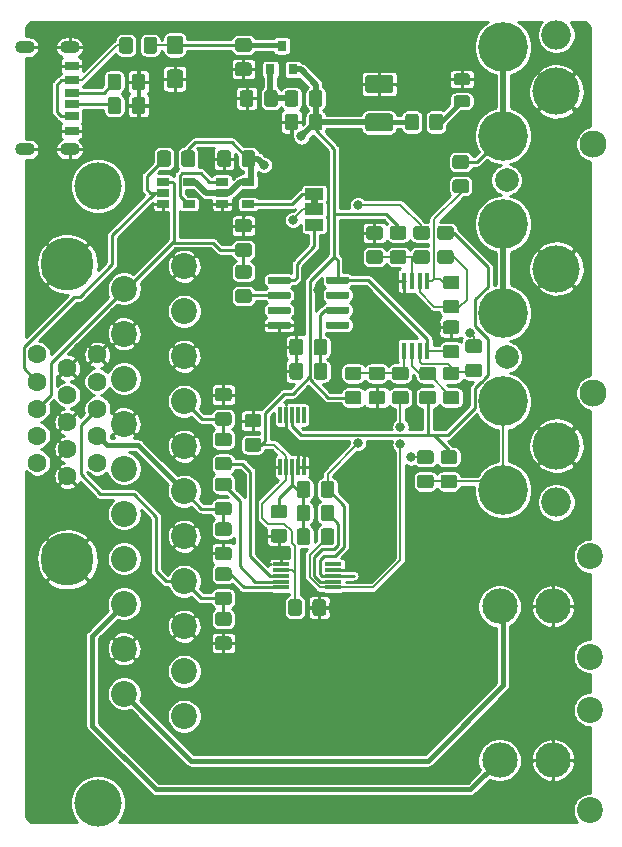
<source format=gbr>
%TF.GenerationSoftware,KiCad,Pcbnew,(5.1.5)-2*%
%TF.CreationDate,2020-06-12T06:49:41+12:00*%
%TF.ProjectId,RGB-to-component,5247422d-746f-42d6-936f-6d706f6e656e,rev?*%
%TF.SameCoordinates,Original*%
%TF.FileFunction,Copper,L1,Top*%
%TF.FilePolarity,Positive*%
%FSLAX46Y46*%
G04 Gerber Fmt 4.6, Leading zero omitted, Abs format (unit mm)*
G04 Created by KiCad (PCBNEW (5.1.5)-2) date 2020-06-12 06:49:41*
%MOMM*%
%LPD*%
G04 APERTURE LIST*
%ADD10C,0.100000*%
%ADD11R,0.300000X1.400000*%
%ADD12R,1.060000X0.650000*%
%ADD13R,1.400000X0.300000*%
%ADD14R,1.500000X1.000000*%
%ADD15R,0.450000X1.450000*%
%ADD16C,2.200000*%
%ADD17O,3.000000X3.000000*%
%ADD18R,0.800000X0.900000*%
%ADD19C,4.200000*%
%ADD20O,2.500000X2.500000*%
%ADD21C,4.000000*%
%ADD22C,2.300000*%
%ADD23C,2.000000*%
%ADD24C,4.500000*%
%ADD25C,1.600000*%
%ADD26O,1.700000X1.100000*%
%ADD27R,1.200000X0.800000*%
%ADD28R,1.200000X0.760000*%
%ADD29R,1.200000X0.700000*%
%ADD30C,0.800000*%
%ADD31C,0.250000*%
%ADD32C,0.400000*%
%ADD33C,0.500000*%
%ADD34C,0.200000*%
%ADD35C,0.150000*%
%ADD36C,0.254000*%
G04 APERTURE END LIST*
D10*
G36*
X45800000Y-56100000D02*
G01*
X45800000Y-56600000D01*
X45200000Y-56600000D01*
X45200000Y-56100000D01*
X45800000Y-56100000D01*
G37*
%TA.AperFunction,SMDPad,CuDef*%
G36*
X31974505Y-42401204D02*
G01*
X31998773Y-42404804D01*
X32022572Y-42410765D01*
X32045671Y-42419030D01*
X32067850Y-42429520D01*
X32088893Y-42442132D01*
X32108599Y-42456747D01*
X32126777Y-42473223D01*
X32143253Y-42491401D01*
X32157868Y-42511107D01*
X32170480Y-42532150D01*
X32180970Y-42554329D01*
X32189235Y-42577428D01*
X32195196Y-42601227D01*
X32198796Y-42625495D01*
X32200000Y-42649999D01*
X32200000Y-43550001D01*
X32198796Y-43574505D01*
X32195196Y-43598773D01*
X32189235Y-43622572D01*
X32180970Y-43645671D01*
X32170480Y-43667850D01*
X32157868Y-43688893D01*
X32143253Y-43708599D01*
X32126777Y-43726777D01*
X32108599Y-43743253D01*
X32088893Y-43757868D01*
X32067850Y-43770480D01*
X32045671Y-43780970D01*
X32022572Y-43789235D01*
X31998773Y-43795196D01*
X31974505Y-43798796D01*
X31950001Y-43800000D01*
X31299999Y-43800000D01*
X31275495Y-43798796D01*
X31251227Y-43795196D01*
X31227428Y-43789235D01*
X31204329Y-43780970D01*
X31182150Y-43770480D01*
X31161107Y-43757868D01*
X31141401Y-43743253D01*
X31123223Y-43726777D01*
X31106747Y-43708599D01*
X31092132Y-43688893D01*
X31079520Y-43667850D01*
X31069030Y-43645671D01*
X31060765Y-43622572D01*
X31054804Y-43598773D01*
X31051204Y-43574505D01*
X31050000Y-43550001D01*
X31050000Y-42649999D01*
X31051204Y-42625495D01*
X31054804Y-42601227D01*
X31060765Y-42577428D01*
X31069030Y-42554329D01*
X31079520Y-42532150D01*
X31092132Y-42511107D01*
X31106747Y-42491401D01*
X31123223Y-42473223D01*
X31141401Y-42456747D01*
X31161107Y-42442132D01*
X31182150Y-42429520D01*
X31204329Y-42419030D01*
X31227428Y-42410765D01*
X31251227Y-42404804D01*
X31275495Y-42401204D01*
X31299999Y-42400000D01*
X31950001Y-42400000D01*
X31974505Y-42401204D01*
G37*
%TD.AperFunction*%
%TA.AperFunction,SMDPad,CuDef*%
G36*
X29924505Y-42401204D02*
G01*
X29948773Y-42404804D01*
X29972572Y-42410765D01*
X29995671Y-42419030D01*
X30017850Y-42429520D01*
X30038893Y-42442132D01*
X30058599Y-42456747D01*
X30076777Y-42473223D01*
X30093253Y-42491401D01*
X30107868Y-42511107D01*
X30120480Y-42532150D01*
X30130970Y-42554329D01*
X30139235Y-42577428D01*
X30145196Y-42601227D01*
X30148796Y-42625495D01*
X30150000Y-42649999D01*
X30150000Y-43550001D01*
X30148796Y-43574505D01*
X30145196Y-43598773D01*
X30139235Y-43622572D01*
X30130970Y-43645671D01*
X30120480Y-43667850D01*
X30107868Y-43688893D01*
X30093253Y-43708599D01*
X30076777Y-43726777D01*
X30058599Y-43743253D01*
X30038893Y-43757868D01*
X30017850Y-43770480D01*
X29995671Y-43780970D01*
X29972572Y-43789235D01*
X29948773Y-43795196D01*
X29924505Y-43798796D01*
X29900001Y-43800000D01*
X29249999Y-43800000D01*
X29225495Y-43798796D01*
X29201227Y-43795196D01*
X29177428Y-43789235D01*
X29154329Y-43780970D01*
X29132150Y-43770480D01*
X29111107Y-43757868D01*
X29091401Y-43743253D01*
X29073223Y-43726777D01*
X29056747Y-43708599D01*
X29042132Y-43688893D01*
X29029520Y-43667850D01*
X29019030Y-43645671D01*
X29010765Y-43622572D01*
X29004804Y-43598773D01*
X29001204Y-43574505D01*
X29000000Y-43550001D01*
X29000000Y-42649999D01*
X29001204Y-42625495D01*
X29004804Y-42601227D01*
X29010765Y-42577428D01*
X29019030Y-42554329D01*
X29029520Y-42532150D01*
X29042132Y-42511107D01*
X29056747Y-42491401D01*
X29073223Y-42473223D01*
X29091401Y-42456747D01*
X29111107Y-42442132D01*
X29132150Y-42429520D01*
X29154329Y-42419030D01*
X29177428Y-42410765D01*
X29201227Y-42404804D01*
X29225495Y-42401204D01*
X29249999Y-42400000D01*
X29900001Y-42400000D01*
X29924505Y-42401204D01*
G37*
%TD.AperFunction*%
%TA.AperFunction,SMDPad,CuDef*%
G36*
X56174505Y-48901204D02*
G01*
X56198773Y-48904804D01*
X56222572Y-48910765D01*
X56245671Y-48919030D01*
X56267850Y-48929520D01*
X56288893Y-48942132D01*
X56308599Y-48956747D01*
X56326777Y-48973223D01*
X56343253Y-48991401D01*
X56357868Y-49011107D01*
X56370480Y-49032150D01*
X56380970Y-49054329D01*
X56389235Y-49077428D01*
X56395196Y-49101227D01*
X56398796Y-49125495D01*
X56400000Y-49149999D01*
X56400000Y-50050001D01*
X56398796Y-50074505D01*
X56395196Y-50098773D01*
X56389235Y-50122572D01*
X56380970Y-50145671D01*
X56370480Y-50167850D01*
X56357868Y-50188893D01*
X56343253Y-50208599D01*
X56326777Y-50226777D01*
X56308599Y-50243253D01*
X56288893Y-50257868D01*
X56267850Y-50270480D01*
X56245671Y-50280970D01*
X56222572Y-50289235D01*
X56198773Y-50295196D01*
X56174505Y-50298796D01*
X56150001Y-50300000D01*
X55499999Y-50300000D01*
X55475495Y-50298796D01*
X55451227Y-50295196D01*
X55427428Y-50289235D01*
X55404329Y-50280970D01*
X55382150Y-50270480D01*
X55361107Y-50257868D01*
X55341401Y-50243253D01*
X55323223Y-50226777D01*
X55306747Y-50208599D01*
X55292132Y-50188893D01*
X55279520Y-50167850D01*
X55269030Y-50145671D01*
X55260765Y-50122572D01*
X55254804Y-50098773D01*
X55251204Y-50074505D01*
X55250000Y-50050001D01*
X55250000Y-49149999D01*
X55251204Y-49125495D01*
X55254804Y-49101227D01*
X55260765Y-49077428D01*
X55269030Y-49054329D01*
X55279520Y-49032150D01*
X55292132Y-49011107D01*
X55306747Y-48991401D01*
X55323223Y-48973223D01*
X55341401Y-48956747D01*
X55361107Y-48942132D01*
X55382150Y-48929520D01*
X55404329Y-48919030D01*
X55427428Y-48910765D01*
X55451227Y-48904804D01*
X55475495Y-48901204D01*
X55499999Y-48900000D01*
X56150001Y-48900000D01*
X56174505Y-48901204D01*
G37*
%TD.AperFunction*%
%TA.AperFunction,SMDPad,CuDef*%
G36*
X54124505Y-48901204D02*
G01*
X54148773Y-48904804D01*
X54172572Y-48910765D01*
X54195671Y-48919030D01*
X54217850Y-48929520D01*
X54238893Y-48942132D01*
X54258599Y-48956747D01*
X54276777Y-48973223D01*
X54293253Y-48991401D01*
X54307868Y-49011107D01*
X54320480Y-49032150D01*
X54330970Y-49054329D01*
X54339235Y-49077428D01*
X54345196Y-49101227D01*
X54348796Y-49125495D01*
X54350000Y-49149999D01*
X54350000Y-50050001D01*
X54348796Y-50074505D01*
X54345196Y-50098773D01*
X54339235Y-50122572D01*
X54330970Y-50145671D01*
X54320480Y-50167850D01*
X54307868Y-50188893D01*
X54293253Y-50208599D01*
X54276777Y-50226777D01*
X54258599Y-50243253D01*
X54238893Y-50257868D01*
X54217850Y-50270480D01*
X54195671Y-50280970D01*
X54172572Y-50289235D01*
X54148773Y-50295196D01*
X54124505Y-50298796D01*
X54100001Y-50300000D01*
X53449999Y-50300000D01*
X53425495Y-50298796D01*
X53401227Y-50295196D01*
X53377428Y-50289235D01*
X53354329Y-50280970D01*
X53332150Y-50270480D01*
X53311107Y-50257868D01*
X53291401Y-50243253D01*
X53273223Y-50226777D01*
X53256747Y-50208599D01*
X53242132Y-50188893D01*
X53229520Y-50167850D01*
X53219030Y-50145671D01*
X53210765Y-50122572D01*
X53204804Y-50098773D01*
X53201204Y-50074505D01*
X53200000Y-50050001D01*
X53200000Y-49149999D01*
X53201204Y-49125495D01*
X53204804Y-49101227D01*
X53210765Y-49077428D01*
X53219030Y-49054329D01*
X53229520Y-49032150D01*
X53242132Y-49011107D01*
X53256747Y-48991401D01*
X53273223Y-48973223D01*
X53291401Y-48956747D01*
X53311107Y-48942132D01*
X53332150Y-48929520D01*
X53354329Y-48919030D01*
X53377428Y-48910765D01*
X53401227Y-48904804D01*
X53425495Y-48901204D01*
X53449999Y-48900000D01*
X54100001Y-48900000D01*
X54124505Y-48901204D01*
G37*
%TD.AperFunction*%
%TA.AperFunction,SMDPad,CuDef*%
G36*
X59474505Y-70051204D02*
G01*
X59498773Y-70054804D01*
X59522572Y-70060765D01*
X59545671Y-70069030D01*
X59567850Y-70079520D01*
X59588893Y-70092132D01*
X59608599Y-70106747D01*
X59626777Y-70123223D01*
X59643253Y-70141401D01*
X59657868Y-70161107D01*
X59670480Y-70182150D01*
X59680970Y-70204329D01*
X59689235Y-70227428D01*
X59695196Y-70251227D01*
X59698796Y-70275495D01*
X59700000Y-70299999D01*
X59700000Y-70950001D01*
X59698796Y-70974505D01*
X59695196Y-70998773D01*
X59689235Y-71022572D01*
X59680970Y-71045671D01*
X59670480Y-71067850D01*
X59657868Y-71088893D01*
X59643253Y-71108599D01*
X59626777Y-71126777D01*
X59608599Y-71143253D01*
X59588893Y-71157868D01*
X59567850Y-71170480D01*
X59545671Y-71180970D01*
X59522572Y-71189235D01*
X59498773Y-71195196D01*
X59474505Y-71198796D01*
X59450001Y-71200000D01*
X58549999Y-71200000D01*
X58525495Y-71198796D01*
X58501227Y-71195196D01*
X58477428Y-71189235D01*
X58454329Y-71180970D01*
X58432150Y-71170480D01*
X58411107Y-71157868D01*
X58391401Y-71143253D01*
X58373223Y-71126777D01*
X58356747Y-71108599D01*
X58342132Y-71088893D01*
X58329520Y-71067850D01*
X58319030Y-71045671D01*
X58310765Y-71022572D01*
X58304804Y-70998773D01*
X58301204Y-70974505D01*
X58300000Y-70950001D01*
X58300000Y-70299999D01*
X58301204Y-70275495D01*
X58304804Y-70251227D01*
X58310765Y-70227428D01*
X58319030Y-70204329D01*
X58329520Y-70182150D01*
X58342132Y-70161107D01*
X58356747Y-70141401D01*
X58373223Y-70123223D01*
X58391401Y-70106747D01*
X58411107Y-70092132D01*
X58432150Y-70079520D01*
X58454329Y-70069030D01*
X58477428Y-70060765D01*
X58501227Y-70054804D01*
X58525495Y-70051204D01*
X58549999Y-70050000D01*
X59450001Y-70050000D01*
X59474505Y-70051204D01*
G37*
%TD.AperFunction*%
%TA.AperFunction,SMDPad,CuDef*%
G36*
X59474505Y-68001204D02*
G01*
X59498773Y-68004804D01*
X59522572Y-68010765D01*
X59545671Y-68019030D01*
X59567850Y-68029520D01*
X59588893Y-68042132D01*
X59608599Y-68056747D01*
X59626777Y-68073223D01*
X59643253Y-68091401D01*
X59657868Y-68111107D01*
X59670480Y-68132150D01*
X59680970Y-68154329D01*
X59689235Y-68177428D01*
X59695196Y-68201227D01*
X59698796Y-68225495D01*
X59700000Y-68249999D01*
X59700000Y-68900001D01*
X59698796Y-68924505D01*
X59695196Y-68948773D01*
X59689235Y-68972572D01*
X59680970Y-68995671D01*
X59670480Y-69017850D01*
X59657868Y-69038893D01*
X59643253Y-69058599D01*
X59626777Y-69076777D01*
X59608599Y-69093253D01*
X59588893Y-69107868D01*
X59567850Y-69120480D01*
X59545671Y-69130970D01*
X59522572Y-69139235D01*
X59498773Y-69145196D01*
X59474505Y-69148796D01*
X59450001Y-69150000D01*
X58549999Y-69150000D01*
X58525495Y-69148796D01*
X58501227Y-69145196D01*
X58477428Y-69139235D01*
X58454329Y-69130970D01*
X58432150Y-69120480D01*
X58411107Y-69107868D01*
X58391401Y-69093253D01*
X58373223Y-69076777D01*
X58356747Y-69058599D01*
X58342132Y-69038893D01*
X58329520Y-69017850D01*
X58319030Y-68995671D01*
X58310765Y-68972572D01*
X58304804Y-68948773D01*
X58301204Y-68924505D01*
X58300000Y-68900001D01*
X58300000Y-68249999D01*
X58301204Y-68225495D01*
X58304804Y-68201227D01*
X58310765Y-68177428D01*
X58319030Y-68154329D01*
X58329520Y-68132150D01*
X58342132Y-68111107D01*
X58356747Y-68091401D01*
X58373223Y-68073223D01*
X58391401Y-68056747D01*
X58411107Y-68042132D01*
X58432150Y-68029520D01*
X58454329Y-68019030D01*
X58477428Y-68010765D01*
X58501227Y-68004804D01*
X58525495Y-68001204D01*
X58549999Y-68000000D01*
X59450001Y-68000000D01*
X59474505Y-68001204D01*
G37*
%TD.AperFunction*%
%TA.AperFunction,SMDPad,CuDef*%
G36*
X58480142Y-47351174D02*
G01*
X58503803Y-47354684D01*
X58527007Y-47360496D01*
X58549529Y-47368554D01*
X58571153Y-47378782D01*
X58591670Y-47391079D01*
X58610883Y-47405329D01*
X58628607Y-47421393D01*
X58644671Y-47439117D01*
X58658921Y-47458330D01*
X58671218Y-47478847D01*
X58681446Y-47500471D01*
X58689504Y-47522993D01*
X58695316Y-47546197D01*
X58698826Y-47569858D01*
X58700000Y-47593750D01*
X58700000Y-48081250D01*
X58698826Y-48105142D01*
X58695316Y-48128803D01*
X58689504Y-48152007D01*
X58681446Y-48174529D01*
X58671218Y-48196153D01*
X58658921Y-48216670D01*
X58644671Y-48235883D01*
X58628607Y-48253607D01*
X58610883Y-48269671D01*
X58591670Y-48283921D01*
X58571153Y-48296218D01*
X58549529Y-48306446D01*
X58527007Y-48314504D01*
X58503803Y-48320316D01*
X58480142Y-48323826D01*
X58456250Y-48325000D01*
X57543750Y-48325000D01*
X57519858Y-48323826D01*
X57496197Y-48320316D01*
X57472993Y-48314504D01*
X57450471Y-48306446D01*
X57428847Y-48296218D01*
X57408330Y-48283921D01*
X57389117Y-48269671D01*
X57371393Y-48253607D01*
X57355329Y-48235883D01*
X57341079Y-48216670D01*
X57328782Y-48196153D01*
X57318554Y-48174529D01*
X57310496Y-48152007D01*
X57304684Y-48128803D01*
X57301174Y-48105142D01*
X57300000Y-48081250D01*
X57300000Y-47593750D01*
X57301174Y-47569858D01*
X57304684Y-47546197D01*
X57310496Y-47522993D01*
X57318554Y-47500471D01*
X57328782Y-47478847D01*
X57341079Y-47458330D01*
X57355329Y-47439117D01*
X57371393Y-47421393D01*
X57389117Y-47405329D01*
X57408330Y-47391079D01*
X57428847Y-47378782D01*
X57450471Y-47368554D01*
X57472993Y-47360496D01*
X57496197Y-47354684D01*
X57519858Y-47351174D01*
X57543750Y-47350000D01*
X58456250Y-47350000D01*
X58480142Y-47351174D01*
G37*
%TD.AperFunction*%
%TA.AperFunction,SMDPad,CuDef*%
G36*
X58480142Y-45476174D02*
G01*
X58503803Y-45479684D01*
X58527007Y-45485496D01*
X58549529Y-45493554D01*
X58571153Y-45503782D01*
X58591670Y-45516079D01*
X58610883Y-45530329D01*
X58628607Y-45546393D01*
X58644671Y-45564117D01*
X58658921Y-45583330D01*
X58671218Y-45603847D01*
X58681446Y-45625471D01*
X58689504Y-45647993D01*
X58695316Y-45671197D01*
X58698826Y-45694858D01*
X58700000Y-45718750D01*
X58700000Y-46206250D01*
X58698826Y-46230142D01*
X58695316Y-46253803D01*
X58689504Y-46277007D01*
X58681446Y-46299529D01*
X58671218Y-46321153D01*
X58658921Y-46341670D01*
X58644671Y-46360883D01*
X58628607Y-46378607D01*
X58610883Y-46394671D01*
X58591670Y-46408921D01*
X58571153Y-46421218D01*
X58549529Y-46431446D01*
X58527007Y-46439504D01*
X58503803Y-46445316D01*
X58480142Y-46448826D01*
X58456250Y-46450000D01*
X57543750Y-46450000D01*
X57519858Y-46448826D01*
X57496197Y-46445316D01*
X57472993Y-46439504D01*
X57450471Y-46431446D01*
X57428847Y-46421218D01*
X57408330Y-46408921D01*
X57389117Y-46394671D01*
X57371393Y-46378607D01*
X57355329Y-46360883D01*
X57341079Y-46341670D01*
X57328782Y-46321153D01*
X57318554Y-46299529D01*
X57310496Y-46277007D01*
X57304684Y-46253803D01*
X57301174Y-46230142D01*
X57300000Y-46206250D01*
X57300000Y-45718750D01*
X57301174Y-45694858D01*
X57304684Y-45671197D01*
X57310496Y-45647993D01*
X57318554Y-45625471D01*
X57328782Y-45603847D01*
X57341079Y-45583330D01*
X57355329Y-45564117D01*
X57371393Y-45546393D01*
X57389117Y-45530329D01*
X57408330Y-45516079D01*
X57428847Y-45503782D01*
X57450471Y-45493554D01*
X57472993Y-45485496D01*
X57496197Y-45479684D01*
X57519858Y-45476174D01*
X57543750Y-45475000D01*
X58456250Y-45475000D01*
X58480142Y-45476174D01*
G37*
%TD.AperFunction*%
%TA.AperFunction,SMDPad,CuDef*%
G36*
X53074505Y-60451204D02*
G01*
X53098773Y-60454804D01*
X53122572Y-60460765D01*
X53145671Y-60469030D01*
X53167850Y-60479520D01*
X53188893Y-60492132D01*
X53208599Y-60506747D01*
X53226777Y-60523223D01*
X53243253Y-60541401D01*
X53257868Y-60561107D01*
X53270480Y-60582150D01*
X53280970Y-60604329D01*
X53289235Y-60627428D01*
X53295196Y-60651227D01*
X53298796Y-60675495D01*
X53300000Y-60699999D01*
X53300000Y-61350001D01*
X53298796Y-61374505D01*
X53295196Y-61398773D01*
X53289235Y-61422572D01*
X53280970Y-61445671D01*
X53270480Y-61467850D01*
X53257868Y-61488893D01*
X53243253Y-61508599D01*
X53226777Y-61526777D01*
X53208599Y-61543253D01*
X53188893Y-61557868D01*
X53167850Y-61570480D01*
X53145671Y-61580970D01*
X53122572Y-61589235D01*
X53098773Y-61595196D01*
X53074505Y-61598796D01*
X53050001Y-61600000D01*
X52149999Y-61600000D01*
X52125495Y-61598796D01*
X52101227Y-61595196D01*
X52077428Y-61589235D01*
X52054329Y-61580970D01*
X52032150Y-61570480D01*
X52011107Y-61557868D01*
X51991401Y-61543253D01*
X51973223Y-61526777D01*
X51956747Y-61508599D01*
X51942132Y-61488893D01*
X51929520Y-61467850D01*
X51919030Y-61445671D01*
X51910765Y-61422572D01*
X51904804Y-61398773D01*
X51901204Y-61374505D01*
X51900000Y-61350001D01*
X51900000Y-60699999D01*
X51901204Y-60675495D01*
X51904804Y-60651227D01*
X51910765Y-60627428D01*
X51919030Y-60604329D01*
X51929520Y-60582150D01*
X51942132Y-60561107D01*
X51956747Y-60541401D01*
X51973223Y-60523223D01*
X51991401Y-60506747D01*
X52011107Y-60492132D01*
X52032150Y-60479520D01*
X52054329Y-60469030D01*
X52077428Y-60460765D01*
X52101227Y-60454804D01*
X52125495Y-60451204D01*
X52149999Y-60450000D01*
X53050001Y-60450000D01*
X53074505Y-60451204D01*
G37*
%TD.AperFunction*%
%TA.AperFunction,SMDPad,CuDef*%
G36*
X53074505Y-58401204D02*
G01*
X53098773Y-58404804D01*
X53122572Y-58410765D01*
X53145671Y-58419030D01*
X53167850Y-58429520D01*
X53188893Y-58442132D01*
X53208599Y-58456747D01*
X53226777Y-58473223D01*
X53243253Y-58491401D01*
X53257868Y-58511107D01*
X53270480Y-58532150D01*
X53280970Y-58554329D01*
X53289235Y-58577428D01*
X53295196Y-58601227D01*
X53298796Y-58625495D01*
X53300000Y-58649999D01*
X53300000Y-59300001D01*
X53298796Y-59324505D01*
X53295196Y-59348773D01*
X53289235Y-59372572D01*
X53280970Y-59395671D01*
X53270480Y-59417850D01*
X53257868Y-59438893D01*
X53243253Y-59458599D01*
X53226777Y-59476777D01*
X53208599Y-59493253D01*
X53188893Y-59507868D01*
X53167850Y-59520480D01*
X53145671Y-59530970D01*
X53122572Y-59539235D01*
X53098773Y-59545196D01*
X53074505Y-59548796D01*
X53050001Y-59550000D01*
X52149999Y-59550000D01*
X52125495Y-59548796D01*
X52101227Y-59545196D01*
X52077428Y-59539235D01*
X52054329Y-59530970D01*
X52032150Y-59520480D01*
X52011107Y-59507868D01*
X51991401Y-59493253D01*
X51973223Y-59476777D01*
X51956747Y-59458599D01*
X51942132Y-59438893D01*
X51929520Y-59417850D01*
X51919030Y-59395671D01*
X51910765Y-59372572D01*
X51904804Y-59348773D01*
X51901204Y-59324505D01*
X51900000Y-59300001D01*
X51900000Y-58649999D01*
X51901204Y-58625495D01*
X51904804Y-58601227D01*
X51910765Y-58577428D01*
X51919030Y-58554329D01*
X51929520Y-58532150D01*
X51942132Y-58511107D01*
X51956747Y-58491401D01*
X51973223Y-58473223D01*
X51991401Y-58456747D01*
X52011107Y-58442132D01*
X52032150Y-58429520D01*
X52054329Y-58419030D01*
X52077428Y-58410765D01*
X52101227Y-58404804D01*
X52125495Y-58401204D01*
X52149999Y-58400000D01*
X53050001Y-58400000D01*
X53074505Y-58401204D01*
G37*
%TD.AperFunction*%
D11*
X42600000Y-74400000D03*
X43100000Y-74400000D03*
X43600000Y-74400000D03*
X44100000Y-74400000D03*
X44600000Y-74400000D03*
X44600000Y-78800000D03*
X44100000Y-78800000D03*
X43600000Y-78800000D03*
X43100000Y-78800000D03*
X42600000Y-78800000D03*
%TA.AperFunction,SMDPad,CuDef*%
D10*
G36*
X34149505Y-45151204D02*
G01*
X34173773Y-45154804D01*
X34197572Y-45160765D01*
X34220671Y-45169030D01*
X34242850Y-45179520D01*
X34263893Y-45192132D01*
X34283599Y-45206747D01*
X34301777Y-45223223D01*
X34318253Y-45241401D01*
X34332868Y-45261107D01*
X34345480Y-45282150D01*
X34355970Y-45304329D01*
X34364235Y-45327428D01*
X34370196Y-45351227D01*
X34373796Y-45375495D01*
X34375000Y-45399999D01*
X34375000Y-46475001D01*
X34373796Y-46499505D01*
X34370196Y-46523773D01*
X34364235Y-46547572D01*
X34355970Y-46570671D01*
X34345480Y-46592850D01*
X34332868Y-46613893D01*
X34318253Y-46633599D01*
X34301777Y-46651777D01*
X34283599Y-46668253D01*
X34263893Y-46682868D01*
X34242850Y-46695480D01*
X34220671Y-46705970D01*
X34197572Y-46714235D01*
X34173773Y-46720196D01*
X34149505Y-46723796D01*
X34125001Y-46725000D01*
X33274999Y-46725000D01*
X33250495Y-46723796D01*
X33226227Y-46720196D01*
X33202428Y-46714235D01*
X33179329Y-46705970D01*
X33157150Y-46695480D01*
X33136107Y-46682868D01*
X33116401Y-46668253D01*
X33098223Y-46651777D01*
X33081747Y-46633599D01*
X33067132Y-46613893D01*
X33054520Y-46592850D01*
X33044030Y-46570671D01*
X33035765Y-46547572D01*
X33029804Y-46523773D01*
X33026204Y-46499505D01*
X33025000Y-46475001D01*
X33025000Y-45399999D01*
X33026204Y-45375495D01*
X33029804Y-45351227D01*
X33035765Y-45327428D01*
X33044030Y-45304329D01*
X33054520Y-45282150D01*
X33067132Y-45261107D01*
X33081747Y-45241401D01*
X33098223Y-45223223D01*
X33116401Y-45206747D01*
X33136107Y-45192132D01*
X33157150Y-45179520D01*
X33179329Y-45169030D01*
X33202428Y-45160765D01*
X33226227Y-45154804D01*
X33250495Y-45151204D01*
X33274999Y-45150000D01*
X34125001Y-45150000D01*
X34149505Y-45151204D01*
G37*
%TD.AperFunction*%
%TA.AperFunction,SMDPad,CuDef*%
G36*
X34149505Y-42276204D02*
G01*
X34173773Y-42279804D01*
X34197572Y-42285765D01*
X34220671Y-42294030D01*
X34242850Y-42304520D01*
X34263893Y-42317132D01*
X34283599Y-42331747D01*
X34301777Y-42348223D01*
X34318253Y-42366401D01*
X34332868Y-42386107D01*
X34345480Y-42407150D01*
X34355970Y-42429329D01*
X34364235Y-42452428D01*
X34370196Y-42476227D01*
X34373796Y-42500495D01*
X34375000Y-42524999D01*
X34375000Y-43600001D01*
X34373796Y-43624505D01*
X34370196Y-43648773D01*
X34364235Y-43672572D01*
X34355970Y-43695671D01*
X34345480Y-43717850D01*
X34332868Y-43738893D01*
X34318253Y-43758599D01*
X34301777Y-43776777D01*
X34283599Y-43793253D01*
X34263893Y-43807868D01*
X34242850Y-43820480D01*
X34220671Y-43830970D01*
X34197572Y-43839235D01*
X34173773Y-43845196D01*
X34149505Y-43848796D01*
X34125001Y-43850000D01*
X33274999Y-43850000D01*
X33250495Y-43848796D01*
X33226227Y-43845196D01*
X33202428Y-43839235D01*
X33179329Y-43830970D01*
X33157150Y-43820480D01*
X33136107Y-43807868D01*
X33116401Y-43793253D01*
X33098223Y-43776777D01*
X33081747Y-43758599D01*
X33067132Y-43738893D01*
X33054520Y-43717850D01*
X33044030Y-43695671D01*
X33035765Y-43672572D01*
X33029804Y-43648773D01*
X33026204Y-43624505D01*
X33025000Y-43600001D01*
X33025000Y-42524999D01*
X33026204Y-42500495D01*
X33029804Y-42476227D01*
X33035765Y-42452428D01*
X33044030Y-42429329D01*
X33054520Y-42407150D01*
X33067132Y-42386107D01*
X33081747Y-42366401D01*
X33098223Y-42348223D01*
X33116401Y-42331747D01*
X33136107Y-42317132D01*
X33157150Y-42304520D01*
X33179329Y-42294030D01*
X33202428Y-42285765D01*
X33226227Y-42279804D01*
X33250495Y-42276204D01*
X33274999Y-42275000D01*
X34125001Y-42275000D01*
X34149505Y-42276204D01*
G37*
%TD.AperFunction*%
%TA.AperFunction,SMDPad,CuDef*%
G36*
X51949504Y-45626204D02*
G01*
X51973773Y-45629804D01*
X51997571Y-45635765D01*
X52020671Y-45644030D01*
X52042849Y-45654520D01*
X52063893Y-45667133D01*
X52083598Y-45681747D01*
X52101777Y-45698223D01*
X52118253Y-45716402D01*
X52132867Y-45736107D01*
X52145480Y-45757151D01*
X52155970Y-45779329D01*
X52164235Y-45802429D01*
X52170196Y-45826227D01*
X52173796Y-45850496D01*
X52175000Y-45875000D01*
X52175000Y-46875000D01*
X52173796Y-46899504D01*
X52170196Y-46923773D01*
X52164235Y-46947571D01*
X52155970Y-46970671D01*
X52145480Y-46992849D01*
X52132867Y-47013893D01*
X52118253Y-47033598D01*
X52101777Y-47051777D01*
X52083598Y-47068253D01*
X52063893Y-47082867D01*
X52042849Y-47095480D01*
X52020671Y-47105970D01*
X51997571Y-47114235D01*
X51973773Y-47120196D01*
X51949504Y-47123796D01*
X51925000Y-47125000D01*
X50075000Y-47125000D01*
X50050496Y-47123796D01*
X50026227Y-47120196D01*
X50002429Y-47114235D01*
X49979329Y-47105970D01*
X49957151Y-47095480D01*
X49936107Y-47082867D01*
X49916402Y-47068253D01*
X49898223Y-47051777D01*
X49881747Y-47033598D01*
X49867133Y-47013893D01*
X49854520Y-46992849D01*
X49844030Y-46970671D01*
X49835765Y-46947571D01*
X49829804Y-46923773D01*
X49826204Y-46899504D01*
X49825000Y-46875000D01*
X49825000Y-45875000D01*
X49826204Y-45850496D01*
X49829804Y-45826227D01*
X49835765Y-45802429D01*
X49844030Y-45779329D01*
X49854520Y-45757151D01*
X49867133Y-45736107D01*
X49881747Y-45716402D01*
X49898223Y-45698223D01*
X49916402Y-45681747D01*
X49936107Y-45667133D01*
X49957151Y-45654520D01*
X49979329Y-45644030D01*
X50002429Y-45635765D01*
X50026227Y-45629804D01*
X50050496Y-45626204D01*
X50075000Y-45625000D01*
X51925000Y-45625000D01*
X51949504Y-45626204D01*
G37*
%TD.AperFunction*%
%TA.AperFunction,SMDPad,CuDef*%
G36*
X51949504Y-48876204D02*
G01*
X51973773Y-48879804D01*
X51997571Y-48885765D01*
X52020671Y-48894030D01*
X52042849Y-48904520D01*
X52063893Y-48917133D01*
X52083598Y-48931747D01*
X52101777Y-48948223D01*
X52118253Y-48966402D01*
X52132867Y-48986107D01*
X52145480Y-49007151D01*
X52155970Y-49029329D01*
X52164235Y-49052429D01*
X52170196Y-49076227D01*
X52173796Y-49100496D01*
X52175000Y-49125000D01*
X52175000Y-50125000D01*
X52173796Y-50149504D01*
X52170196Y-50173773D01*
X52164235Y-50197571D01*
X52155970Y-50220671D01*
X52145480Y-50242849D01*
X52132867Y-50263893D01*
X52118253Y-50283598D01*
X52101777Y-50301777D01*
X52083598Y-50318253D01*
X52063893Y-50332867D01*
X52042849Y-50345480D01*
X52020671Y-50355970D01*
X51997571Y-50364235D01*
X51973773Y-50370196D01*
X51949504Y-50373796D01*
X51925000Y-50375000D01*
X50075000Y-50375000D01*
X50050496Y-50373796D01*
X50026227Y-50370196D01*
X50002429Y-50364235D01*
X49979329Y-50355970D01*
X49957151Y-50345480D01*
X49936107Y-50332867D01*
X49916402Y-50318253D01*
X49898223Y-50301777D01*
X49881747Y-50283598D01*
X49867133Y-50263893D01*
X49854520Y-50242849D01*
X49844030Y-50220671D01*
X49835765Y-50197571D01*
X49829804Y-50173773D01*
X49826204Y-50149504D01*
X49825000Y-50125000D01*
X49825000Y-49125000D01*
X49826204Y-49100496D01*
X49829804Y-49076227D01*
X49835765Y-49052429D01*
X49844030Y-49029329D01*
X49854520Y-49007151D01*
X49867133Y-48986107D01*
X49881747Y-48966402D01*
X49898223Y-48948223D01*
X49916402Y-48931747D01*
X49936107Y-48917133D01*
X49957151Y-48904520D01*
X49979329Y-48894030D01*
X50002429Y-48885765D01*
X50026227Y-48879804D01*
X50050496Y-48876204D01*
X50075000Y-48875000D01*
X51925000Y-48875000D01*
X51949504Y-48876204D01*
G37*
%TD.AperFunction*%
D12*
X39900000Y-54650000D03*
X39900000Y-56550000D03*
X37700000Y-56550000D03*
X37700000Y-55600000D03*
X37700000Y-54650000D03*
X34900000Y-54650000D03*
X34900000Y-56550000D03*
X32700000Y-56550000D03*
X32700000Y-55600000D03*
X32700000Y-54650000D03*
D13*
X47100000Y-87000000D03*
X47100000Y-87500000D03*
X47100000Y-88000000D03*
X47100000Y-88500000D03*
X47100000Y-89000000D03*
X42700000Y-89000000D03*
X42700000Y-88500000D03*
X42700000Y-88000000D03*
X42700000Y-87500000D03*
X42700000Y-87000000D03*
%TA.AperFunction,SMDPad,CuDef*%
D10*
G36*
X57374505Y-77401204D02*
G01*
X57398773Y-77404804D01*
X57422572Y-77410765D01*
X57445671Y-77419030D01*
X57467850Y-77429520D01*
X57488893Y-77442132D01*
X57508599Y-77456747D01*
X57526777Y-77473223D01*
X57543253Y-77491401D01*
X57557868Y-77511107D01*
X57570480Y-77532150D01*
X57580970Y-77554329D01*
X57589235Y-77577428D01*
X57595196Y-77601227D01*
X57598796Y-77625495D01*
X57600000Y-77649999D01*
X57600000Y-78300001D01*
X57598796Y-78324505D01*
X57595196Y-78348773D01*
X57589235Y-78372572D01*
X57580970Y-78395671D01*
X57570480Y-78417850D01*
X57557868Y-78438893D01*
X57543253Y-78458599D01*
X57526777Y-78476777D01*
X57508599Y-78493253D01*
X57488893Y-78507868D01*
X57467850Y-78520480D01*
X57445671Y-78530970D01*
X57422572Y-78539235D01*
X57398773Y-78545196D01*
X57374505Y-78548796D01*
X57350001Y-78550000D01*
X56449999Y-78550000D01*
X56425495Y-78548796D01*
X56401227Y-78545196D01*
X56377428Y-78539235D01*
X56354329Y-78530970D01*
X56332150Y-78520480D01*
X56311107Y-78507868D01*
X56291401Y-78493253D01*
X56273223Y-78476777D01*
X56256747Y-78458599D01*
X56242132Y-78438893D01*
X56229520Y-78417850D01*
X56219030Y-78395671D01*
X56210765Y-78372572D01*
X56204804Y-78348773D01*
X56201204Y-78324505D01*
X56200000Y-78300001D01*
X56200000Y-77649999D01*
X56201204Y-77625495D01*
X56204804Y-77601227D01*
X56210765Y-77577428D01*
X56219030Y-77554329D01*
X56229520Y-77532150D01*
X56242132Y-77511107D01*
X56256747Y-77491401D01*
X56273223Y-77473223D01*
X56291401Y-77456747D01*
X56311107Y-77442132D01*
X56332150Y-77429520D01*
X56354329Y-77419030D01*
X56377428Y-77410765D01*
X56401227Y-77404804D01*
X56425495Y-77401204D01*
X56449999Y-77400000D01*
X57350001Y-77400000D01*
X57374505Y-77401204D01*
G37*
%TD.AperFunction*%
%TA.AperFunction,SMDPad,CuDef*%
G36*
X57374505Y-79451204D02*
G01*
X57398773Y-79454804D01*
X57422572Y-79460765D01*
X57445671Y-79469030D01*
X57467850Y-79479520D01*
X57488893Y-79492132D01*
X57508599Y-79506747D01*
X57526777Y-79523223D01*
X57543253Y-79541401D01*
X57557868Y-79561107D01*
X57570480Y-79582150D01*
X57580970Y-79604329D01*
X57589235Y-79627428D01*
X57595196Y-79651227D01*
X57598796Y-79675495D01*
X57600000Y-79699999D01*
X57600000Y-80350001D01*
X57598796Y-80374505D01*
X57595196Y-80398773D01*
X57589235Y-80422572D01*
X57580970Y-80445671D01*
X57570480Y-80467850D01*
X57557868Y-80488893D01*
X57543253Y-80508599D01*
X57526777Y-80526777D01*
X57508599Y-80543253D01*
X57488893Y-80557868D01*
X57467850Y-80570480D01*
X57445671Y-80580970D01*
X57422572Y-80589235D01*
X57398773Y-80595196D01*
X57374505Y-80598796D01*
X57350001Y-80600000D01*
X56449999Y-80600000D01*
X56425495Y-80598796D01*
X56401227Y-80595196D01*
X56377428Y-80589235D01*
X56354329Y-80580970D01*
X56332150Y-80570480D01*
X56311107Y-80557868D01*
X56291401Y-80543253D01*
X56273223Y-80526777D01*
X56256747Y-80508599D01*
X56242132Y-80488893D01*
X56229520Y-80467850D01*
X56219030Y-80445671D01*
X56210765Y-80422572D01*
X56204804Y-80398773D01*
X56201204Y-80374505D01*
X56200000Y-80350001D01*
X56200000Y-79699999D01*
X56201204Y-79675495D01*
X56204804Y-79651227D01*
X56210765Y-79627428D01*
X56219030Y-79604329D01*
X56229520Y-79582150D01*
X56242132Y-79561107D01*
X56256747Y-79541401D01*
X56273223Y-79523223D01*
X56291401Y-79506747D01*
X56311107Y-79492132D01*
X56332150Y-79479520D01*
X56354329Y-79469030D01*
X56377428Y-79460765D01*
X56401227Y-79454804D01*
X56425495Y-79451204D01*
X56449999Y-79450000D01*
X57350001Y-79450000D01*
X57374505Y-79451204D01*
G37*
%TD.AperFunction*%
%TA.AperFunction,SMDPad,CuDef*%
G36*
X58374505Y-54451204D02*
G01*
X58398773Y-54454804D01*
X58422572Y-54460765D01*
X58445671Y-54469030D01*
X58467850Y-54479520D01*
X58488893Y-54492132D01*
X58508599Y-54506747D01*
X58526777Y-54523223D01*
X58543253Y-54541401D01*
X58557868Y-54561107D01*
X58570480Y-54582150D01*
X58580970Y-54604329D01*
X58589235Y-54627428D01*
X58595196Y-54651227D01*
X58598796Y-54675495D01*
X58600000Y-54699999D01*
X58600000Y-55350001D01*
X58598796Y-55374505D01*
X58595196Y-55398773D01*
X58589235Y-55422572D01*
X58580970Y-55445671D01*
X58570480Y-55467850D01*
X58557868Y-55488893D01*
X58543253Y-55508599D01*
X58526777Y-55526777D01*
X58508599Y-55543253D01*
X58488893Y-55557868D01*
X58467850Y-55570480D01*
X58445671Y-55580970D01*
X58422572Y-55589235D01*
X58398773Y-55595196D01*
X58374505Y-55598796D01*
X58350001Y-55600000D01*
X57449999Y-55600000D01*
X57425495Y-55598796D01*
X57401227Y-55595196D01*
X57377428Y-55589235D01*
X57354329Y-55580970D01*
X57332150Y-55570480D01*
X57311107Y-55557868D01*
X57291401Y-55543253D01*
X57273223Y-55526777D01*
X57256747Y-55508599D01*
X57242132Y-55488893D01*
X57229520Y-55467850D01*
X57219030Y-55445671D01*
X57210765Y-55422572D01*
X57204804Y-55398773D01*
X57201204Y-55374505D01*
X57200000Y-55350001D01*
X57200000Y-54699999D01*
X57201204Y-54675495D01*
X57204804Y-54651227D01*
X57210765Y-54627428D01*
X57219030Y-54604329D01*
X57229520Y-54582150D01*
X57242132Y-54561107D01*
X57256747Y-54541401D01*
X57273223Y-54523223D01*
X57291401Y-54506747D01*
X57311107Y-54492132D01*
X57332150Y-54479520D01*
X57354329Y-54469030D01*
X57377428Y-54460765D01*
X57401227Y-54454804D01*
X57425495Y-54451204D01*
X57449999Y-54450000D01*
X58350001Y-54450000D01*
X58374505Y-54451204D01*
G37*
%TD.AperFunction*%
%TA.AperFunction,SMDPad,CuDef*%
G36*
X58374505Y-52401204D02*
G01*
X58398773Y-52404804D01*
X58422572Y-52410765D01*
X58445671Y-52419030D01*
X58467850Y-52429520D01*
X58488893Y-52442132D01*
X58508599Y-52456747D01*
X58526777Y-52473223D01*
X58543253Y-52491401D01*
X58557868Y-52511107D01*
X58570480Y-52532150D01*
X58580970Y-52554329D01*
X58589235Y-52577428D01*
X58595196Y-52601227D01*
X58598796Y-52625495D01*
X58600000Y-52649999D01*
X58600000Y-53300001D01*
X58598796Y-53324505D01*
X58595196Y-53348773D01*
X58589235Y-53372572D01*
X58580970Y-53395671D01*
X58570480Y-53417850D01*
X58557868Y-53438893D01*
X58543253Y-53458599D01*
X58526777Y-53476777D01*
X58508599Y-53493253D01*
X58488893Y-53507868D01*
X58467850Y-53520480D01*
X58445671Y-53530970D01*
X58422572Y-53539235D01*
X58398773Y-53545196D01*
X58374505Y-53548796D01*
X58350001Y-53550000D01*
X57449999Y-53550000D01*
X57425495Y-53548796D01*
X57401227Y-53545196D01*
X57377428Y-53539235D01*
X57354329Y-53530970D01*
X57332150Y-53520480D01*
X57311107Y-53507868D01*
X57291401Y-53493253D01*
X57273223Y-53476777D01*
X57256747Y-53458599D01*
X57242132Y-53438893D01*
X57229520Y-53417850D01*
X57219030Y-53395671D01*
X57210765Y-53372572D01*
X57204804Y-53348773D01*
X57201204Y-53324505D01*
X57200000Y-53300001D01*
X57200000Y-52649999D01*
X57201204Y-52625495D01*
X57204804Y-52601227D01*
X57210765Y-52577428D01*
X57219030Y-52554329D01*
X57229520Y-52532150D01*
X57242132Y-52511107D01*
X57256747Y-52491401D01*
X57273223Y-52473223D01*
X57291401Y-52456747D01*
X57311107Y-52442132D01*
X57332150Y-52429520D01*
X57354329Y-52419030D01*
X57377428Y-52410765D01*
X57401227Y-52404804D01*
X57425495Y-52401204D01*
X57449999Y-52400000D01*
X58350001Y-52400000D01*
X58374505Y-52401204D01*
G37*
%TD.AperFunction*%
%TA.AperFunction,SMDPad,CuDef*%
G36*
X55374505Y-77401204D02*
G01*
X55398773Y-77404804D01*
X55422572Y-77410765D01*
X55445671Y-77419030D01*
X55467850Y-77429520D01*
X55488893Y-77442132D01*
X55508599Y-77456747D01*
X55526777Y-77473223D01*
X55543253Y-77491401D01*
X55557868Y-77511107D01*
X55570480Y-77532150D01*
X55580970Y-77554329D01*
X55589235Y-77577428D01*
X55595196Y-77601227D01*
X55598796Y-77625495D01*
X55600000Y-77649999D01*
X55600000Y-78300001D01*
X55598796Y-78324505D01*
X55595196Y-78348773D01*
X55589235Y-78372572D01*
X55580970Y-78395671D01*
X55570480Y-78417850D01*
X55557868Y-78438893D01*
X55543253Y-78458599D01*
X55526777Y-78476777D01*
X55508599Y-78493253D01*
X55488893Y-78507868D01*
X55467850Y-78520480D01*
X55445671Y-78530970D01*
X55422572Y-78539235D01*
X55398773Y-78545196D01*
X55374505Y-78548796D01*
X55350001Y-78550000D01*
X54449999Y-78550000D01*
X54425495Y-78548796D01*
X54401227Y-78545196D01*
X54377428Y-78539235D01*
X54354329Y-78530970D01*
X54332150Y-78520480D01*
X54311107Y-78507868D01*
X54291401Y-78493253D01*
X54273223Y-78476777D01*
X54256747Y-78458599D01*
X54242132Y-78438893D01*
X54229520Y-78417850D01*
X54219030Y-78395671D01*
X54210765Y-78372572D01*
X54204804Y-78348773D01*
X54201204Y-78324505D01*
X54200000Y-78300001D01*
X54200000Y-77649999D01*
X54201204Y-77625495D01*
X54204804Y-77601227D01*
X54210765Y-77577428D01*
X54219030Y-77554329D01*
X54229520Y-77532150D01*
X54242132Y-77511107D01*
X54256747Y-77491401D01*
X54273223Y-77473223D01*
X54291401Y-77456747D01*
X54311107Y-77442132D01*
X54332150Y-77429520D01*
X54354329Y-77419030D01*
X54377428Y-77410765D01*
X54401227Y-77404804D01*
X54425495Y-77401204D01*
X54449999Y-77400000D01*
X55350001Y-77400000D01*
X55374505Y-77401204D01*
G37*
%TD.AperFunction*%
%TA.AperFunction,SMDPad,CuDef*%
G36*
X55374505Y-79451204D02*
G01*
X55398773Y-79454804D01*
X55422572Y-79460765D01*
X55445671Y-79469030D01*
X55467850Y-79479520D01*
X55488893Y-79492132D01*
X55508599Y-79506747D01*
X55526777Y-79523223D01*
X55543253Y-79541401D01*
X55557868Y-79561107D01*
X55570480Y-79582150D01*
X55580970Y-79604329D01*
X55589235Y-79627428D01*
X55595196Y-79651227D01*
X55598796Y-79675495D01*
X55600000Y-79699999D01*
X55600000Y-80350001D01*
X55598796Y-80374505D01*
X55595196Y-80398773D01*
X55589235Y-80422572D01*
X55580970Y-80445671D01*
X55570480Y-80467850D01*
X55557868Y-80488893D01*
X55543253Y-80508599D01*
X55526777Y-80526777D01*
X55508599Y-80543253D01*
X55488893Y-80557868D01*
X55467850Y-80570480D01*
X55445671Y-80580970D01*
X55422572Y-80589235D01*
X55398773Y-80595196D01*
X55374505Y-80598796D01*
X55350001Y-80600000D01*
X54449999Y-80600000D01*
X54425495Y-80598796D01*
X54401227Y-80595196D01*
X54377428Y-80589235D01*
X54354329Y-80580970D01*
X54332150Y-80570480D01*
X54311107Y-80557868D01*
X54291401Y-80543253D01*
X54273223Y-80526777D01*
X54256747Y-80508599D01*
X54242132Y-80488893D01*
X54229520Y-80467850D01*
X54219030Y-80445671D01*
X54210765Y-80422572D01*
X54204804Y-80398773D01*
X54201204Y-80374505D01*
X54200000Y-80350001D01*
X54200000Y-79699999D01*
X54201204Y-79675495D01*
X54204804Y-79651227D01*
X54210765Y-79627428D01*
X54219030Y-79604329D01*
X54229520Y-79582150D01*
X54242132Y-79561107D01*
X54256747Y-79541401D01*
X54273223Y-79523223D01*
X54291401Y-79506747D01*
X54311107Y-79492132D01*
X54332150Y-79479520D01*
X54354329Y-79469030D01*
X54377428Y-79460765D01*
X54401227Y-79454804D01*
X54425495Y-79451204D01*
X54449999Y-79450000D01*
X55350001Y-79450000D01*
X55374505Y-79451204D01*
G37*
%TD.AperFunction*%
D14*
X45500000Y-57000000D03*
X45500000Y-58300000D03*
X45500000Y-55700000D03*
D15*
X55075000Y-68950000D03*
X54425000Y-68950000D03*
X53775000Y-68950000D03*
X53125000Y-68950000D03*
X53125000Y-63050000D03*
X53775000Y-63050000D03*
X54425000Y-63050000D03*
X55075000Y-63050000D03*
%TA.AperFunction,SMDPad,CuDef*%
D10*
G36*
X40774505Y-74301204D02*
G01*
X40798773Y-74304804D01*
X40822572Y-74310765D01*
X40845671Y-74319030D01*
X40867850Y-74329520D01*
X40888893Y-74342132D01*
X40908599Y-74356747D01*
X40926777Y-74373223D01*
X40943253Y-74391401D01*
X40957868Y-74411107D01*
X40970480Y-74432150D01*
X40980970Y-74454329D01*
X40989235Y-74477428D01*
X40995196Y-74501227D01*
X40998796Y-74525495D01*
X41000000Y-74549999D01*
X41000000Y-75200001D01*
X40998796Y-75224505D01*
X40995196Y-75248773D01*
X40989235Y-75272572D01*
X40980970Y-75295671D01*
X40970480Y-75317850D01*
X40957868Y-75338893D01*
X40943253Y-75358599D01*
X40926777Y-75376777D01*
X40908599Y-75393253D01*
X40888893Y-75407868D01*
X40867850Y-75420480D01*
X40845671Y-75430970D01*
X40822572Y-75439235D01*
X40798773Y-75445196D01*
X40774505Y-75448796D01*
X40750001Y-75450000D01*
X39849999Y-75450000D01*
X39825495Y-75448796D01*
X39801227Y-75445196D01*
X39777428Y-75439235D01*
X39754329Y-75430970D01*
X39732150Y-75420480D01*
X39711107Y-75407868D01*
X39691401Y-75393253D01*
X39673223Y-75376777D01*
X39656747Y-75358599D01*
X39642132Y-75338893D01*
X39629520Y-75317850D01*
X39619030Y-75295671D01*
X39610765Y-75272572D01*
X39604804Y-75248773D01*
X39601204Y-75224505D01*
X39600000Y-75200001D01*
X39600000Y-74549999D01*
X39601204Y-74525495D01*
X39604804Y-74501227D01*
X39610765Y-74477428D01*
X39619030Y-74454329D01*
X39629520Y-74432150D01*
X39642132Y-74411107D01*
X39656747Y-74391401D01*
X39673223Y-74373223D01*
X39691401Y-74356747D01*
X39711107Y-74342132D01*
X39732150Y-74329520D01*
X39754329Y-74319030D01*
X39777428Y-74310765D01*
X39801227Y-74304804D01*
X39825495Y-74301204D01*
X39849999Y-74300000D01*
X40750001Y-74300000D01*
X40774505Y-74301204D01*
G37*
%TD.AperFunction*%
%TA.AperFunction,SMDPad,CuDef*%
G36*
X40774505Y-76351204D02*
G01*
X40798773Y-76354804D01*
X40822572Y-76360765D01*
X40845671Y-76369030D01*
X40867850Y-76379520D01*
X40888893Y-76392132D01*
X40908599Y-76406747D01*
X40926777Y-76423223D01*
X40943253Y-76441401D01*
X40957868Y-76461107D01*
X40970480Y-76482150D01*
X40980970Y-76504329D01*
X40989235Y-76527428D01*
X40995196Y-76551227D01*
X40998796Y-76575495D01*
X41000000Y-76599999D01*
X41000000Y-77250001D01*
X40998796Y-77274505D01*
X40995196Y-77298773D01*
X40989235Y-77322572D01*
X40980970Y-77345671D01*
X40970480Y-77367850D01*
X40957868Y-77388893D01*
X40943253Y-77408599D01*
X40926777Y-77426777D01*
X40908599Y-77443253D01*
X40888893Y-77457868D01*
X40867850Y-77470480D01*
X40845671Y-77480970D01*
X40822572Y-77489235D01*
X40798773Y-77495196D01*
X40774505Y-77498796D01*
X40750001Y-77500000D01*
X39849999Y-77500000D01*
X39825495Y-77498796D01*
X39801227Y-77495196D01*
X39777428Y-77489235D01*
X39754329Y-77480970D01*
X39732150Y-77470480D01*
X39711107Y-77457868D01*
X39691401Y-77443253D01*
X39673223Y-77426777D01*
X39656747Y-77408599D01*
X39642132Y-77388893D01*
X39629520Y-77367850D01*
X39619030Y-77345671D01*
X39610765Y-77322572D01*
X39604804Y-77298773D01*
X39601204Y-77274505D01*
X39600000Y-77250001D01*
X39600000Y-76599999D01*
X39601204Y-76575495D01*
X39604804Y-76551227D01*
X39610765Y-76527428D01*
X39619030Y-76504329D01*
X39629520Y-76482150D01*
X39642132Y-76461107D01*
X39656747Y-76441401D01*
X39673223Y-76423223D01*
X39691401Y-76406747D01*
X39711107Y-76392132D01*
X39732150Y-76379520D01*
X39754329Y-76369030D01*
X39777428Y-76360765D01*
X39801227Y-76354804D01*
X39825495Y-76351204D01*
X39849999Y-76350000D01*
X40750001Y-76350000D01*
X40774505Y-76351204D01*
G37*
%TD.AperFunction*%
%TA.AperFunction,SMDPad,CuDef*%
G36*
X51274505Y-70301204D02*
G01*
X51298773Y-70304804D01*
X51322572Y-70310765D01*
X51345671Y-70319030D01*
X51367850Y-70329520D01*
X51388893Y-70342132D01*
X51408599Y-70356747D01*
X51426777Y-70373223D01*
X51443253Y-70391401D01*
X51457868Y-70411107D01*
X51470480Y-70432150D01*
X51480970Y-70454329D01*
X51489235Y-70477428D01*
X51495196Y-70501227D01*
X51498796Y-70525495D01*
X51500000Y-70549999D01*
X51500000Y-71200001D01*
X51498796Y-71224505D01*
X51495196Y-71248773D01*
X51489235Y-71272572D01*
X51480970Y-71295671D01*
X51470480Y-71317850D01*
X51457868Y-71338893D01*
X51443253Y-71358599D01*
X51426777Y-71376777D01*
X51408599Y-71393253D01*
X51388893Y-71407868D01*
X51367850Y-71420480D01*
X51345671Y-71430970D01*
X51322572Y-71439235D01*
X51298773Y-71445196D01*
X51274505Y-71448796D01*
X51250001Y-71450000D01*
X50349999Y-71450000D01*
X50325495Y-71448796D01*
X50301227Y-71445196D01*
X50277428Y-71439235D01*
X50254329Y-71430970D01*
X50232150Y-71420480D01*
X50211107Y-71407868D01*
X50191401Y-71393253D01*
X50173223Y-71376777D01*
X50156747Y-71358599D01*
X50142132Y-71338893D01*
X50129520Y-71317850D01*
X50119030Y-71295671D01*
X50110765Y-71272572D01*
X50104804Y-71248773D01*
X50101204Y-71224505D01*
X50100000Y-71200001D01*
X50100000Y-70549999D01*
X50101204Y-70525495D01*
X50104804Y-70501227D01*
X50110765Y-70477428D01*
X50119030Y-70454329D01*
X50129520Y-70432150D01*
X50142132Y-70411107D01*
X50156747Y-70391401D01*
X50173223Y-70373223D01*
X50191401Y-70356747D01*
X50211107Y-70342132D01*
X50232150Y-70329520D01*
X50254329Y-70319030D01*
X50277428Y-70310765D01*
X50301227Y-70304804D01*
X50325495Y-70301204D01*
X50349999Y-70300000D01*
X51250001Y-70300000D01*
X51274505Y-70301204D01*
G37*
%TD.AperFunction*%
%TA.AperFunction,SMDPad,CuDef*%
G36*
X51274505Y-72351204D02*
G01*
X51298773Y-72354804D01*
X51322572Y-72360765D01*
X51345671Y-72369030D01*
X51367850Y-72379520D01*
X51388893Y-72392132D01*
X51408599Y-72406747D01*
X51426777Y-72423223D01*
X51443253Y-72441401D01*
X51457868Y-72461107D01*
X51470480Y-72482150D01*
X51480970Y-72504329D01*
X51489235Y-72527428D01*
X51495196Y-72551227D01*
X51498796Y-72575495D01*
X51500000Y-72599999D01*
X51500000Y-73250001D01*
X51498796Y-73274505D01*
X51495196Y-73298773D01*
X51489235Y-73322572D01*
X51480970Y-73345671D01*
X51470480Y-73367850D01*
X51457868Y-73388893D01*
X51443253Y-73408599D01*
X51426777Y-73426777D01*
X51408599Y-73443253D01*
X51388893Y-73457868D01*
X51367850Y-73470480D01*
X51345671Y-73480970D01*
X51322572Y-73489235D01*
X51298773Y-73495196D01*
X51274505Y-73498796D01*
X51250001Y-73500000D01*
X50349999Y-73500000D01*
X50325495Y-73498796D01*
X50301227Y-73495196D01*
X50277428Y-73489235D01*
X50254329Y-73480970D01*
X50232150Y-73470480D01*
X50211107Y-73457868D01*
X50191401Y-73443253D01*
X50173223Y-73426777D01*
X50156747Y-73408599D01*
X50142132Y-73388893D01*
X50129520Y-73367850D01*
X50119030Y-73345671D01*
X50110765Y-73322572D01*
X50104804Y-73298773D01*
X50101204Y-73274505D01*
X50100000Y-73250001D01*
X50100000Y-72599999D01*
X50101204Y-72575495D01*
X50104804Y-72551227D01*
X50110765Y-72527428D01*
X50119030Y-72504329D01*
X50129520Y-72482150D01*
X50142132Y-72461107D01*
X50156747Y-72441401D01*
X50173223Y-72423223D01*
X50191401Y-72406747D01*
X50211107Y-72392132D01*
X50232150Y-72379520D01*
X50254329Y-72369030D01*
X50277428Y-72360765D01*
X50301227Y-72354804D01*
X50325495Y-72351204D01*
X50349999Y-72350000D01*
X51250001Y-72350000D01*
X51274505Y-72351204D01*
G37*
%TD.AperFunction*%
%TA.AperFunction,SMDPad,CuDef*%
G36*
X49274505Y-70301204D02*
G01*
X49298773Y-70304804D01*
X49322572Y-70310765D01*
X49345671Y-70319030D01*
X49367850Y-70329520D01*
X49388893Y-70342132D01*
X49408599Y-70356747D01*
X49426777Y-70373223D01*
X49443253Y-70391401D01*
X49457868Y-70411107D01*
X49470480Y-70432150D01*
X49480970Y-70454329D01*
X49489235Y-70477428D01*
X49495196Y-70501227D01*
X49498796Y-70525495D01*
X49500000Y-70549999D01*
X49500000Y-71200001D01*
X49498796Y-71224505D01*
X49495196Y-71248773D01*
X49489235Y-71272572D01*
X49480970Y-71295671D01*
X49470480Y-71317850D01*
X49457868Y-71338893D01*
X49443253Y-71358599D01*
X49426777Y-71376777D01*
X49408599Y-71393253D01*
X49388893Y-71407868D01*
X49367850Y-71420480D01*
X49345671Y-71430970D01*
X49322572Y-71439235D01*
X49298773Y-71445196D01*
X49274505Y-71448796D01*
X49250001Y-71450000D01*
X48349999Y-71450000D01*
X48325495Y-71448796D01*
X48301227Y-71445196D01*
X48277428Y-71439235D01*
X48254329Y-71430970D01*
X48232150Y-71420480D01*
X48211107Y-71407868D01*
X48191401Y-71393253D01*
X48173223Y-71376777D01*
X48156747Y-71358599D01*
X48142132Y-71338893D01*
X48129520Y-71317850D01*
X48119030Y-71295671D01*
X48110765Y-71272572D01*
X48104804Y-71248773D01*
X48101204Y-71224505D01*
X48100000Y-71200001D01*
X48100000Y-70549999D01*
X48101204Y-70525495D01*
X48104804Y-70501227D01*
X48110765Y-70477428D01*
X48119030Y-70454329D01*
X48129520Y-70432150D01*
X48142132Y-70411107D01*
X48156747Y-70391401D01*
X48173223Y-70373223D01*
X48191401Y-70356747D01*
X48211107Y-70342132D01*
X48232150Y-70329520D01*
X48254329Y-70319030D01*
X48277428Y-70310765D01*
X48301227Y-70304804D01*
X48325495Y-70301204D01*
X48349999Y-70300000D01*
X49250001Y-70300000D01*
X49274505Y-70301204D01*
G37*
%TD.AperFunction*%
%TA.AperFunction,SMDPad,CuDef*%
G36*
X49274505Y-72351204D02*
G01*
X49298773Y-72354804D01*
X49322572Y-72360765D01*
X49345671Y-72369030D01*
X49367850Y-72379520D01*
X49388893Y-72392132D01*
X49408599Y-72406747D01*
X49426777Y-72423223D01*
X49443253Y-72441401D01*
X49457868Y-72461107D01*
X49470480Y-72482150D01*
X49480970Y-72504329D01*
X49489235Y-72527428D01*
X49495196Y-72551227D01*
X49498796Y-72575495D01*
X49500000Y-72599999D01*
X49500000Y-73250001D01*
X49498796Y-73274505D01*
X49495196Y-73298773D01*
X49489235Y-73322572D01*
X49480970Y-73345671D01*
X49470480Y-73367850D01*
X49457868Y-73388893D01*
X49443253Y-73408599D01*
X49426777Y-73426777D01*
X49408599Y-73443253D01*
X49388893Y-73457868D01*
X49367850Y-73470480D01*
X49345671Y-73480970D01*
X49322572Y-73489235D01*
X49298773Y-73495196D01*
X49274505Y-73498796D01*
X49250001Y-73500000D01*
X48349999Y-73500000D01*
X48325495Y-73498796D01*
X48301227Y-73495196D01*
X48277428Y-73489235D01*
X48254329Y-73480970D01*
X48232150Y-73470480D01*
X48211107Y-73457868D01*
X48191401Y-73443253D01*
X48173223Y-73426777D01*
X48156747Y-73408599D01*
X48142132Y-73388893D01*
X48129520Y-73367850D01*
X48119030Y-73345671D01*
X48110765Y-73322572D01*
X48104804Y-73298773D01*
X48101204Y-73274505D01*
X48100000Y-73250001D01*
X48100000Y-72599999D01*
X48101204Y-72575495D01*
X48104804Y-72551227D01*
X48110765Y-72527428D01*
X48119030Y-72504329D01*
X48129520Y-72482150D01*
X48142132Y-72461107D01*
X48156747Y-72441401D01*
X48173223Y-72423223D01*
X48191401Y-72406747D01*
X48211107Y-72392132D01*
X48232150Y-72379520D01*
X48254329Y-72369030D01*
X48277428Y-72360765D01*
X48301227Y-72354804D01*
X48325495Y-72351204D01*
X48349999Y-72350000D01*
X49250001Y-72350000D01*
X49274505Y-72351204D01*
G37*
%TD.AperFunction*%
%TA.AperFunction,SMDPad,CuDef*%
G36*
X53274505Y-70301204D02*
G01*
X53298773Y-70304804D01*
X53322572Y-70310765D01*
X53345671Y-70319030D01*
X53367850Y-70329520D01*
X53388893Y-70342132D01*
X53408599Y-70356747D01*
X53426777Y-70373223D01*
X53443253Y-70391401D01*
X53457868Y-70411107D01*
X53470480Y-70432150D01*
X53480970Y-70454329D01*
X53489235Y-70477428D01*
X53495196Y-70501227D01*
X53498796Y-70525495D01*
X53500000Y-70549999D01*
X53500000Y-71200001D01*
X53498796Y-71224505D01*
X53495196Y-71248773D01*
X53489235Y-71272572D01*
X53480970Y-71295671D01*
X53470480Y-71317850D01*
X53457868Y-71338893D01*
X53443253Y-71358599D01*
X53426777Y-71376777D01*
X53408599Y-71393253D01*
X53388893Y-71407868D01*
X53367850Y-71420480D01*
X53345671Y-71430970D01*
X53322572Y-71439235D01*
X53298773Y-71445196D01*
X53274505Y-71448796D01*
X53250001Y-71450000D01*
X52349999Y-71450000D01*
X52325495Y-71448796D01*
X52301227Y-71445196D01*
X52277428Y-71439235D01*
X52254329Y-71430970D01*
X52232150Y-71420480D01*
X52211107Y-71407868D01*
X52191401Y-71393253D01*
X52173223Y-71376777D01*
X52156747Y-71358599D01*
X52142132Y-71338893D01*
X52129520Y-71317850D01*
X52119030Y-71295671D01*
X52110765Y-71272572D01*
X52104804Y-71248773D01*
X52101204Y-71224505D01*
X52100000Y-71200001D01*
X52100000Y-70549999D01*
X52101204Y-70525495D01*
X52104804Y-70501227D01*
X52110765Y-70477428D01*
X52119030Y-70454329D01*
X52129520Y-70432150D01*
X52142132Y-70411107D01*
X52156747Y-70391401D01*
X52173223Y-70373223D01*
X52191401Y-70356747D01*
X52211107Y-70342132D01*
X52232150Y-70329520D01*
X52254329Y-70319030D01*
X52277428Y-70310765D01*
X52301227Y-70304804D01*
X52325495Y-70301204D01*
X52349999Y-70300000D01*
X53250001Y-70300000D01*
X53274505Y-70301204D01*
G37*
%TD.AperFunction*%
%TA.AperFunction,SMDPad,CuDef*%
G36*
X53274505Y-72351204D02*
G01*
X53298773Y-72354804D01*
X53322572Y-72360765D01*
X53345671Y-72369030D01*
X53367850Y-72379520D01*
X53388893Y-72392132D01*
X53408599Y-72406747D01*
X53426777Y-72423223D01*
X53443253Y-72441401D01*
X53457868Y-72461107D01*
X53470480Y-72482150D01*
X53480970Y-72504329D01*
X53489235Y-72527428D01*
X53495196Y-72551227D01*
X53498796Y-72575495D01*
X53500000Y-72599999D01*
X53500000Y-73250001D01*
X53498796Y-73274505D01*
X53495196Y-73298773D01*
X53489235Y-73322572D01*
X53480970Y-73345671D01*
X53470480Y-73367850D01*
X53457868Y-73388893D01*
X53443253Y-73408599D01*
X53426777Y-73426777D01*
X53408599Y-73443253D01*
X53388893Y-73457868D01*
X53367850Y-73470480D01*
X53345671Y-73480970D01*
X53322572Y-73489235D01*
X53298773Y-73495196D01*
X53274505Y-73498796D01*
X53250001Y-73500000D01*
X52349999Y-73500000D01*
X52325495Y-73498796D01*
X52301227Y-73495196D01*
X52277428Y-73489235D01*
X52254329Y-73480970D01*
X52232150Y-73470480D01*
X52211107Y-73457868D01*
X52191401Y-73443253D01*
X52173223Y-73426777D01*
X52156747Y-73408599D01*
X52142132Y-73388893D01*
X52129520Y-73367850D01*
X52119030Y-73345671D01*
X52110765Y-73322572D01*
X52104804Y-73298773D01*
X52101204Y-73274505D01*
X52100000Y-73250001D01*
X52100000Y-72599999D01*
X52101204Y-72575495D01*
X52104804Y-72551227D01*
X52110765Y-72527428D01*
X52119030Y-72504329D01*
X52129520Y-72482150D01*
X52142132Y-72461107D01*
X52156747Y-72441401D01*
X52173223Y-72423223D01*
X52191401Y-72406747D01*
X52211107Y-72392132D01*
X52232150Y-72379520D01*
X52254329Y-72369030D01*
X52277428Y-72360765D01*
X52301227Y-72354804D01*
X52325495Y-72351204D01*
X52349999Y-72350000D01*
X53250001Y-72350000D01*
X53274505Y-72351204D01*
G37*
%TD.AperFunction*%
%TA.AperFunction,SMDPad,CuDef*%
G36*
X55574505Y-70301204D02*
G01*
X55598773Y-70304804D01*
X55622572Y-70310765D01*
X55645671Y-70319030D01*
X55667850Y-70329520D01*
X55688893Y-70342132D01*
X55708599Y-70356747D01*
X55726777Y-70373223D01*
X55743253Y-70391401D01*
X55757868Y-70411107D01*
X55770480Y-70432150D01*
X55780970Y-70454329D01*
X55789235Y-70477428D01*
X55795196Y-70501227D01*
X55798796Y-70525495D01*
X55800000Y-70549999D01*
X55800000Y-71200001D01*
X55798796Y-71224505D01*
X55795196Y-71248773D01*
X55789235Y-71272572D01*
X55780970Y-71295671D01*
X55770480Y-71317850D01*
X55757868Y-71338893D01*
X55743253Y-71358599D01*
X55726777Y-71376777D01*
X55708599Y-71393253D01*
X55688893Y-71407868D01*
X55667850Y-71420480D01*
X55645671Y-71430970D01*
X55622572Y-71439235D01*
X55598773Y-71445196D01*
X55574505Y-71448796D01*
X55550001Y-71450000D01*
X54649999Y-71450000D01*
X54625495Y-71448796D01*
X54601227Y-71445196D01*
X54577428Y-71439235D01*
X54554329Y-71430970D01*
X54532150Y-71420480D01*
X54511107Y-71407868D01*
X54491401Y-71393253D01*
X54473223Y-71376777D01*
X54456747Y-71358599D01*
X54442132Y-71338893D01*
X54429520Y-71317850D01*
X54419030Y-71295671D01*
X54410765Y-71272572D01*
X54404804Y-71248773D01*
X54401204Y-71224505D01*
X54400000Y-71200001D01*
X54400000Y-70549999D01*
X54401204Y-70525495D01*
X54404804Y-70501227D01*
X54410765Y-70477428D01*
X54419030Y-70454329D01*
X54429520Y-70432150D01*
X54442132Y-70411107D01*
X54456747Y-70391401D01*
X54473223Y-70373223D01*
X54491401Y-70356747D01*
X54511107Y-70342132D01*
X54532150Y-70329520D01*
X54554329Y-70319030D01*
X54577428Y-70310765D01*
X54601227Y-70304804D01*
X54625495Y-70301204D01*
X54649999Y-70300000D01*
X55550001Y-70300000D01*
X55574505Y-70301204D01*
G37*
%TD.AperFunction*%
%TA.AperFunction,SMDPad,CuDef*%
G36*
X55574505Y-72351204D02*
G01*
X55598773Y-72354804D01*
X55622572Y-72360765D01*
X55645671Y-72369030D01*
X55667850Y-72379520D01*
X55688893Y-72392132D01*
X55708599Y-72406747D01*
X55726777Y-72423223D01*
X55743253Y-72441401D01*
X55757868Y-72461107D01*
X55770480Y-72482150D01*
X55780970Y-72504329D01*
X55789235Y-72527428D01*
X55795196Y-72551227D01*
X55798796Y-72575495D01*
X55800000Y-72599999D01*
X55800000Y-73250001D01*
X55798796Y-73274505D01*
X55795196Y-73298773D01*
X55789235Y-73322572D01*
X55780970Y-73345671D01*
X55770480Y-73367850D01*
X55757868Y-73388893D01*
X55743253Y-73408599D01*
X55726777Y-73426777D01*
X55708599Y-73443253D01*
X55688893Y-73457868D01*
X55667850Y-73470480D01*
X55645671Y-73480970D01*
X55622572Y-73489235D01*
X55598773Y-73495196D01*
X55574505Y-73498796D01*
X55550001Y-73500000D01*
X54649999Y-73500000D01*
X54625495Y-73498796D01*
X54601227Y-73495196D01*
X54577428Y-73489235D01*
X54554329Y-73480970D01*
X54532150Y-73470480D01*
X54511107Y-73457868D01*
X54491401Y-73443253D01*
X54473223Y-73426777D01*
X54456747Y-73408599D01*
X54442132Y-73388893D01*
X54429520Y-73367850D01*
X54419030Y-73345671D01*
X54410765Y-73322572D01*
X54404804Y-73298773D01*
X54401204Y-73274505D01*
X54400000Y-73250001D01*
X54400000Y-72599999D01*
X54401204Y-72575495D01*
X54404804Y-72551227D01*
X54410765Y-72527428D01*
X54419030Y-72504329D01*
X54429520Y-72482150D01*
X54442132Y-72461107D01*
X54456747Y-72441401D01*
X54473223Y-72423223D01*
X54491401Y-72406747D01*
X54511107Y-72392132D01*
X54532150Y-72379520D01*
X54554329Y-72369030D01*
X54577428Y-72360765D01*
X54601227Y-72354804D01*
X54625495Y-72351204D01*
X54649999Y-72350000D01*
X55550001Y-72350000D01*
X55574505Y-72351204D01*
G37*
%TD.AperFunction*%
%TA.AperFunction,SMDPad,CuDef*%
G36*
X57574505Y-70301204D02*
G01*
X57598773Y-70304804D01*
X57622572Y-70310765D01*
X57645671Y-70319030D01*
X57667850Y-70329520D01*
X57688893Y-70342132D01*
X57708599Y-70356747D01*
X57726777Y-70373223D01*
X57743253Y-70391401D01*
X57757868Y-70411107D01*
X57770480Y-70432150D01*
X57780970Y-70454329D01*
X57789235Y-70477428D01*
X57795196Y-70501227D01*
X57798796Y-70525495D01*
X57800000Y-70549999D01*
X57800000Y-71200001D01*
X57798796Y-71224505D01*
X57795196Y-71248773D01*
X57789235Y-71272572D01*
X57780970Y-71295671D01*
X57770480Y-71317850D01*
X57757868Y-71338893D01*
X57743253Y-71358599D01*
X57726777Y-71376777D01*
X57708599Y-71393253D01*
X57688893Y-71407868D01*
X57667850Y-71420480D01*
X57645671Y-71430970D01*
X57622572Y-71439235D01*
X57598773Y-71445196D01*
X57574505Y-71448796D01*
X57550001Y-71450000D01*
X56649999Y-71450000D01*
X56625495Y-71448796D01*
X56601227Y-71445196D01*
X56577428Y-71439235D01*
X56554329Y-71430970D01*
X56532150Y-71420480D01*
X56511107Y-71407868D01*
X56491401Y-71393253D01*
X56473223Y-71376777D01*
X56456747Y-71358599D01*
X56442132Y-71338893D01*
X56429520Y-71317850D01*
X56419030Y-71295671D01*
X56410765Y-71272572D01*
X56404804Y-71248773D01*
X56401204Y-71224505D01*
X56400000Y-71200001D01*
X56400000Y-70549999D01*
X56401204Y-70525495D01*
X56404804Y-70501227D01*
X56410765Y-70477428D01*
X56419030Y-70454329D01*
X56429520Y-70432150D01*
X56442132Y-70411107D01*
X56456747Y-70391401D01*
X56473223Y-70373223D01*
X56491401Y-70356747D01*
X56511107Y-70342132D01*
X56532150Y-70329520D01*
X56554329Y-70319030D01*
X56577428Y-70310765D01*
X56601227Y-70304804D01*
X56625495Y-70301204D01*
X56649999Y-70300000D01*
X57550001Y-70300000D01*
X57574505Y-70301204D01*
G37*
%TD.AperFunction*%
%TA.AperFunction,SMDPad,CuDef*%
G36*
X57574505Y-72351204D02*
G01*
X57598773Y-72354804D01*
X57622572Y-72360765D01*
X57645671Y-72369030D01*
X57667850Y-72379520D01*
X57688893Y-72392132D01*
X57708599Y-72406747D01*
X57726777Y-72423223D01*
X57743253Y-72441401D01*
X57757868Y-72461107D01*
X57770480Y-72482150D01*
X57780970Y-72504329D01*
X57789235Y-72527428D01*
X57795196Y-72551227D01*
X57798796Y-72575495D01*
X57800000Y-72599999D01*
X57800000Y-73250001D01*
X57798796Y-73274505D01*
X57795196Y-73298773D01*
X57789235Y-73322572D01*
X57780970Y-73345671D01*
X57770480Y-73367850D01*
X57757868Y-73388893D01*
X57743253Y-73408599D01*
X57726777Y-73426777D01*
X57708599Y-73443253D01*
X57688893Y-73457868D01*
X57667850Y-73470480D01*
X57645671Y-73480970D01*
X57622572Y-73489235D01*
X57598773Y-73495196D01*
X57574505Y-73498796D01*
X57550001Y-73500000D01*
X56649999Y-73500000D01*
X56625495Y-73498796D01*
X56601227Y-73495196D01*
X56577428Y-73489235D01*
X56554329Y-73480970D01*
X56532150Y-73470480D01*
X56511107Y-73457868D01*
X56491401Y-73443253D01*
X56473223Y-73426777D01*
X56456747Y-73408599D01*
X56442132Y-73388893D01*
X56429520Y-73367850D01*
X56419030Y-73345671D01*
X56410765Y-73322572D01*
X56404804Y-73298773D01*
X56401204Y-73274505D01*
X56400000Y-73250001D01*
X56400000Y-72599999D01*
X56401204Y-72575495D01*
X56404804Y-72551227D01*
X56410765Y-72527428D01*
X56419030Y-72504329D01*
X56429520Y-72482150D01*
X56442132Y-72461107D01*
X56456747Y-72441401D01*
X56473223Y-72423223D01*
X56491401Y-72406747D01*
X56511107Y-72392132D01*
X56532150Y-72379520D01*
X56554329Y-72369030D01*
X56577428Y-72360765D01*
X56601227Y-72354804D01*
X56625495Y-72351204D01*
X56649999Y-72350000D01*
X57550001Y-72350000D01*
X57574505Y-72351204D01*
G37*
%TD.AperFunction*%
%TA.AperFunction,SMDPad,CuDef*%
G36*
X57574505Y-62601204D02*
G01*
X57598773Y-62604804D01*
X57622572Y-62610765D01*
X57645671Y-62619030D01*
X57667850Y-62629520D01*
X57688893Y-62642132D01*
X57708599Y-62656747D01*
X57726777Y-62673223D01*
X57743253Y-62691401D01*
X57757868Y-62711107D01*
X57770480Y-62732150D01*
X57780970Y-62754329D01*
X57789235Y-62777428D01*
X57795196Y-62801227D01*
X57798796Y-62825495D01*
X57800000Y-62849999D01*
X57800000Y-63500001D01*
X57798796Y-63524505D01*
X57795196Y-63548773D01*
X57789235Y-63572572D01*
X57780970Y-63595671D01*
X57770480Y-63617850D01*
X57757868Y-63638893D01*
X57743253Y-63658599D01*
X57726777Y-63676777D01*
X57708599Y-63693253D01*
X57688893Y-63707868D01*
X57667850Y-63720480D01*
X57645671Y-63730970D01*
X57622572Y-63739235D01*
X57598773Y-63745196D01*
X57574505Y-63748796D01*
X57550001Y-63750000D01*
X56649999Y-63750000D01*
X56625495Y-63748796D01*
X56601227Y-63745196D01*
X56577428Y-63739235D01*
X56554329Y-63730970D01*
X56532150Y-63720480D01*
X56511107Y-63707868D01*
X56491401Y-63693253D01*
X56473223Y-63676777D01*
X56456747Y-63658599D01*
X56442132Y-63638893D01*
X56429520Y-63617850D01*
X56419030Y-63595671D01*
X56410765Y-63572572D01*
X56404804Y-63548773D01*
X56401204Y-63524505D01*
X56400000Y-63500001D01*
X56400000Y-62849999D01*
X56401204Y-62825495D01*
X56404804Y-62801227D01*
X56410765Y-62777428D01*
X56419030Y-62754329D01*
X56429520Y-62732150D01*
X56442132Y-62711107D01*
X56456747Y-62691401D01*
X56473223Y-62673223D01*
X56491401Y-62656747D01*
X56511107Y-62642132D01*
X56532150Y-62629520D01*
X56554329Y-62619030D01*
X56577428Y-62610765D01*
X56601227Y-62604804D01*
X56625495Y-62601204D01*
X56649999Y-62600000D01*
X57550001Y-62600000D01*
X57574505Y-62601204D01*
G37*
%TD.AperFunction*%
%TA.AperFunction,SMDPad,CuDef*%
G36*
X57574505Y-64651204D02*
G01*
X57598773Y-64654804D01*
X57622572Y-64660765D01*
X57645671Y-64669030D01*
X57667850Y-64679520D01*
X57688893Y-64692132D01*
X57708599Y-64706747D01*
X57726777Y-64723223D01*
X57743253Y-64741401D01*
X57757868Y-64761107D01*
X57770480Y-64782150D01*
X57780970Y-64804329D01*
X57789235Y-64827428D01*
X57795196Y-64851227D01*
X57798796Y-64875495D01*
X57800000Y-64899999D01*
X57800000Y-65550001D01*
X57798796Y-65574505D01*
X57795196Y-65598773D01*
X57789235Y-65622572D01*
X57780970Y-65645671D01*
X57770480Y-65667850D01*
X57757868Y-65688893D01*
X57743253Y-65708599D01*
X57726777Y-65726777D01*
X57708599Y-65743253D01*
X57688893Y-65757868D01*
X57667850Y-65770480D01*
X57645671Y-65780970D01*
X57622572Y-65789235D01*
X57598773Y-65795196D01*
X57574505Y-65798796D01*
X57550001Y-65800000D01*
X56649999Y-65800000D01*
X56625495Y-65798796D01*
X56601227Y-65795196D01*
X56577428Y-65789235D01*
X56554329Y-65780970D01*
X56532150Y-65770480D01*
X56511107Y-65757868D01*
X56491401Y-65743253D01*
X56473223Y-65726777D01*
X56456747Y-65708599D01*
X56442132Y-65688893D01*
X56429520Y-65667850D01*
X56419030Y-65645671D01*
X56410765Y-65622572D01*
X56404804Y-65598773D01*
X56401204Y-65574505D01*
X56400000Y-65550001D01*
X56400000Y-64899999D01*
X56401204Y-64875495D01*
X56404804Y-64851227D01*
X56410765Y-64827428D01*
X56419030Y-64804329D01*
X56429520Y-64782150D01*
X56442132Y-64761107D01*
X56456747Y-64741401D01*
X56473223Y-64723223D01*
X56491401Y-64706747D01*
X56511107Y-64692132D01*
X56532150Y-64679520D01*
X56554329Y-64669030D01*
X56577428Y-64660765D01*
X56601227Y-64654804D01*
X56625495Y-64651204D01*
X56649999Y-64650000D01*
X57550001Y-64650000D01*
X57574505Y-64651204D01*
G37*
%TD.AperFunction*%
%TA.AperFunction,SMDPad,CuDef*%
G36*
X51074505Y-60451204D02*
G01*
X51098773Y-60454804D01*
X51122572Y-60460765D01*
X51145671Y-60469030D01*
X51167850Y-60479520D01*
X51188893Y-60492132D01*
X51208599Y-60506747D01*
X51226777Y-60523223D01*
X51243253Y-60541401D01*
X51257868Y-60561107D01*
X51270480Y-60582150D01*
X51280970Y-60604329D01*
X51289235Y-60627428D01*
X51295196Y-60651227D01*
X51298796Y-60675495D01*
X51300000Y-60699999D01*
X51300000Y-61350001D01*
X51298796Y-61374505D01*
X51295196Y-61398773D01*
X51289235Y-61422572D01*
X51280970Y-61445671D01*
X51270480Y-61467850D01*
X51257868Y-61488893D01*
X51243253Y-61508599D01*
X51226777Y-61526777D01*
X51208599Y-61543253D01*
X51188893Y-61557868D01*
X51167850Y-61570480D01*
X51145671Y-61580970D01*
X51122572Y-61589235D01*
X51098773Y-61595196D01*
X51074505Y-61598796D01*
X51050001Y-61600000D01*
X50149999Y-61600000D01*
X50125495Y-61598796D01*
X50101227Y-61595196D01*
X50077428Y-61589235D01*
X50054329Y-61580970D01*
X50032150Y-61570480D01*
X50011107Y-61557868D01*
X49991401Y-61543253D01*
X49973223Y-61526777D01*
X49956747Y-61508599D01*
X49942132Y-61488893D01*
X49929520Y-61467850D01*
X49919030Y-61445671D01*
X49910765Y-61422572D01*
X49904804Y-61398773D01*
X49901204Y-61374505D01*
X49900000Y-61350001D01*
X49900000Y-60699999D01*
X49901204Y-60675495D01*
X49904804Y-60651227D01*
X49910765Y-60627428D01*
X49919030Y-60604329D01*
X49929520Y-60582150D01*
X49942132Y-60561107D01*
X49956747Y-60541401D01*
X49973223Y-60523223D01*
X49991401Y-60506747D01*
X50011107Y-60492132D01*
X50032150Y-60479520D01*
X50054329Y-60469030D01*
X50077428Y-60460765D01*
X50101227Y-60454804D01*
X50125495Y-60451204D01*
X50149999Y-60450000D01*
X51050001Y-60450000D01*
X51074505Y-60451204D01*
G37*
%TD.AperFunction*%
%TA.AperFunction,SMDPad,CuDef*%
G36*
X51074505Y-58401204D02*
G01*
X51098773Y-58404804D01*
X51122572Y-58410765D01*
X51145671Y-58419030D01*
X51167850Y-58429520D01*
X51188893Y-58442132D01*
X51208599Y-58456747D01*
X51226777Y-58473223D01*
X51243253Y-58491401D01*
X51257868Y-58511107D01*
X51270480Y-58532150D01*
X51280970Y-58554329D01*
X51289235Y-58577428D01*
X51295196Y-58601227D01*
X51298796Y-58625495D01*
X51300000Y-58649999D01*
X51300000Y-59300001D01*
X51298796Y-59324505D01*
X51295196Y-59348773D01*
X51289235Y-59372572D01*
X51280970Y-59395671D01*
X51270480Y-59417850D01*
X51257868Y-59438893D01*
X51243253Y-59458599D01*
X51226777Y-59476777D01*
X51208599Y-59493253D01*
X51188893Y-59507868D01*
X51167850Y-59520480D01*
X51145671Y-59530970D01*
X51122572Y-59539235D01*
X51098773Y-59545196D01*
X51074505Y-59548796D01*
X51050001Y-59550000D01*
X50149999Y-59550000D01*
X50125495Y-59548796D01*
X50101227Y-59545196D01*
X50077428Y-59539235D01*
X50054329Y-59530970D01*
X50032150Y-59520480D01*
X50011107Y-59507868D01*
X49991401Y-59493253D01*
X49973223Y-59476777D01*
X49956747Y-59458599D01*
X49942132Y-59438893D01*
X49929520Y-59417850D01*
X49919030Y-59395671D01*
X49910765Y-59372572D01*
X49904804Y-59348773D01*
X49901204Y-59324505D01*
X49900000Y-59300001D01*
X49900000Y-58649999D01*
X49901204Y-58625495D01*
X49904804Y-58601227D01*
X49910765Y-58577428D01*
X49919030Y-58554329D01*
X49929520Y-58532150D01*
X49942132Y-58511107D01*
X49956747Y-58491401D01*
X49973223Y-58473223D01*
X49991401Y-58456747D01*
X50011107Y-58442132D01*
X50032150Y-58429520D01*
X50054329Y-58419030D01*
X50077428Y-58410765D01*
X50101227Y-58404804D01*
X50125495Y-58401204D01*
X50149999Y-58400000D01*
X51050001Y-58400000D01*
X51074505Y-58401204D01*
G37*
%TD.AperFunction*%
%TA.AperFunction,SMDPad,CuDef*%
G36*
X55074505Y-60451204D02*
G01*
X55098773Y-60454804D01*
X55122572Y-60460765D01*
X55145671Y-60469030D01*
X55167850Y-60479520D01*
X55188893Y-60492132D01*
X55208599Y-60506747D01*
X55226777Y-60523223D01*
X55243253Y-60541401D01*
X55257868Y-60561107D01*
X55270480Y-60582150D01*
X55280970Y-60604329D01*
X55289235Y-60627428D01*
X55295196Y-60651227D01*
X55298796Y-60675495D01*
X55300000Y-60699999D01*
X55300000Y-61350001D01*
X55298796Y-61374505D01*
X55295196Y-61398773D01*
X55289235Y-61422572D01*
X55280970Y-61445671D01*
X55270480Y-61467850D01*
X55257868Y-61488893D01*
X55243253Y-61508599D01*
X55226777Y-61526777D01*
X55208599Y-61543253D01*
X55188893Y-61557868D01*
X55167850Y-61570480D01*
X55145671Y-61580970D01*
X55122572Y-61589235D01*
X55098773Y-61595196D01*
X55074505Y-61598796D01*
X55050001Y-61600000D01*
X54149999Y-61600000D01*
X54125495Y-61598796D01*
X54101227Y-61595196D01*
X54077428Y-61589235D01*
X54054329Y-61580970D01*
X54032150Y-61570480D01*
X54011107Y-61557868D01*
X53991401Y-61543253D01*
X53973223Y-61526777D01*
X53956747Y-61508599D01*
X53942132Y-61488893D01*
X53929520Y-61467850D01*
X53919030Y-61445671D01*
X53910765Y-61422572D01*
X53904804Y-61398773D01*
X53901204Y-61374505D01*
X53900000Y-61350001D01*
X53900000Y-60699999D01*
X53901204Y-60675495D01*
X53904804Y-60651227D01*
X53910765Y-60627428D01*
X53919030Y-60604329D01*
X53929520Y-60582150D01*
X53942132Y-60561107D01*
X53956747Y-60541401D01*
X53973223Y-60523223D01*
X53991401Y-60506747D01*
X54011107Y-60492132D01*
X54032150Y-60479520D01*
X54054329Y-60469030D01*
X54077428Y-60460765D01*
X54101227Y-60454804D01*
X54125495Y-60451204D01*
X54149999Y-60450000D01*
X55050001Y-60450000D01*
X55074505Y-60451204D01*
G37*
%TD.AperFunction*%
%TA.AperFunction,SMDPad,CuDef*%
G36*
X55074505Y-58401204D02*
G01*
X55098773Y-58404804D01*
X55122572Y-58410765D01*
X55145671Y-58419030D01*
X55167850Y-58429520D01*
X55188893Y-58442132D01*
X55208599Y-58456747D01*
X55226777Y-58473223D01*
X55243253Y-58491401D01*
X55257868Y-58511107D01*
X55270480Y-58532150D01*
X55280970Y-58554329D01*
X55289235Y-58577428D01*
X55295196Y-58601227D01*
X55298796Y-58625495D01*
X55300000Y-58649999D01*
X55300000Y-59300001D01*
X55298796Y-59324505D01*
X55295196Y-59348773D01*
X55289235Y-59372572D01*
X55280970Y-59395671D01*
X55270480Y-59417850D01*
X55257868Y-59438893D01*
X55243253Y-59458599D01*
X55226777Y-59476777D01*
X55208599Y-59493253D01*
X55188893Y-59507868D01*
X55167850Y-59520480D01*
X55145671Y-59530970D01*
X55122572Y-59539235D01*
X55098773Y-59545196D01*
X55074505Y-59548796D01*
X55050001Y-59550000D01*
X54149999Y-59550000D01*
X54125495Y-59548796D01*
X54101227Y-59545196D01*
X54077428Y-59539235D01*
X54054329Y-59530970D01*
X54032150Y-59520480D01*
X54011107Y-59507868D01*
X53991401Y-59493253D01*
X53973223Y-59476777D01*
X53956747Y-59458599D01*
X53942132Y-59438893D01*
X53929520Y-59417850D01*
X53919030Y-59395671D01*
X53910765Y-59372572D01*
X53904804Y-59348773D01*
X53901204Y-59324505D01*
X53900000Y-59300001D01*
X53900000Y-58649999D01*
X53901204Y-58625495D01*
X53904804Y-58601227D01*
X53910765Y-58577428D01*
X53919030Y-58554329D01*
X53929520Y-58532150D01*
X53942132Y-58511107D01*
X53956747Y-58491401D01*
X53973223Y-58473223D01*
X53991401Y-58456747D01*
X54011107Y-58442132D01*
X54032150Y-58429520D01*
X54054329Y-58419030D01*
X54077428Y-58410765D01*
X54101227Y-58404804D01*
X54125495Y-58401204D01*
X54149999Y-58400000D01*
X55050001Y-58400000D01*
X55074505Y-58401204D01*
G37*
%TD.AperFunction*%
%TA.AperFunction,SMDPad,CuDef*%
G36*
X57074505Y-60451204D02*
G01*
X57098773Y-60454804D01*
X57122572Y-60460765D01*
X57145671Y-60469030D01*
X57167850Y-60479520D01*
X57188893Y-60492132D01*
X57208599Y-60506747D01*
X57226777Y-60523223D01*
X57243253Y-60541401D01*
X57257868Y-60561107D01*
X57270480Y-60582150D01*
X57280970Y-60604329D01*
X57289235Y-60627428D01*
X57295196Y-60651227D01*
X57298796Y-60675495D01*
X57300000Y-60699999D01*
X57300000Y-61350001D01*
X57298796Y-61374505D01*
X57295196Y-61398773D01*
X57289235Y-61422572D01*
X57280970Y-61445671D01*
X57270480Y-61467850D01*
X57257868Y-61488893D01*
X57243253Y-61508599D01*
X57226777Y-61526777D01*
X57208599Y-61543253D01*
X57188893Y-61557868D01*
X57167850Y-61570480D01*
X57145671Y-61580970D01*
X57122572Y-61589235D01*
X57098773Y-61595196D01*
X57074505Y-61598796D01*
X57050001Y-61600000D01*
X56149999Y-61600000D01*
X56125495Y-61598796D01*
X56101227Y-61595196D01*
X56077428Y-61589235D01*
X56054329Y-61580970D01*
X56032150Y-61570480D01*
X56011107Y-61557868D01*
X55991401Y-61543253D01*
X55973223Y-61526777D01*
X55956747Y-61508599D01*
X55942132Y-61488893D01*
X55929520Y-61467850D01*
X55919030Y-61445671D01*
X55910765Y-61422572D01*
X55904804Y-61398773D01*
X55901204Y-61374505D01*
X55900000Y-61350001D01*
X55900000Y-60699999D01*
X55901204Y-60675495D01*
X55904804Y-60651227D01*
X55910765Y-60627428D01*
X55919030Y-60604329D01*
X55929520Y-60582150D01*
X55942132Y-60561107D01*
X55956747Y-60541401D01*
X55973223Y-60523223D01*
X55991401Y-60506747D01*
X56011107Y-60492132D01*
X56032150Y-60479520D01*
X56054329Y-60469030D01*
X56077428Y-60460765D01*
X56101227Y-60454804D01*
X56125495Y-60451204D01*
X56149999Y-60450000D01*
X57050001Y-60450000D01*
X57074505Y-60451204D01*
G37*
%TD.AperFunction*%
%TA.AperFunction,SMDPad,CuDef*%
G36*
X57074505Y-58401204D02*
G01*
X57098773Y-58404804D01*
X57122572Y-58410765D01*
X57145671Y-58419030D01*
X57167850Y-58429520D01*
X57188893Y-58442132D01*
X57208599Y-58456747D01*
X57226777Y-58473223D01*
X57243253Y-58491401D01*
X57257868Y-58511107D01*
X57270480Y-58532150D01*
X57280970Y-58554329D01*
X57289235Y-58577428D01*
X57295196Y-58601227D01*
X57298796Y-58625495D01*
X57300000Y-58649999D01*
X57300000Y-59300001D01*
X57298796Y-59324505D01*
X57295196Y-59348773D01*
X57289235Y-59372572D01*
X57280970Y-59395671D01*
X57270480Y-59417850D01*
X57257868Y-59438893D01*
X57243253Y-59458599D01*
X57226777Y-59476777D01*
X57208599Y-59493253D01*
X57188893Y-59507868D01*
X57167850Y-59520480D01*
X57145671Y-59530970D01*
X57122572Y-59539235D01*
X57098773Y-59545196D01*
X57074505Y-59548796D01*
X57050001Y-59550000D01*
X56149999Y-59550000D01*
X56125495Y-59548796D01*
X56101227Y-59545196D01*
X56077428Y-59539235D01*
X56054329Y-59530970D01*
X56032150Y-59520480D01*
X56011107Y-59507868D01*
X55991401Y-59493253D01*
X55973223Y-59476777D01*
X55956747Y-59458599D01*
X55942132Y-59438893D01*
X55929520Y-59417850D01*
X55919030Y-59395671D01*
X55910765Y-59372572D01*
X55904804Y-59348773D01*
X55901204Y-59324505D01*
X55900000Y-59300001D01*
X55900000Y-58649999D01*
X55901204Y-58625495D01*
X55904804Y-58601227D01*
X55910765Y-58577428D01*
X55919030Y-58554329D01*
X55929520Y-58532150D01*
X55942132Y-58511107D01*
X55956747Y-58491401D01*
X55973223Y-58473223D01*
X55991401Y-58456747D01*
X56011107Y-58442132D01*
X56032150Y-58429520D01*
X56054329Y-58419030D01*
X56077428Y-58410765D01*
X56101227Y-58404804D01*
X56125495Y-58401204D01*
X56149999Y-58400000D01*
X57050001Y-58400000D01*
X57074505Y-58401204D01*
G37*
%TD.AperFunction*%
%TA.AperFunction,SMDPad,CuDef*%
G36*
X42974505Y-82001204D02*
G01*
X42998773Y-82004804D01*
X43022572Y-82010765D01*
X43045671Y-82019030D01*
X43067850Y-82029520D01*
X43088893Y-82042132D01*
X43108599Y-82056747D01*
X43126777Y-82073223D01*
X43143253Y-82091401D01*
X43157868Y-82111107D01*
X43170480Y-82132150D01*
X43180970Y-82154329D01*
X43189235Y-82177428D01*
X43195196Y-82201227D01*
X43198796Y-82225495D01*
X43200000Y-82249999D01*
X43200000Y-82900001D01*
X43198796Y-82924505D01*
X43195196Y-82948773D01*
X43189235Y-82972572D01*
X43180970Y-82995671D01*
X43170480Y-83017850D01*
X43157868Y-83038893D01*
X43143253Y-83058599D01*
X43126777Y-83076777D01*
X43108599Y-83093253D01*
X43088893Y-83107868D01*
X43067850Y-83120480D01*
X43045671Y-83130970D01*
X43022572Y-83139235D01*
X42998773Y-83145196D01*
X42974505Y-83148796D01*
X42950001Y-83150000D01*
X42049999Y-83150000D01*
X42025495Y-83148796D01*
X42001227Y-83145196D01*
X41977428Y-83139235D01*
X41954329Y-83130970D01*
X41932150Y-83120480D01*
X41911107Y-83107868D01*
X41891401Y-83093253D01*
X41873223Y-83076777D01*
X41856747Y-83058599D01*
X41842132Y-83038893D01*
X41829520Y-83017850D01*
X41819030Y-82995671D01*
X41810765Y-82972572D01*
X41804804Y-82948773D01*
X41801204Y-82924505D01*
X41800000Y-82900001D01*
X41800000Y-82249999D01*
X41801204Y-82225495D01*
X41804804Y-82201227D01*
X41810765Y-82177428D01*
X41819030Y-82154329D01*
X41829520Y-82132150D01*
X41842132Y-82111107D01*
X41856747Y-82091401D01*
X41873223Y-82073223D01*
X41891401Y-82056747D01*
X41911107Y-82042132D01*
X41932150Y-82029520D01*
X41954329Y-82019030D01*
X41977428Y-82010765D01*
X42001227Y-82004804D01*
X42025495Y-82001204D01*
X42049999Y-82000000D01*
X42950001Y-82000000D01*
X42974505Y-82001204D01*
G37*
%TD.AperFunction*%
%TA.AperFunction,SMDPad,CuDef*%
G36*
X42974505Y-84051204D02*
G01*
X42998773Y-84054804D01*
X43022572Y-84060765D01*
X43045671Y-84069030D01*
X43067850Y-84079520D01*
X43088893Y-84092132D01*
X43108599Y-84106747D01*
X43126777Y-84123223D01*
X43143253Y-84141401D01*
X43157868Y-84161107D01*
X43170480Y-84182150D01*
X43180970Y-84204329D01*
X43189235Y-84227428D01*
X43195196Y-84251227D01*
X43198796Y-84275495D01*
X43200000Y-84299999D01*
X43200000Y-84950001D01*
X43198796Y-84974505D01*
X43195196Y-84998773D01*
X43189235Y-85022572D01*
X43180970Y-85045671D01*
X43170480Y-85067850D01*
X43157868Y-85088893D01*
X43143253Y-85108599D01*
X43126777Y-85126777D01*
X43108599Y-85143253D01*
X43088893Y-85157868D01*
X43067850Y-85170480D01*
X43045671Y-85180970D01*
X43022572Y-85189235D01*
X42998773Y-85195196D01*
X42974505Y-85198796D01*
X42950001Y-85200000D01*
X42049999Y-85200000D01*
X42025495Y-85198796D01*
X42001227Y-85195196D01*
X41977428Y-85189235D01*
X41954329Y-85180970D01*
X41932150Y-85170480D01*
X41911107Y-85157868D01*
X41891401Y-85143253D01*
X41873223Y-85126777D01*
X41856747Y-85108599D01*
X41842132Y-85088893D01*
X41829520Y-85067850D01*
X41819030Y-85045671D01*
X41810765Y-85022572D01*
X41804804Y-84998773D01*
X41801204Y-84974505D01*
X41800000Y-84950001D01*
X41800000Y-84299999D01*
X41801204Y-84275495D01*
X41804804Y-84251227D01*
X41810765Y-84227428D01*
X41819030Y-84204329D01*
X41829520Y-84182150D01*
X41842132Y-84161107D01*
X41856747Y-84141401D01*
X41873223Y-84123223D01*
X41891401Y-84106747D01*
X41911107Y-84092132D01*
X41932150Y-84079520D01*
X41954329Y-84069030D01*
X41977428Y-84060765D01*
X42001227Y-84054804D01*
X42025495Y-84051204D01*
X42049999Y-84050000D01*
X42950001Y-84050000D01*
X42974505Y-84051204D01*
G37*
%TD.AperFunction*%
%TA.AperFunction,SMDPad,CuDef*%
G36*
X46974505Y-84001204D02*
G01*
X46998773Y-84004804D01*
X47022572Y-84010765D01*
X47045671Y-84019030D01*
X47067850Y-84029520D01*
X47088893Y-84042132D01*
X47108599Y-84056747D01*
X47126777Y-84073223D01*
X47143253Y-84091401D01*
X47157868Y-84111107D01*
X47170480Y-84132150D01*
X47180970Y-84154329D01*
X47189235Y-84177428D01*
X47195196Y-84201227D01*
X47198796Y-84225495D01*
X47200000Y-84249999D01*
X47200000Y-85150001D01*
X47198796Y-85174505D01*
X47195196Y-85198773D01*
X47189235Y-85222572D01*
X47180970Y-85245671D01*
X47170480Y-85267850D01*
X47157868Y-85288893D01*
X47143253Y-85308599D01*
X47126777Y-85326777D01*
X47108599Y-85343253D01*
X47088893Y-85357868D01*
X47067850Y-85370480D01*
X47045671Y-85380970D01*
X47022572Y-85389235D01*
X46998773Y-85395196D01*
X46974505Y-85398796D01*
X46950001Y-85400000D01*
X46299999Y-85400000D01*
X46275495Y-85398796D01*
X46251227Y-85395196D01*
X46227428Y-85389235D01*
X46204329Y-85380970D01*
X46182150Y-85370480D01*
X46161107Y-85357868D01*
X46141401Y-85343253D01*
X46123223Y-85326777D01*
X46106747Y-85308599D01*
X46092132Y-85288893D01*
X46079520Y-85267850D01*
X46069030Y-85245671D01*
X46060765Y-85222572D01*
X46054804Y-85198773D01*
X46051204Y-85174505D01*
X46050000Y-85150001D01*
X46050000Y-84249999D01*
X46051204Y-84225495D01*
X46054804Y-84201227D01*
X46060765Y-84177428D01*
X46069030Y-84154329D01*
X46079520Y-84132150D01*
X46092132Y-84111107D01*
X46106747Y-84091401D01*
X46123223Y-84073223D01*
X46141401Y-84056747D01*
X46161107Y-84042132D01*
X46182150Y-84029520D01*
X46204329Y-84019030D01*
X46227428Y-84010765D01*
X46251227Y-84004804D01*
X46275495Y-84001204D01*
X46299999Y-84000000D01*
X46950001Y-84000000D01*
X46974505Y-84001204D01*
G37*
%TD.AperFunction*%
%TA.AperFunction,SMDPad,CuDef*%
G36*
X44924505Y-84001204D02*
G01*
X44948773Y-84004804D01*
X44972572Y-84010765D01*
X44995671Y-84019030D01*
X45017850Y-84029520D01*
X45038893Y-84042132D01*
X45058599Y-84056747D01*
X45076777Y-84073223D01*
X45093253Y-84091401D01*
X45107868Y-84111107D01*
X45120480Y-84132150D01*
X45130970Y-84154329D01*
X45139235Y-84177428D01*
X45145196Y-84201227D01*
X45148796Y-84225495D01*
X45150000Y-84249999D01*
X45150000Y-85150001D01*
X45148796Y-85174505D01*
X45145196Y-85198773D01*
X45139235Y-85222572D01*
X45130970Y-85245671D01*
X45120480Y-85267850D01*
X45107868Y-85288893D01*
X45093253Y-85308599D01*
X45076777Y-85326777D01*
X45058599Y-85343253D01*
X45038893Y-85357868D01*
X45017850Y-85370480D01*
X44995671Y-85380970D01*
X44972572Y-85389235D01*
X44948773Y-85395196D01*
X44924505Y-85398796D01*
X44900001Y-85400000D01*
X44249999Y-85400000D01*
X44225495Y-85398796D01*
X44201227Y-85395196D01*
X44177428Y-85389235D01*
X44154329Y-85380970D01*
X44132150Y-85370480D01*
X44111107Y-85357868D01*
X44091401Y-85343253D01*
X44073223Y-85326777D01*
X44056747Y-85308599D01*
X44042132Y-85288893D01*
X44029520Y-85267850D01*
X44019030Y-85245671D01*
X44010765Y-85222572D01*
X44004804Y-85198773D01*
X44001204Y-85174505D01*
X44000000Y-85150001D01*
X44000000Y-84249999D01*
X44001204Y-84225495D01*
X44004804Y-84201227D01*
X44010765Y-84177428D01*
X44019030Y-84154329D01*
X44029520Y-84132150D01*
X44042132Y-84111107D01*
X44056747Y-84091401D01*
X44073223Y-84073223D01*
X44091401Y-84056747D01*
X44111107Y-84042132D01*
X44132150Y-84029520D01*
X44154329Y-84019030D01*
X44177428Y-84010765D01*
X44201227Y-84004804D01*
X44225495Y-84001204D01*
X44249999Y-84000000D01*
X44900001Y-84000000D01*
X44924505Y-84001204D01*
G37*
%TD.AperFunction*%
%TA.AperFunction,SMDPad,CuDef*%
G36*
X46974505Y-82001204D02*
G01*
X46998773Y-82004804D01*
X47022572Y-82010765D01*
X47045671Y-82019030D01*
X47067850Y-82029520D01*
X47088893Y-82042132D01*
X47108599Y-82056747D01*
X47126777Y-82073223D01*
X47143253Y-82091401D01*
X47157868Y-82111107D01*
X47170480Y-82132150D01*
X47180970Y-82154329D01*
X47189235Y-82177428D01*
X47195196Y-82201227D01*
X47198796Y-82225495D01*
X47200000Y-82249999D01*
X47200000Y-83150001D01*
X47198796Y-83174505D01*
X47195196Y-83198773D01*
X47189235Y-83222572D01*
X47180970Y-83245671D01*
X47170480Y-83267850D01*
X47157868Y-83288893D01*
X47143253Y-83308599D01*
X47126777Y-83326777D01*
X47108599Y-83343253D01*
X47088893Y-83357868D01*
X47067850Y-83370480D01*
X47045671Y-83380970D01*
X47022572Y-83389235D01*
X46998773Y-83395196D01*
X46974505Y-83398796D01*
X46950001Y-83400000D01*
X46299999Y-83400000D01*
X46275495Y-83398796D01*
X46251227Y-83395196D01*
X46227428Y-83389235D01*
X46204329Y-83380970D01*
X46182150Y-83370480D01*
X46161107Y-83357868D01*
X46141401Y-83343253D01*
X46123223Y-83326777D01*
X46106747Y-83308599D01*
X46092132Y-83288893D01*
X46079520Y-83267850D01*
X46069030Y-83245671D01*
X46060765Y-83222572D01*
X46054804Y-83198773D01*
X46051204Y-83174505D01*
X46050000Y-83150001D01*
X46050000Y-82249999D01*
X46051204Y-82225495D01*
X46054804Y-82201227D01*
X46060765Y-82177428D01*
X46069030Y-82154329D01*
X46079520Y-82132150D01*
X46092132Y-82111107D01*
X46106747Y-82091401D01*
X46123223Y-82073223D01*
X46141401Y-82056747D01*
X46161107Y-82042132D01*
X46182150Y-82029520D01*
X46204329Y-82019030D01*
X46227428Y-82010765D01*
X46251227Y-82004804D01*
X46275495Y-82001204D01*
X46299999Y-82000000D01*
X46950001Y-82000000D01*
X46974505Y-82001204D01*
G37*
%TD.AperFunction*%
%TA.AperFunction,SMDPad,CuDef*%
G36*
X44924505Y-82001204D02*
G01*
X44948773Y-82004804D01*
X44972572Y-82010765D01*
X44995671Y-82019030D01*
X45017850Y-82029520D01*
X45038893Y-82042132D01*
X45058599Y-82056747D01*
X45076777Y-82073223D01*
X45093253Y-82091401D01*
X45107868Y-82111107D01*
X45120480Y-82132150D01*
X45130970Y-82154329D01*
X45139235Y-82177428D01*
X45145196Y-82201227D01*
X45148796Y-82225495D01*
X45150000Y-82249999D01*
X45150000Y-83150001D01*
X45148796Y-83174505D01*
X45145196Y-83198773D01*
X45139235Y-83222572D01*
X45130970Y-83245671D01*
X45120480Y-83267850D01*
X45107868Y-83288893D01*
X45093253Y-83308599D01*
X45076777Y-83326777D01*
X45058599Y-83343253D01*
X45038893Y-83357868D01*
X45017850Y-83370480D01*
X44995671Y-83380970D01*
X44972572Y-83389235D01*
X44948773Y-83395196D01*
X44924505Y-83398796D01*
X44900001Y-83400000D01*
X44249999Y-83400000D01*
X44225495Y-83398796D01*
X44201227Y-83395196D01*
X44177428Y-83389235D01*
X44154329Y-83380970D01*
X44132150Y-83370480D01*
X44111107Y-83357868D01*
X44091401Y-83343253D01*
X44073223Y-83326777D01*
X44056747Y-83308599D01*
X44042132Y-83288893D01*
X44029520Y-83267850D01*
X44019030Y-83245671D01*
X44010765Y-83222572D01*
X44004804Y-83198773D01*
X44001204Y-83174505D01*
X44000000Y-83150001D01*
X44000000Y-82249999D01*
X44001204Y-82225495D01*
X44004804Y-82201227D01*
X44010765Y-82177428D01*
X44019030Y-82154329D01*
X44029520Y-82132150D01*
X44042132Y-82111107D01*
X44056747Y-82091401D01*
X44073223Y-82073223D01*
X44091401Y-82056747D01*
X44111107Y-82042132D01*
X44132150Y-82029520D01*
X44154329Y-82019030D01*
X44177428Y-82010765D01*
X44201227Y-82004804D01*
X44225495Y-82001204D01*
X44249999Y-82000000D01*
X44900001Y-82000000D01*
X44924505Y-82001204D01*
G37*
%TD.AperFunction*%
%TA.AperFunction,SMDPad,CuDef*%
G36*
X46974505Y-80001204D02*
G01*
X46998773Y-80004804D01*
X47022572Y-80010765D01*
X47045671Y-80019030D01*
X47067850Y-80029520D01*
X47088893Y-80042132D01*
X47108599Y-80056747D01*
X47126777Y-80073223D01*
X47143253Y-80091401D01*
X47157868Y-80111107D01*
X47170480Y-80132150D01*
X47180970Y-80154329D01*
X47189235Y-80177428D01*
X47195196Y-80201227D01*
X47198796Y-80225495D01*
X47200000Y-80249999D01*
X47200000Y-81150001D01*
X47198796Y-81174505D01*
X47195196Y-81198773D01*
X47189235Y-81222572D01*
X47180970Y-81245671D01*
X47170480Y-81267850D01*
X47157868Y-81288893D01*
X47143253Y-81308599D01*
X47126777Y-81326777D01*
X47108599Y-81343253D01*
X47088893Y-81357868D01*
X47067850Y-81370480D01*
X47045671Y-81380970D01*
X47022572Y-81389235D01*
X46998773Y-81395196D01*
X46974505Y-81398796D01*
X46950001Y-81400000D01*
X46299999Y-81400000D01*
X46275495Y-81398796D01*
X46251227Y-81395196D01*
X46227428Y-81389235D01*
X46204329Y-81380970D01*
X46182150Y-81370480D01*
X46161107Y-81357868D01*
X46141401Y-81343253D01*
X46123223Y-81326777D01*
X46106747Y-81308599D01*
X46092132Y-81288893D01*
X46079520Y-81267850D01*
X46069030Y-81245671D01*
X46060765Y-81222572D01*
X46054804Y-81198773D01*
X46051204Y-81174505D01*
X46050000Y-81150001D01*
X46050000Y-80249999D01*
X46051204Y-80225495D01*
X46054804Y-80201227D01*
X46060765Y-80177428D01*
X46069030Y-80154329D01*
X46079520Y-80132150D01*
X46092132Y-80111107D01*
X46106747Y-80091401D01*
X46123223Y-80073223D01*
X46141401Y-80056747D01*
X46161107Y-80042132D01*
X46182150Y-80029520D01*
X46204329Y-80019030D01*
X46227428Y-80010765D01*
X46251227Y-80004804D01*
X46275495Y-80001204D01*
X46299999Y-80000000D01*
X46950001Y-80000000D01*
X46974505Y-80001204D01*
G37*
%TD.AperFunction*%
%TA.AperFunction,SMDPad,CuDef*%
G36*
X44924505Y-80001204D02*
G01*
X44948773Y-80004804D01*
X44972572Y-80010765D01*
X44995671Y-80019030D01*
X45017850Y-80029520D01*
X45038893Y-80042132D01*
X45058599Y-80056747D01*
X45076777Y-80073223D01*
X45093253Y-80091401D01*
X45107868Y-80111107D01*
X45120480Y-80132150D01*
X45130970Y-80154329D01*
X45139235Y-80177428D01*
X45145196Y-80201227D01*
X45148796Y-80225495D01*
X45150000Y-80249999D01*
X45150000Y-81150001D01*
X45148796Y-81174505D01*
X45145196Y-81198773D01*
X45139235Y-81222572D01*
X45130970Y-81245671D01*
X45120480Y-81267850D01*
X45107868Y-81288893D01*
X45093253Y-81308599D01*
X45076777Y-81326777D01*
X45058599Y-81343253D01*
X45038893Y-81357868D01*
X45017850Y-81370480D01*
X44995671Y-81380970D01*
X44972572Y-81389235D01*
X44948773Y-81395196D01*
X44924505Y-81398796D01*
X44900001Y-81400000D01*
X44249999Y-81400000D01*
X44225495Y-81398796D01*
X44201227Y-81395196D01*
X44177428Y-81389235D01*
X44154329Y-81380970D01*
X44132150Y-81370480D01*
X44111107Y-81357868D01*
X44091401Y-81343253D01*
X44073223Y-81326777D01*
X44056747Y-81308599D01*
X44042132Y-81288893D01*
X44029520Y-81267850D01*
X44019030Y-81245671D01*
X44010765Y-81222572D01*
X44004804Y-81198773D01*
X44001204Y-81174505D01*
X44000000Y-81150001D01*
X44000000Y-80249999D01*
X44001204Y-80225495D01*
X44004804Y-80201227D01*
X44010765Y-80177428D01*
X44019030Y-80154329D01*
X44029520Y-80132150D01*
X44042132Y-80111107D01*
X44056747Y-80091401D01*
X44073223Y-80073223D01*
X44091401Y-80056747D01*
X44111107Y-80042132D01*
X44132150Y-80029520D01*
X44154329Y-80019030D01*
X44177428Y-80010765D01*
X44201227Y-80004804D01*
X44225495Y-80001204D01*
X44249999Y-80000000D01*
X44900001Y-80000000D01*
X44924505Y-80001204D01*
G37*
%TD.AperFunction*%
D16*
X68850000Y-86350000D03*
X68850000Y-94850000D03*
D17*
X65700000Y-90600000D03*
X61200000Y-90600000D03*
D16*
X68850000Y-99370000D03*
X68850000Y-107870000D03*
D17*
X65700000Y-103620000D03*
X61200000Y-103620000D03*
D18*
X42746000Y-43142000D03*
X43696000Y-45142000D03*
X41796000Y-45142000D03*
%TA.AperFunction,SMDPad,CuDef*%
D10*
G36*
X43924505Y-46901204D02*
G01*
X43948773Y-46904804D01*
X43972572Y-46910765D01*
X43995671Y-46919030D01*
X44017850Y-46929520D01*
X44038893Y-46942132D01*
X44058599Y-46956747D01*
X44076777Y-46973223D01*
X44093253Y-46991401D01*
X44107868Y-47011107D01*
X44120480Y-47032150D01*
X44130970Y-47054329D01*
X44139235Y-47077428D01*
X44145196Y-47101227D01*
X44148796Y-47125495D01*
X44150000Y-47149999D01*
X44150000Y-48050001D01*
X44148796Y-48074505D01*
X44145196Y-48098773D01*
X44139235Y-48122572D01*
X44130970Y-48145671D01*
X44120480Y-48167850D01*
X44107868Y-48188893D01*
X44093253Y-48208599D01*
X44076777Y-48226777D01*
X44058599Y-48243253D01*
X44038893Y-48257868D01*
X44017850Y-48270480D01*
X43995671Y-48280970D01*
X43972572Y-48289235D01*
X43948773Y-48295196D01*
X43924505Y-48298796D01*
X43900001Y-48300000D01*
X43249999Y-48300000D01*
X43225495Y-48298796D01*
X43201227Y-48295196D01*
X43177428Y-48289235D01*
X43154329Y-48280970D01*
X43132150Y-48270480D01*
X43111107Y-48257868D01*
X43091401Y-48243253D01*
X43073223Y-48226777D01*
X43056747Y-48208599D01*
X43042132Y-48188893D01*
X43029520Y-48167850D01*
X43019030Y-48145671D01*
X43010765Y-48122572D01*
X43004804Y-48098773D01*
X43001204Y-48074505D01*
X43000000Y-48050001D01*
X43000000Y-47149999D01*
X43001204Y-47125495D01*
X43004804Y-47101227D01*
X43010765Y-47077428D01*
X43019030Y-47054329D01*
X43029520Y-47032150D01*
X43042132Y-47011107D01*
X43056747Y-46991401D01*
X43073223Y-46973223D01*
X43091401Y-46956747D01*
X43111107Y-46942132D01*
X43132150Y-46929520D01*
X43154329Y-46919030D01*
X43177428Y-46910765D01*
X43201227Y-46904804D01*
X43225495Y-46901204D01*
X43249999Y-46900000D01*
X43900001Y-46900000D01*
X43924505Y-46901204D01*
G37*
%TD.AperFunction*%
%TA.AperFunction,SMDPad,CuDef*%
G36*
X45974505Y-46901204D02*
G01*
X45998773Y-46904804D01*
X46022572Y-46910765D01*
X46045671Y-46919030D01*
X46067850Y-46929520D01*
X46088893Y-46942132D01*
X46108599Y-46956747D01*
X46126777Y-46973223D01*
X46143253Y-46991401D01*
X46157868Y-47011107D01*
X46170480Y-47032150D01*
X46180970Y-47054329D01*
X46189235Y-47077428D01*
X46195196Y-47101227D01*
X46198796Y-47125495D01*
X46200000Y-47149999D01*
X46200000Y-48050001D01*
X46198796Y-48074505D01*
X46195196Y-48098773D01*
X46189235Y-48122572D01*
X46180970Y-48145671D01*
X46170480Y-48167850D01*
X46157868Y-48188893D01*
X46143253Y-48208599D01*
X46126777Y-48226777D01*
X46108599Y-48243253D01*
X46088893Y-48257868D01*
X46067850Y-48270480D01*
X46045671Y-48280970D01*
X46022572Y-48289235D01*
X45998773Y-48295196D01*
X45974505Y-48298796D01*
X45950001Y-48300000D01*
X45299999Y-48300000D01*
X45275495Y-48298796D01*
X45251227Y-48295196D01*
X45227428Y-48289235D01*
X45204329Y-48280970D01*
X45182150Y-48270480D01*
X45161107Y-48257868D01*
X45141401Y-48243253D01*
X45123223Y-48226777D01*
X45106747Y-48208599D01*
X45092132Y-48188893D01*
X45079520Y-48167850D01*
X45069030Y-48145671D01*
X45060765Y-48122572D01*
X45054804Y-48098773D01*
X45051204Y-48074505D01*
X45050000Y-48050001D01*
X45050000Y-47149999D01*
X45051204Y-47125495D01*
X45054804Y-47101227D01*
X45060765Y-47077428D01*
X45069030Y-47054329D01*
X45079520Y-47032150D01*
X45092132Y-47011107D01*
X45106747Y-46991401D01*
X45123223Y-46973223D01*
X45141401Y-46956747D01*
X45161107Y-46942132D01*
X45182150Y-46929520D01*
X45204329Y-46919030D01*
X45227428Y-46910765D01*
X45251227Y-46904804D01*
X45275495Y-46901204D01*
X45299999Y-46900000D01*
X45950001Y-46900000D01*
X45974505Y-46901204D01*
G37*
%TD.AperFunction*%
%TA.AperFunction,SMDPad,CuDef*%
G36*
X40124505Y-46901204D02*
G01*
X40148773Y-46904804D01*
X40172572Y-46910765D01*
X40195671Y-46919030D01*
X40217850Y-46929520D01*
X40238893Y-46942132D01*
X40258599Y-46956747D01*
X40276777Y-46973223D01*
X40293253Y-46991401D01*
X40307868Y-47011107D01*
X40320480Y-47032150D01*
X40330970Y-47054329D01*
X40339235Y-47077428D01*
X40345196Y-47101227D01*
X40348796Y-47125495D01*
X40350000Y-47149999D01*
X40350000Y-48050001D01*
X40348796Y-48074505D01*
X40345196Y-48098773D01*
X40339235Y-48122572D01*
X40330970Y-48145671D01*
X40320480Y-48167850D01*
X40307868Y-48188893D01*
X40293253Y-48208599D01*
X40276777Y-48226777D01*
X40258599Y-48243253D01*
X40238893Y-48257868D01*
X40217850Y-48270480D01*
X40195671Y-48280970D01*
X40172572Y-48289235D01*
X40148773Y-48295196D01*
X40124505Y-48298796D01*
X40100001Y-48300000D01*
X39449999Y-48300000D01*
X39425495Y-48298796D01*
X39401227Y-48295196D01*
X39377428Y-48289235D01*
X39354329Y-48280970D01*
X39332150Y-48270480D01*
X39311107Y-48257868D01*
X39291401Y-48243253D01*
X39273223Y-48226777D01*
X39256747Y-48208599D01*
X39242132Y-48188893D01*
X39229520Y-48167850D01*
X39219030Y-48145671D01*
X39210765Y-48122572D01*
X39204804Y-48098773D01*
X39201204Y-48074505D01*
X39200000Y-48050001D01*
X39200000Y-47149999D01*
X39201204Y-47125495D01*
X39204804Y-47101227D01*
X39210765Y-47077428D01*
X39219030Y-47054329D01*
X39229520Y-47032150D01*
X39242132Y-47011107D01*
X39256747Y-46991401D01*
X39273223Y-46973223D01*
X39291401Y-46956747D01*
X39311107Y-46942132D01*
X39332150Y-46929520D01*
X39354329Y-46919030D01*
X39377428Y-46910765D01*
X39401227Y-46904804D01*
X39425495Y-46901204D01*
X39449999Y-46900000D01*
X40100001Y-46900000D01*
X40124505Y-46901204D01*
G37*
%TD.AperFunction*%
%TA.AperFunction,SMDPad,CuDef*%
G36*
X42174505Y-46901204D02*
G01*
X42198773Y-46904804D01*
X42222572Y-46910765D01*
X42245671Y-46919030D01*
X42267850Y-46929520D01*
X42288893Y-46942132D01*
X42308599Y-46956747D01*
X42326777Y-46973223D01*
X42343253Y-46991401D01*
X42357868Y-47011107D01*
X42370480Y-47032150D01*
X42380970Y-47054329D01*
X42389235Y-47077428D01*
X42395196Y-47101227D01*
X42398796Y-47125495D01*
X42400000Y-47149999D01*
X42400000Y-48050001D01*
X42398796Y-48074505D01*
X42395196Y-48098773D01*
X42389235Y-48122572D01*
X42380970Y-48145671D01*
X42370480Y-48167850D01*
X42357868Y-48188893D01*
X42343253Y-48208599D01*
X42326777Y-48226777D01*
X42308599Y-48243253D01*
X42288893Y-48257868D01*
X42267850Y-48270480D01*
X42245671Y-48280970D01*
X42222572Y-48289235D01*
X42198773Y-48295196D01*
X42174505Y-48298796D01*
X42150001Y-48300000D01*
X41499999Y-48300000D01*
X41475495Y-48298796D01*
X41451227Y-48295196D01*
X41427428Y-48289235D01*
X41404329Y-48280970D01*
X41382150Y-48270480D01*
X41361107Y-48257868D01*
X41341401Y-48243253D01*
X41323223Y-48226777D01*
X41306747Y-48208599D01*
X41292132Y-48188893D01*
X41279520Y-48167850D01*
X41269030Y-48145671D01*
X41260765Y-48122572D01*
X41254804Y-48098773D01*
X41251204Y-48074505D01*
X41250000Y-48050001D01*
X41250000Y-47149999D01*
X41251204Y-47125495D01*
X41254804Y-47101227D01*
X41260765Y-47077428D01*
X41269030Y-47054329D01*
X41279520Y-47032150D01*
X41292132Y-47011107D01*
X41306747Y-46991401D01*
X41323223Y-46973223D01*
X41341401Y-46956747D01*
X41361107Y-46942132D01*
X41382150Y-46929520D01*
X41404329Y-46919030D01*
X41427428Y-46910765D01*
X41451227Y-46904804D01*
X41475495Y-46901204D01*
X41499999Y-46900000D01*
X42150001Y-46900000D01*
X42174505Y-46901204D01*
G37*
%TD.AperFunction*%
%TA.AperFunction,SMDPad,CuDef*%
G36*
X38274505Y-72101204D02*
G01*
X38298773Y-72104804D01*
X38322572Y-72110765D01*
X38345671Y-72119030D01*
X38367850Y-72129520D01*
X38388893Y-72142132D01*
X38408599Y-72156747D01*
X38426777Y-72173223D01*
X38443253Y-72191401D01*
X38457868Y-72211107D01*
X38470480Y-72232150D01*
X38480970Y-72254329D01*
X38489235Y-72277428D01*
X38495196Y-72301227D01*
X38498796Y-72325495D01*
X38500000Y-72349999D01*
X38500000Y-73000001D01*
X38498796Y-73024505D01*
X38495196Y-73048773D01*
X38489235Y-73072572D01*
X38480970Y-73095671D01*
X38470480Y-73117850D01*
X38457868Y-73138893D01*
X38443253Y-73158599D01*
X38426777Y-73176777D01*
X38408599Y-73193253D01*
X38388893Y-73207868D01*
X38367850Y-73220480D01*
X38345671Y-73230970D01*
X38322572Y-73239235D01*
X38298773Y-73245196D01*
X38274505Y-73248796D01*
X38250001Y-73250000D01*
X37349999Y-73250000D01*
X37325495Y-73248796D01*
X37301227Y-73245196D01*
X37277428Y-73239235D01*
X37254329Y-73230970D01*
X37232150Y-73220480D01*
X37211107Y-73207868D01*
X37191401Y-73193253D01*
X37173223Y-73176777D01*
X37156747Y-73158599D01*
X37142132Y-73138893D01*
X37129520Y-73117850D01*
X37119030Y-73095671D01*
X37110765Y-73072572D01*
X37104804Y-73048773D01*
X37101204Y-73024505D01*
X37100000Y-73000001D01*
X37100000Y-72349999D01*
X37101204Y-72325495D01*
X37104804Y-72301227D01*
X37110765Y-72277428D01*
X37119030Y-72254329D01*
X37129520Y-72232150D01*
X37142132Y-72211107D01*
X37156747Y-72191401D01*
X37173223Y-72173223D01*
X37191401Y-72156747D01*
X37211107Y-72142132D01*
X37232150Y-72129520D01*
X37254329Y-72119030D01*
X37277428Y-72110765D01*
X37301227Y-72104804D01*
X37325495Y-72101204D01*
X37349999Y-72100000D01*
X38250001Y-72100000D01*
X38274505Y-72101204D01*
G37*
%TD.AperFunction*%
%TA.AperFunction,SMDPad,CuDef*%
G36*
X38274505Y-74151204D02*
G01*
X38298773Y-74154804D01*
X38322572Y-74160765D01*
X38345671Y-74169030D01*
X38367850Y-74179520D01*
X38388893Y-74192132D01*
X38408599Y-74206747D01*
X38426777Y-74223223D01*
X38443253Y-74241401D01*
X38457868Y-74261107D01*
X38470480Y-74282150D01*
X38480970Y-74304329D01*
X38489235Y-74327428D01*
X38495196Y-74351227D01*
X38498796Y-74375495D01*
X38500000Y-74399999D01*
X38500000Y-75050001D01*
X38498796Y-75074505D01*
X38495196Y-75098773D01*
X38489235Y-75122572D01*
X38480970Y-75145671D01*
X38470480Y-75167850D01*
X38457868Y-75188893D01*
X38443253Y-75208599D01*
X38426777Y-75226777D01*
X38408599Y-75243253D01*
X38388893Y-75257868D01*
X38367850Y-75270480D01*
X38345671Y-75280970D01*
X38322572Y-75289235D01*
X38298773Y-75295196D01*
X38274505Y-75298796D01*
X38250001Y-75300000D01*
X37349999Y-75300000D01*
X37325495Y-75298796D01*
X37301227Y-75295196D01*
X37277428Y-75289235D01*
X37254329Y-75280970D01*
X37232150Y-75270480D01*
X37211107Y-75257868D01*
X37191401Y-75243253D01*
X37173223Y-75226777D01*
X37156747Y-75208599D01*
X37142132Y-75188893D01*
X37129520Y-75167850D01*
X37119030Y-75145671D01*
X37110765Y-75122572D01*
X37104804Y-75098773D01*
X37101204Y-75074505D01*
X37100000Y-75050001D01*
X37100000Y-74399999D01*
X37101204Y-74375495D01*
X37104804Y-74351227D01*
X37110765Y-74327428D01*
X37119030Y-74304329D01*
X37129520Y-74282150D01*
X37142132Y-74261107D01*
X37156747Y-74241401D01*
X37173223Y-74223223D01*
X37191401Y-74206747D01*
X37211107Y-74192132D01*
X37232150Y-74179520D01*
X37254329Y-74169030D01*
X37277428Y-74160765D01*
X37301227Y-74154804D01*
X37325495Y-74151204D01*
X37349999Y-74150000D01*
X38250001Y-74150000D01*
X38274505Y-74151204D01*
G37*
%TD.AperFunction*%
%TA.AperFunction,SMDPad,CuDef*%
G36*
X38274505Y-85551204D02*
G01*
X38298773Y-85554804D01*
X38322572Y-85560765D01*
X38345671Y-85569030D01*
X38367850Y-85579520D01*
X38388893Y-85592132D01*
X38408599Y-85606747D01*
X38426777Y-85623223D01*
X38443253Y-85641401D01*
X38457868Y-85661107D01*
X38470480Y-85682150D01*
X38480970Y-85704329D01*
X38489235Y-85727428D01*
X38495196Y-85751227D01*
X38498796Y-85775495D01*
X38500000Y-85799999D01*
X38500000Y-86450001D01*
X38498796Y-86474505D01*
X38495196Y-86498773D01*
X38489235Y-86522572D01*
X38480970Y-86545671D01*
X38470480Y-86567850D01*
X38457868Y-86588893D01*
X38443253Y-86608599D01*
X38426777Y-86626777D01*
X38408599Y-86643253D01*
X38388893Y-86657868D01*
X38367850Y-86670480D01*
X38345671Y-86680970D01*
X38322572Y-86689235D01*
X38298773Y-86695196D01*
X38274505Y-86698796D01*
X38250001Y-86700000D01*
X37349999Y-86700000D01*
X37325495Y-86698796D01*
X37301227Y-86695196D01*
X37277428Y-86689235D01*
X37254329Y-86680970D01*
X37232150Y-86670480D01*
X37211107Y-86657868D01*
X37191401Y-86643253D01*
X37173223Y-86626777D01*
X37156747Y-86608599D01*
X37142132Y-86588893D01*
X37129520Y-86567850D01*
X37119030Y-86545671D01*
X37110765Y-86522572D01*
X37104804Y-86498773D01*
X37101204Y-86474505D01*
X37100000Y-86450001D01*
X37100000Y-85799999D01*
X37101204Y-85775495D01*
X37104804Y-85751227D01*
X37110765Y-85727428D01*
X37119030Y-85704329D01*
X37129520Y-85682150D01*
X37142132Y-85661107D01*
X37156747Y-85641401D01*
X37173223Y-85623223D01*
X37191401Y-85606747D01*
X37211107Y-85592132D01*
X37232150Y-85579520D01*
X37254329Y-85569030D01*
X37277428Y-85560765D01*
X37301227Y-85554804D01*
X37325495Y-85551204D01*
X37349999Y-85550000D01*
X38250001Y-85550000D01*
X38274505Y-85551204D01*
G37*
%TD.AperFunction*%
%TA.AperFunction,SMDPad,CuDef*%
G36*
X38274505Y-83501204D02*
G01*
X38298773Y-83504804D01*
X38322572Y-83510765D01*
X38345671Y-83519030D01*
X38367850Y-83529520D01*
X38388893Y-83542132D01*
X38408599Y-83556747D01*
X38426777Y-83573223D01*
X38443253Y-83591401D01*
X38457868Y-83611107D01*
X38470480Y-83632150D01*
X38480970Y-83654329D01*
X38489235Y-83677428D01*
X38495196Y-83701227D01*
X38498796Y-83725495D01*
X38500000Y-83749999D01*
X38500000Y-84400001D01*
X38498796Y-84424505D01*
X38495196Y-84448773D01*
X38489235Y-84472572D01*
X38480970Y-84495671D01*
X38470480Y-84517850D01*
X38457868Y-84538893D01*
X38443253Y-84558599D01*
X38426777Y-84576777D01*
X38408599Y-84593253D01*
X38388893Y-84607868D01*
X38367850Y-84620480D01*
X38345671Y-84630970D01*
X38322572Y-84639235D01*
X38298773Y-84645196D01*
X38274505Y-84648796D01*
X38250001Y-84650000D01*
X37349999Y-84650000D01*
X37325495Y-84648796D01*
X37301227Y-84645196D01*
X37277428Y-84639235D01*
X37254329Y-84630970D01*
X37232150Y-84620480D01*
X37211107Y-84607868D01*
X37191401Y-84593253D01*
X37173223Y-84576777D01*
X37156747Y-84558599D01*
X37142132Y-84538893D01*
X37129520Y-84517850D01*
X37119030Y-84495671D01*
X37110765Y-84472572D01*
X37104804Y-84448773D01*
X37101204Y-84424505D01*
X37100000Y-84400001D01*
X37100000Y-83749999D01*
X37101204Y-83725495D01*
X37104804Y-83701227D01*
X37110765Y-83677428D01*
X37119030Y-83654329D01*
X37129520Y-83632150D01*
X37142132Y-83611107D01*
X37156747Y-83591401D01*
X37173223Y-83573223D01*
X37191401Y-83556747D01*
X37211107Y-83542132D01*
X37232150Y-83529520D01*
X37254329Y-83519030D01*
X37277428Y-83510765D01*
X37301227Y-83504804D01*
X37325495Y-83501204D01*
X37349999Y-83500000D01*
X38250001Y-83500000D01*
X38274505Y-83501204D01*
G37*
%TD.AperFunction*%
%TA.AperFunction,SMDPad,CuDef*%
G36*
X38274505Y-93151204D02*
G01*
X38298773Y-93154804D01*
X38322572Y-93160765D01*
X38345671Y-93169030D01*
X38367850Y-93179520D01*
X38388893Y-93192132D01*
X38408599Y-93206747D01*
X38426777Y-93223223D01*
X38443253Y-93241401D01*
X38457868Y-93261107D01*
X38470480Y-93282150D01*
X38480970Y-93304329D01*
X38489235Y-93327428D01*
X38495196Y-93351227D01*
X38498796Y-93375495D01*
X38500000Y-93399999D01*
X38500000Y-94050001D01*
X38498796Y-94074505D01*
X38495196Y-94098773D01*
X38489235Y-94122572D01*
X38480970Y-94145671D01*
X38470480Y-94167850D01*
X38457868Y-94188893D01*
X38443253Y-94208599D01*
X38426777Y-94226777D01*
X38408599Y-94243253D01*
X38388893Y-94257868D01*
X38367850Y-94270480D01*
X38345671Y-94280970D01*
X38322572Y-94289235D01*
X38298773Y-94295196D01*
X38274505Y-94298796D01*
X38250001Y-94300000D01*
X37349999Y-94300000D01*
X37325495Y-94298796D01*
X37301227Y-94295196D01*
X37277428Y-94289235D01*
X37254329Y-94280970D01*
X37232150Y-94270480D01*
X37211107Y-94257868D01*
X37191401Y-94243253D01*
X37173223Y-94226777D01*
X37156747Y-94208599D01*
X37142132Y-94188893D01*
X37129520Y-94167850D01*
X37119030Y-94145671D01*
X37110765Y-94122572D01*
X37104804Y-94098773D01*
X37101204Y-94074505D01*
X37100000Y-94050001D01*
X37100000Y-93399999D01*
X37101204Y-93375495D01*
X37104804Y-93351227D01*
X37110765Y-93327428D01*
X37119030Y-93304329D01*
X37129520Y-93282150D01*
X37142132Y-93261107D01*
X37156747Y-93241401D01*
X37173223Y-93223223D01*
X37191401Y-93206747D01*
X37211107Y-93192132D01*
X37232150Y-93179520D01*
X37254329Y-93169030D01*
X37277428Y-93160765D01*
X37301227Y-93154804D01*
X37325495Y-93151204D01*
X37349999Y-93150000D01*
X38250001Y-93150000D01*
X38274505Y-93151204D01*
G37*
%TD.AperFunction*%
%TA.AperFunction,SMDPad,CuDef*%
G36*
X38274505Y-91101204D02*
G01*
X38298773Y-91104804D01*
X38322572Y-91110765D01*
X38345671Y-91119030D01*
X38367850Y-91129520D01*
X38388893Y-91142132D01*
X38408599Y-91156747D01*
X38426777Y-91173223D01*
X38443253Y-91191401D01*
X38457868Y-91211107D01*
X38470480Y-91232150D01*
X38480970Y-91254329D01*
X38489235Y-91277428D01*
X38495196Y-91301227D01*
X38498796Y-91325495D01*
X38500000Y-91349999D01*
X38500000Y-92000001D01*
X38498796Y-92024505D01*
X38495196Y-92048773D01*
X38489235Y-92072572D01*
X38480970Y-92095671D01*
X38470480Y-92117850D01*
X38457868Y-92138893D01*
X38443253Y-92158599D01*
X38426777Y-92176777D01*
X38408599Y-92193253D01*
X38388893Y-92207868D01*
X38367850Y-92220480D01*
X38345671Y-92230970D01*
X38322572Y-92239235D01*
X38298773Y-92245196D01*
X38274505Y-92248796D01*
X38250001Y-92250000D01*
X37349999Y-92250000D01*
X37325495Y-92248796D01*
X37301227Y-92245196D01*
X37277428Y-92239235D01*
X37254329Y-92230970D01*
X37232150Y-92220480D01*
X37211107Y-92207868D01*
X37191401Y-92193253D01*
X37173223Y-92176777D01*
X37156747Y-92158599D01*
X37142132Y-92138893D01*
X37129520Y-92117850D01*
X37119030Y-92095671D01*
X37110765Y-92072572D01*
X37104804Y-92048773D01*
X37101204Y-92024505D01*
X37100000Y-92000001D01*
X37100000Y-91349999D01*
X37101204Y-91325495D01*
X37104804Y-91301227D01*
X37110765Y-91277428D01*
X37119030Y-91254329D01*
X37129520Y-91232150D01*
X37142132Y-91211107D01*
X37156747Y-91191401D01*
X37173223Y-91173223D01*
X37191401Y-91156747D01*
X37211107Y-91142132D01*
X37232150Y-91129520D01*
X37254329Y-91119030D01*
X37277428Y-91110765D01*
X37301227Y-91104804D01*
X37325495Y-91101204D01*
X37349999Y-91100000D01*
X38250001Y-91100000D01*
X38274505Y-91101204D01*
G37*
%TD.AperFunction*%
%TA.AperFunction,SMDPad,CuDef*%
G36*
X38274505Y-75901204D02*
G01*
X38298773Y-75904804D01*
X38322572Y-75910765D01*
X38345671Y-75919030D01*
X38367850Y-75929520D01*
X38388893Y-75942132D01*
X38408599Y-75956747D01*
X38426777Y-75973223D01*
X38443253Y-75991401D01*
X38457868Y-76011107D01*
X38470480Y-76032150D01*
X38480970Y-76054329D01*
X38489235Y-76077428D01*
X38495196Y-76101227D01*
X38498796Y-76125495D01*
X38500000Y-76149999D01*
X38500000Y-76800001D01*
X38498796Y-76824505D01*
X38495196Y-76848773D01*
X38489235Y-76872572D01*
X38480970Y-76895671D01*
X38470480Y-76917850D01*
X38457868Y-76938893D01*
X38443253Y-76958599D01*
X38426777Y-76976777D01*
X38408599Y-76993253D01*
X38388893Y-77007868D01*
X38367850Y-77020480D01*
X38345671Y-77030970D01*
X38322572Y-77039235D01*
X38298773Y-77045196D01*
X38274505Y-77048796D01*
X38250001Y-77050000D01*
X37349999Y-77050000D01*
X37325495Y-77048796D01*
X37301227Y-77045196D01*
X37277428Y-77039235D01*
X37254329Y-77030970D01*
X37232150Y-77020480D01*
X37211107Y-77007868D01*
X37191401Y-76993253D01*
X37173223Y-76976777D01*
X37156747Y-76958599D01*
X37142132Y-76938893D01*
X37129520Y-76917850D01*
X37119030Y-76895671D01*
X37110765Y-76872572D01*
X37104804Y-76848773D01*
X37101204Y-76824505D01*
X37100000Y-76800001D01*
X37100000Y-76149999D01*
X37101204Y-76125495D01*
X37104804Y-76101227D01*
X37110765Y-76077428D01*
X37119030Y-76054329D01*
X37129520Y-76032150D01*
X37142132Y-76011107D01*
X37156747Y-75991401D01*
X37173223Y-75973223D01*
X37191401Y-75956747D01*
X37211107Y-75942132D01*
X37232150Y-75929520D01*
X37254329Y-75919030D01*
X37277428Y-75910765D01*
X37301227Y-75904804D01*
X37325495Y-75901204D01*
X37349999Y-75900000D01*
X38250001Y-75900000D01*
X38274505Y-75901204D01*
G37*
%TD.AperFunction*%
%TA.AperFunction,SMDPad,CuDef*%
G36*
X38274505Y-77951204D02*
G01*
X38298773Y-77954804D01*
X38322572Y-77960765D01*
X38345671Y-77969030D01*
X38367850Y-77979520D01*
X38388893Y-77992132D01*
X38408599Y-78006747D01*
X38426777Y-78023223D01*
X38443253Y-78041401D01*
X38457868Y-78061107D01*
X38470480Y-78082150D01*
X38480970Y-78104329D01*
X38489235Y-78127428D01*
X38495196Y-78151227D01*
X38498796Y-78175495D01*
X38500000Y-78199999D01*
X38500000Y-78850001D01*
X38498796Y-78874505D01*
X38495196Y-78898773D01*
X38489235Y-78922572D01*
X38480970Y-78945671D01*
X38470480Y-78967850D01*
X38457868Y-78988893D01*
X38443253Y-79008599D01*
X38426777Y-79026777D01*
X38408599Y-79043253D01*
X38388893Y-79057868D01*
X38367850Y-79070480D01*
X38345671Y-79080970D01*
X38322572Y-79089235D01*
X38298773Y-79095196D01*
X38274505Y-79098796D01*
X38250001Y-79100000D01*
X37349999Y-79100000D01*
X37325495Y-79098796D01*
X37301227Y-79095196D01*
X37277428Y-79089235D01*
X37254329Y-79080970D01*
X37232150Y-79070480D01*
X37211107Y-79057868D01*
X37191401Y-79043253D01*
X37173223Y-79026777D01*
X37156747Y-79008599D01*
X37142132Y-78988893D01*
X37129520Y-78967850D01*
X37119030Y-78945671D01*
X37110765Y-78922572D01*
X37104804Y-78898773D01*
X37101204Y-78874505D01*
X37100000Y-78850001D01*
X37100000Y-78199999D01*
X37101204Y-78175495D01*
X37104804Y-78151227D01*
X37110765Y-78127428D01*
X37119030Y-78104329D01*
X37129520Y-78082150D01*
X37142132Y-78061107D01*
X37156747Y-78041401D01*
X37173223Y-78023223D01*
X37191401Y-78006747D01*
X37211107Y-77992132D01*
X37232150Y-77979520D01*
X37254329Y-77969030D01*
X37277428Y-77960765D01*
X37301227Y-77954804D01*
X37325495Y-77951204D01*
X37349999Y-77950000D01*
X38250001Y-77950000D01*
X38274505Y-77951204D01*
G37*
%TD.AperFunction*%
%TA.AperFunction,SMDPad,CuDef*%
G36*
X38274505Y-81751204D02*
G01*
X38298773Y-81754804D01*
X38322572Y-81760765D01*
X38345671Y-81769030D01*
X38367850Y-81779520D01*
X38388893Y-81792132D01*
X38408599Y-81806747D01*
X38426777Y-81823223D01*
X38443253Y-81841401D01*
X38457868Y-81861107D01*
X38470480Y-81882150D01*
X38480970Y-81904329D01*
X38489235Y-81927428D01*
X38495196Y-81951227D01*
X38498796Y-81975495D01*
X38500000Y-81999999D01*
X38500000Y-82650001D01*
X38498796Y-82674505D01*
X38495196Y-82698773D01*
X38489235Y-82722572D01*
X38480970Y-82745671D01*
X38470480Y-82767850D01*
X38457868Y-82788893D01*
X38443253Y-82808599D01*
X38426777Y-82826777D01*
X38408599Y-82843253D01*
X38388893Y-82857868D01*
X38367850Y-82870480D01*
X38345671Y-82880970D01*
X38322572Y-82889235D01*
X38298773Y-82895196D01*
X38274505Y-82898796D01*
X38250001Y-82900000D01*
X37349999Y-82900000D01*
X37325495Y-82898796D01*
X37301227Y-82895196D01*
X37277428Y-82889235D01*
X37254329Y-82880970D01*
X37232150Y-82870480D01*
X37211107Y-82857868D01*
X37191401Y-82843253D01*
X37173223Y-82826777D01*
X37156747Y-82808599D01*
X37142132Y-82788893D01*
X37129520Y-82767850D01*
X37119030Y-82745671D01*
X37110765Y-82722572D01*
X37104804Y-82698773D01*
X37101204Y-82674505D01*
X37100000Y-82650001D01*
X37100000Y-81999999D01*
X37101204Y-81975495D01*
X37104804Y-81951227D01*
X37110765Y-81927428D01*
X37119030Y-81904329D01*
X37129520Y-81882150D01*
X37142132Y-81861107D01*
X37156747Y-81841401D01*
X37173223Y-81823223D01*
X37191401Y-81806747D01*
X37211107Y-81792132D01*
X37232150Y-81779520D01*
X37254329Y-81769030D01*
X37277428Y-81760765D01*
X37301227Y-81754804D01*
X37325495Y-81751204D01*
X37349999Y-81750000D01*
X38250001Y-81750000D01*
X38274505Y-81751204D01*
G37*
%TD.AperFunction*%
%TA.AperFunction,SMDPad,CuDef*%
G36*
X38274505Y-79701204D02*
G01*
X38298773Y-79704804D01*
X38322572Y-79710765D01*
X38345671Y-79719030D01*
X38367850Y-79729520D01*
X38388893Y-79742132D01*
X38408599Y-79756747D01*
X38426777Y-79773223D01*
X38443253Y-79791401D01*
X38457868Y-79811107D01*
X38470480Y-79832150D01*
X38480970Y-79854329D01*
X38489235Y-79877428D01*
X38495196Y-79901227D01*
X38498796Y-79925495D01*
X38500000Y-79949999D01*
X38500000Y-80600001D01*
X38498796Y-80624505D01*
X38495196Y-80648773D01*
X38489235Y-80672572D01*
X38480970Y-80695671D01*
X38470480Y-80717850D01*
X38457868Y-80738893D01*
X38443253Y-80758599D01*
X38426777Y-80776777D01*
X38408599Y-80793253D01*
X38388893Y-80807868D01*
X38367850Y-80820480D01*
X38345671Y-80830970D01*
X38322572Y-80839235D01*
X38298773Y-80845196D01*
X38274505Y-80848796D01*
X38250001Y-80850000D01*
X37349999Y-80850000D01*
X37325495Y-80848796D01*
X37301227Y-80845196D01*
X37277428Y-80839235D01*
X37254329Y-80830970D01*
X37232150Y-80820480D01*
X37211107Y-80807868D01*
X37191401Y-80793253D01*
X37173223Y-80776777D01*
X37156747Y-80758599D01*
X37142132Y-80738893D01*
X37129520Y-80717850D01*
X37119030Y-80695671D01*
X37110765Y-80672572D01*
X37104804Y-80648773D01*
X37101204Y-80624505D01*
X37100000Y-80600001D01*
X37100000Y-79949999D01*
X37101204Y-79925495D01*
X37104804Y-79901227D01*
X37110765Y-79877428D01*
X37119030Y-79854329D01*
X37129520Y-79832150D01*
X37142132Y-79811107D01*
X37156747Y-79791401D01*
X37173223Y-79773223D01*
X37191401Y-79756747D01*
X37211107Y-79742132D01*
X37232150Y-79729520D01*
X37254329Y-79719030D01*
X37277428Y-79710765D01*
X37301227Y-79704804D01*
X37325495Y-79701204D01*
X37349999Y-79700000D01*
X38250001Y-79700000D01*
X38274505Y-79701204D01*
G37*
%TD.AperFunction*%
%TA.AperFunction,SMDPad,CuDef*%
G36*
X38274505Y-89351204D02*
G01*
X38298773Y-89354804D01*
X38322572Y-89360765D01*
X38345671Y-89369030D01*
X38367850Y-89379520D01*
X38388893Y-89392132D01*
X38408599Y-89406747D01*
X38426777Y-89423223D01*
X38443253Y-89441401D01*
X38457868Y-89461107D01*
X38470480Y-89482150D01*
X38480970Y-89504329D01*
X38489235Y-89527428D01*
X38495196Y-89551227D01*
X38498796Y-89575495D01*
X38500000Y-89599999D01*
X38500000Y-90250001D01*
X38498796Y-90274505D01*
X38495196Y-90298773D01*
X38489235Y-90322572D01*
X38480970Y-90345671D01*
X38470480Y-90367850D01*
X38457868Y-90388893D01*
X38443253Y-90408599D01*
X38426777Y-90426777D01*
X38408599Y-90443253D01*
X38388893Y-90457868D01*
X38367850Y-90470480D01*
X38345671Y-90480970D01*
X38322572Y-90489235D01*
X38298773Y-90495196D01*
X38274505Y-90498796D01*
X38250001Y-90500000D01*
X37349999Y-90500000D01*
X37325495Y-90498796D01*
X37301227Y-90495196D01*
X37277428Y-90489235D01*
X37254329Y-90480970D01*
X37232150Y-90470480D01*
X37211107Y-90457868D01*
X37191401Y-90443253D01*
X37173223Y-90426777D01*
X37156747Y-90408599D01*
X37142132Y-90388893D01*
X37129520Y-90367850D01*
X37119030Y-90345671D01*
X37110765Y-90322572D01*
X37104804Y-90298773D01*
X37101204Y-90274505D01*
X37100000Y-90250001D01*
X37100000Y-89599999D01*
X37101204Y-89575495D01*
X37104804Y-89551227D01*
X37110765Y-89527428D01*
X37119030Y-89504329D01*
X37129520Y-89482150D01*
X37142132Y-89461107D01*
X37156747Y-89441401D01*
X37173223Y-89423223D01*
X37191401Y-89406747D01*
X37211107Y-89392132D01*
X37232150Y-89379520D01*
X37254329Y-89369030D01*
X37277428Y-89360765D01*
X37301227Y-89354804D01*
X37325495Y-89351204D01*
X37349999Y-89350000D01*
X38250001Y-89350000D01*
X38274505Y-89351204D01*
G37*
%TD.AperFunction*%
%TA.AperFunction,SMDPad,CuDef*%
G36*
X38274505Y-87301204D02*
G01*
X38298773Y-87304804D01*
X38322572Y-87310765D01*
X38345671Y-87319030D01*
X38367850Y-87329520D01*
X38388893Y-87342132D01*
X38408599Y-87356747D01*
X38426777Y-87373223D01*
X38443253Y-87391401D01*
X38457868Y-87411107D01*
X38470480Y-87432150D01*
X38480970Y-87454329D01*
X38489235Y-87477428D01*
X38495196Y-87501227D01*
X38498796Y-87525495D01*
X38500000Y-87549999D01*
X38500000Y-88200001D01*
X38498796Y-88224505D01*
X38495196Y-88248773D01*
X38489235Y-88272572D01*
X38480970Y-88295671D01*
X38470480Y-88317850D01*
X38457868Y-88338893D01*
X38443253Y-88358599D01*
X38426777Y-88376777D01*
X38408599Y-88393253D01*
X38388893Y-88407868D01*
X38367850Y-88420480D01*
X38345671Y-88430970D01*
X38322572Y-88439235D01*
X38298773Y-88445196D01*
X38274505Y-88448796D01*
X38250001Y-88450000D01*
X37349999Y-88450000D01*
X37325495Y-88448796D01*
X37301227Y-88445196D01*
X37277428Y-88439235D01*
X37254329Y-88430970D01*
X37232150Y-88420480D01*
X37211107Y-88407868D01*
X37191401Y-88393253D01*
X37173223Y-88376777D01*
X37156747Y-88358599D01*
X37142132Y-88338893D01*
X37129520Y-88317850D01*
X37119030Y-88295671D01*
X37110765Y-88272572D01*
X37104804Y-88248773D01*
X37101204Y-88224505D01*
X37100000Y-88200001D01*
X37100000Y-87549999D01*
X37101204Y-87525495D01*
X37104804Y-87501227D01*
X37110765Y-87477428D01*
X37119030Y-87454329D01*
X37129520Y-87432150D01*
X37142132Y-87411107D01*
X37156747Y-87391401D01*
X37173223Y-87373223D01*
X37191401Y-87356747D01*
X37211107Y-87342132D01*
X37232150Y-87329520D01*
X37254329Y-87319030D01*
X37277428Y-87310765D01*
X37301227Y-87304804D01*
X37325495Y-87301204D01*
X37349999Y-87300000D01*
X38250001Y-87300000D01*
X38274505Y-87301204D01*
G37*
%TD.AperFunction*%
D19*
X61500000Y-65750000D03*
X61500000Y-58250000D03*
D20*
X66000000Y-81800000D03*
X66000000Y-42200000D03*
D21*
X66000000Y-47000000D03*
X66000000Y-62000000D03*
X66000000Y-77000000D03*
D19*
X61500000Y-73250000D03*
X61500000Y-80750000D03*
X61500000Y-43250000D03*
X61500000Y-50750000D03*
D22*
X69144520Y-51466620D03*
X69144520Y-72533380D03*
D23*
X61800000Y-69500000D03*
X61800000Y-54500000D03*
D24*
X24600000Y-61620000D03*
X24600000Y-86620000D03*
D25*
X22060000Y-69280000D03*
X22060000Y-71570000D03*
X22060000Y-73860000D03*
X22060000Y-76150000D03*
X22060000Y-78440000D03*
X24600000Y-77290000D03*
X24600000Y-79580000D03*
X27140000Y-69280000D03*
X27140000Y-71570000D03*
X27140000Y-73860000D03*
X27140000Y-76150000D03*
X27140000Y-78440000D03*
X24600000Y-70420000D03*
X24600000Y-72710000D03*
X24600000Y-75000000D03*
%TA.AperFunction,SMDPad,CuDef*%
D10*
G36*
X39974505Y-44551204D02*
G01*
X39998773Y-44554804D01*
X40022572Y-44560765D01*
X40045671Y-44569030D01*
X40067850Y-44579520D01*
X40088893Y-44592132D01*
X40108599Y-44606747D01*
X40126777Y-44623223D01*
X40143253Y-44641401D01*
X40157868Y-44661107D01*
X40170480Y-44682150D01*
X40180970Y-44704329D01*
X40189235Y-44727428D01*
X40195196Y-44751227D01*
X40198796Y-44775495D01*
X40200000Y-44799999D01*
X40200000Y-45450001D01*
X40198796Y-45474505D01*
X40195196Y-45498773D01*
X40189235Y-45522572D01*
X40180970Y-45545671D01*
X40170480Y-45567850D01*
X40157868Y-45588893D01*
X40143253Y-45608599D01*
X40126777Y-45626777D01*
X40108599Y-45643253D01*
X40088893Y-45657868D01*
X40067850Y-45670480D01*
X40045671Y-45680970D01*
X40022572Y-45689235D01*
X39998773Y-45695196D01*
X39974505Y-45698796D01*
X39950001Y-45700000D01*
X39049999Y-45700000D01*
X39025495Y-45698796D01*
X39001227Y-45695196D01*
X38977428Y-45689235D01*
X38954329Y-45680970D01*
X38932150Y-45670480D01*
X38911107Y-45657868D01*
X38891401Y-45643253D01*
X38873223Y-45626777D01*
X38856747Y-45608599D01*
X38842132Y-45588893D01*
X38829520Y-45567850D01*
X38819030Y-45545671D01*
X38810765Y-45522572D01*
X38804804Y-45498773D01*
X38801204Y-45474505D01*
X38800000Y-45450001D01*
X38800000Y-44799999D01*
X38801204Y-44775495D01*
X38804804Y-44751227D01*
X38810765Y-44727428D01*
X38819030Y-44704329D01*
X38829520Y-44682150D01*
X38842132Y-44661107D01*
X38856747Y-44641401D01*
X38873223Y-44623223D01*
X38891401Y-44606747D01*
X38911107Y-44592132D01*
X38932150Y-44579520D01*
X38954329Y-44569030D01*
X38977428Y-44560765D01*
X39001227Y-44554804D01*
X39025495Y-44551204D01*
X39049999Y-44550000D01*
X39950001Y-44550000D01*
X39974505Y-44551204D01*
G37*
%TD.AperFunction*%
%TA.AperFunction,SMDPad,CuDef*%
G36*
X39974505Y-42501204D02*
G01*
X39998773Y-42504804D01*
X40022572Y-42510765D01*
X40045671Y-42519030D01*
X40067850Y-42529520D01*
X40088893Y-42542132D01*
X40108599Y-42556747D01*
X40126777Y-42573223D01*
X40143253Y-42591401D01*
X40157868Y-42611107D01*
X40170480Y-42632150D01*
X40180970Y-42654329D01*
X40189235Y-42677428D01*
X40195196Y-42701227D01*
X40198796Y-42725495D01*
X40200000Y-42749999D01*
X40200000Y-43400001D01*
X40198796Y-43424505D01*
X40195196Y-43448773D01*
X40189235Y-43472572D01*
X40180970Y-43495671D01*
X40170480Y-43517850D01*
X40157868Y-43538893D01*
X40143253Y-43558599D01*
X40126777Y-43576777D01*
X40108599Y-43593253D01*
X40088893Y-43607868D01*
X40067850Y-43620480D01*
X40045671Y-43630970D01*
X40022572Y-43639235D01*
X39998773Y-43645196D01*
X39974505Y-43648796D01*
X39950001Y-43650000D01*
X39049999Y-43650000D01*
X39025495Y-43648796D01*
X39001227Y-43645196D01*
X38977428Y-43639235D01*
X38954329Y-43630970D01*
X38932150Y-43620480D01*
X38911107Y-43607868D01*
X38891401Y-43593253D01*
X38873223Y-43576777D01*
X38856747Y-43558599D01*
X38842132Y-43538893D01*
X38829520Y-43517850D01*
X38819030Y-43495671D01*
X38810765Y-43472572D01*
X38804804Y-43448773D01*
X38801204Y-43424505D01*
X38800000Y-43400001D01*
X38800000Y-42749999D01*
X38801204Y-42725495D01*
X38804804Y-42701227D01*
X38810765Y-42677428D01*
X38819030Y-42654329D01*
X38829520Y-42632150D01*
X38842132Y-42611107D01*
X38856747Y-42591401D01*
X38873223Y-42573223D01*
X38891401Y-42556747D01*
X38911107Y-42542132D01*
X38932150Y-42529520D01*
X38954329Y-42519030D01*
X38977428Y-42510765D01*
X39001227Y-42504804D01*
X39025495Y-42501204D01*
X39049999Y-42500000D01*
X39950001Y-42500000D01*
X39974505Y-42501204D01*
G37*
%TD.AperFunction*%
%TA.AperFunction,SMDPad,CuDef*%
G36*
X43924505Y-48901204D02*
G01*
X43948773Y-48904804D01*
X43972572Y-48910765D01*
X43995671Y-48919030D01*
X44017850Y-48929520D01*
X44038893Y-48942132D01*
X44058599Y-48956747D01*
X44076777Y-48973223D01*
X44093253Y-48991401D01*
X44107868Y-49011107D01*
X44120480Y-49032150D01*
X44130970Y-49054329D01*
X44139235Y-49077428D01*
X44145196Y-49101227D01*
X44148796Y-49125495D01*
X44150000Y-49149999D01*
X44150000Y-50050001D01*
X44148796Y-50074505D01*
X44145196Y-50098773D01*
X44139235Y-50122572D01*
X44130970Y-50145671D01*
X44120480Y-50167850D01*
X44107868Y-50188893D01*
X44093253Y-50208599D01*
X44076777Y-50226777D01*
X44058599Y-50243253D01*
X44038893Y-50257868D01*
X44017850Y-50270480D01*
X43995671Y-50280970D01*
X43972572Y-50289235D01*
X43948773Y-50295196D01*
X43924505Y-50298796D01*
X43900001Y-50300000D01*
X43249999Y-50300000D01*
X43225495Y-50298796D01*
X43201227Y-50295196D01*
X43177428Y-50289235D01*
X43154329Y-50280970D01*
X43132150Y-50270480D01*
X43111107Y-50257868D01*
X43091401Y-50243253D01*
X43073223Y-50226777D01*
X43056747Y-50208599D01*
X43042132Y-50188893D01*
X43029520Y-50167850D01*
X43019030Y-50145671D01*
X43010765Y-50122572D01*
X43004804Y-50098773D01*
X43001204Y-50074505D01*
X43000000Y-50050001D01*
X43000000Y-49149999D01*
X43001204Y-49125495D01*
X43004804Y-49101227D01*
X43010765Y-49077428D01*
X43019030Y-49054329D01*
X43029520Y-49032150D01*
X43042132Y-49011107D01*
X43056747Y-48991401D01*
X43073223Y-48973223D01*
X43091401Y-48956747D01*
X43111107Y-48942132D01*
X43132150Y-48929520D01*
X43154329Y-48919030D01*
X43177428Y-48910765D01*
X43201227Y-48904804D01*
X43225495Y-48901204D01*
X43249999Y-48900000D01*
X43900001Y-48900000D01*
X43924505Y-48901204D01*
G37*
%TD.AperFunction*%
%TA.AperFunction,SMDPad,CuDef*%
G36*
X45974505Y-48901204D02*
G01*
X45998773Y-48904804D01*
X46022572Y-48910765D01*
X46045671Y-48919030D01*
X46067850Y-48929520D01*
X46088893Y-48942132D01*
X46108599Y-48956747D01*
X46126777Y-48973223D01*
X46143253Y-48991401D01*
X46157868Y-49011107D01*
X46170480Y-49032150D01*
X46180970Y-49054329D01*
X46189235Y-49077428D01*
X46195196Y-49101227D01*
X46198796Y-49125495D01*
X46200000Y-49149999D01*
X46200000Y-50050001D01*
X46198796Y-50074505D01*
X46195196Y-50098773D01*
X46189235Y-50122572D01*
X46180970Y-50145671D01*
X46170480Y-50167850D01*
X46157868Y-50188893D01*
X46143253Y-50208599D01*
X46126777Y-50226777D01*
X46108599Y-50243253D01*
X46088893Y-50257868D01*
X46067850Y-50270480D01*
X46045671Y-50280970D01*
X46022572Y-50289235D01*
X45998773Y-50295196D01*
X45974505Y-50298796D01*
X45950001Y-50300000D01*
X45299999Y-50300000D01*
X45275495Y-50298796D01*
X45251227Y-50295196D01*
X45227428Y-50289235D01*
X45204329Y-50280970D01*
X45182150Y-50270480D01*
X45161107Y-50257868D01*
X45141401Y-50243253D01*
X45123223Y-50226777D01*
X45106747Y-50208599D01*
X45092132Y-50188893D01*
X45079520Y-50167850D01*
X45069030Y-50145671D01*
X45060765Y-50122572D01*
X45054804Y-50098773D01*
X45051204Y-50074505D01*
X45050000Y-50050001D01*
X45050000Y-49149999D01*
X45051204Y-49125495D01*
X45054804Y-49101227D01*
X45060765Y-49077428D01*
X45069030Y-49054329D01*
X45079520Y-49032150D01*
X45092132Y-49011107D01*
X45106747Y-48991401D01*
X45123223Y-48973223D01*
X45141401Y-48956747D01*
X45161107Y-48942132D01*
X45182150Y-48929520D01*
X45204329Y-48919030D01*
X45227428Y-48910765D01*
X45251227Y-48904804D01*
X45275495Y-48901204D01*
X45299999Y-48900000D01*
X45950001Y-48900000D01*
X45974505Y-48901204D01*
G37*
%TD.AperFunction*%
%TA.AperFunction,SMDPad,CuDef*%
G36*
X38224505Y-52001204D02*
G01*
X38248773Y-52004804D01*
X38272572Y-52010765D01*
X38295671Y-52019030D01*
X38317850Y-52029520D01*
X38338893Y-52042132D01*
X38358599Y-52056747D01*
X38376777Y-52073223D01*
X38393253Y-52091401D01*
X38407868Y-52111107D01*
X38420480Y-52132150D01*
X38430970Y-52154329D01*
X38439235Y-52177428D01*
X38445196Y-52201227D01*
X38448796Y-52225495D01*
X38450000Y-52249999D01*
X38450000Y-53150001D01*
X38448796Y-53174505D01*
X38445196Y-53198773D01*
X38439235Y-53222572D01*
X38430970Y-53245671D01*
X38420480Y-53267850D01*
X38407868Y-53288893D01*
X38393253Y-53308599D01*
X38376777Y-53326777D01*
X38358599Y-53343253D01*
X38338893Y-53357868D01*
X38317850Y-53370480D01*
X38295671Y-53380970D01*
X38272572Y-53389235D01*
X38248773Y-53395196D01*
X38224505Y-53398796D01*
X38200001Y-53400000D01*
X37549999Y-53400000D01*
X37525495Y-53398796D01*
X37501227Y-53395196D01*
X37477428Y-53389235D01*
X37454329Y-53380970D01*
X37432150Y-53370480D01*
X37411107Y-53357868D01*
X37391401Y-53343253D01*
X37373223Y-53326777D01*
X37356747Y-53308599D01*
X37342132Y-53288893D01*
X37329520Y-53267850D01*
X37319030Y-53245671D01*
X37310765Y-53222572D01*
X37304804Y-53198773D01*
X37301204Y-53174505D01*
X37300000Y-53150001D01*
X37300000Y-52249999D01*
X37301204Y-52225495D01*
X37304804Y-52201227D01*
X37310765Y-52177428D01*
X37319030Y-52154329D01*
X37329520Y-52132150D01*
X37342132Y-52111107D01*
X37356747Y-52091401D01*
X37373223Y-52073223D01*
X37391401Y-52056747D01*
X37411107Y-52042132D01*
X37432150Y-52029520D01*
X37454329Y-52019030D01*
X37477428Y-52010765D01*
X37501227Y-52004804D01*
X37525495Y-52001204D01*
X37549999Y-52000000D01*
X38200001Y-52000000D01*
X38224505Y-52001204D01*
G37*
%TD.AperFunction*%
%TA.AperFunction,SMDPad,CuDef*%
G36*
X40274505Y-52001204D02*
G01*
X40298773Y-52004804D01*
X40322572Y-52010765D01*
X40345671Y-52019030D01*
X40367850Y-52029520D01*
X40388893Y-52042132D01*
X40408599Y-52056747D01*
X40426777Y-52073223D01*
X40443253Y-52091401D01*
X40457868Y-52111107D01*
X40470480Y-52132150D01*
X40480970Y-52154329D01*
X40489235Y-52177428D01*
X40495196Y-52201227D01*
X40498796Y-52225495D01*
X40500000Y-52249999D01*
X40500000Y-53150001D01*
X40498796Y-53174505D01*
X40495196Y-53198773D01*
X40489235Y-53222572D01*
X40480970Y-53245671D01*
X40470480Y-53267850D01*
X40457868Y-53288893D01*
X40443253Y-53308599D01*
X40426777Y-53326777D01*
X40408599Y-53343253D01*
X40388893Y-53357868D01*
X40367850Y-53370480D01*
X40345671Y-53380970D01*
X40322572Y-53389235D01*
X40298773Y-53395196D01*
X40274505Y-53398796D01*
X40250001Y-53400000D01*
X39599999Y-53400000D01*
X39575495Y-53398796D01*
X39551227Y-53395196D01*
X39527428Y-53389235D01*
X39504329Y-53380970D01*
X39482150Y-53370480D01*
X39461107Y-53357868D01*
X39441401Y-53343253D01*
X39423223Y-53326777D01*
X39406747Y-53308599D01*
X39392132Y-53288893D01*
X39379520Y-53267850D01*
X39369030Y-53245671D01*
X39360765Y-53222572D01*
X39354804Y-53198773D01*
X39351204Y-53174505D01*
X39350000Y-53150001D01*
X39350000Y-52249999D01*
X39351204Y-52225495D01*
X39354804Y-52201227D01*
X39360765Y-52177428D01*
X39369030Y-52154329D01*
X39379520Y-52132150D01*
X39392132Y-52111107D01*
X39406747Y-52091401D01*
X39423223Y-52073223D01*
X39441401Y-52056747D01*
X39461107Y-52042132D01*
X39482150Y-52029520D01*
X39504329Y-52019030D01*
X39527428Y-52010765D01*
X39551227Y-52004804D01*
X39575495Y-52001204D01*
X39599999Y-52000000D01*
X40250001Y-52000000D01*
X40274505Y-52001204D01*
G37*
%TD.AperFunction*%
%TA.AperFunction,SMDPad,CuDef*%
G36*
X57574505Y-66401204D02*
G01*
X57598773Y-66404804D01*
X57622572Y-66410765D01*
X57645671Y-66419030D01*
X57667850Y-66429520D01*
X57688893Y-66442132D01*
X57708599Y-66456747D01*
X57726777Y-66473223D01*
X57743253Y-66491401D01*
X57757868Y-66511107D01*
X57770480Y-66532150D01*
X57780970Y-66554329D01*
X57789235Y-66577428D01*
X57795196Y-66601227D01*
X57798796Y-66625495D01*
X57800000Y-66649999D01*
X57800000Y-67300001D01*
X57798796Y-67324505D01*
X57795196Y-67348773D01*
X57789235Y-67372572D01*
X57780970Y-67395671D01*
X57770480Y-67417850D01*
X57757868Y-67438893D01*
X57743253Y-67458599D01*
X57726777Y-67476777D01*
X57708599Y-67493253D01*
X57688893Y-67507868D01*
X57667850Y-67520480D01*
X57645671Y-67530970D01*
X57622572Y-67539235D01*
X57598773Y-67545196D01*
X57574505Y-67548796D01*
X57550001Y-67550000D01*
X56649999Y-67550000D01*
X56625495Y-67548796D01*
X56601227Y-67545196D01*
X56577428Y-67539235D01*
X56554329Y-67530970D01*
X56532150Y-67520480D01*
X56511107Y-67507868D01*
X56491401Y-67493253D01*
X56473223Y-67476777D01*
X56456747Y-67458599D01*
X56442132Y-67438893D01*
X56429520Y-67417850D01*
X56419030Y-67395671D01*
X56410765Y-67372572D01*
X56404804Y-67348773D01*
X56401204Y-67324505D01*
X56400000Y-67300001D01*
X56400000Y-66649999D01*
X56401204Y-66625495D01*
X56404804Y-66601227D01*
X56410765Y-66577428D01*
X56419030Y-66554329D01*
X56429520Y-66532150D01*
X56442132Y-66511107D01*
X56456747Y-66491401D01*
X56473223Y-66473223D01*
X56491401Y-66456747D01*
X56511107Y-66442132D01*
X56532150Y-66429520D01*
X56554329Y-66419030D01*
X56577428Y-66410765D01*
X56601227Y-66404804D01*
X56625495Y-66401204D01*
X56649999Y-66400000D01*
X57550001Y-66400000D01*
X57574505Y-66401204D01*
G37*
%TD.AperFunction*%
%TA.AperFunction,SMDPad,CuDef*%
G36*
X57574505Y-68451204D02*
G01*
X57598773Y-68454804D01*
X57622572Y-68460765D01*
X57645671Y-68469030D01*
X57667850Y-68479520D01*
X57688893Y-68492132D01*
X57708599Y-68506747D01*
X57726777Y-68523223D01*
X57743253Y-68541401D01*
X57757868Y-68561107D01*
X57770480Y-68582150D01*
X57780970Y-68604329D01*
X57789235Y-68627428D01*
X57795196Y-68651227D01*
X57798796Y-68675495D01*
X57800000Y-68699999D01*
X57800000Y-69350001D01*
X57798796Y-69374505D01*
X57795196Y-69398773D01*
X57789235Y-69422572D01*
X57780970Y-69445671D01*
X57770480Y-69467850D01*
X57757868Y-69488893D01*
X57743253Y-69508599D01*
X57726777Y-69526777D01*
X57708599Y-69543253D01*
X57688893Y-69557868D01*
X57667850Y-69570480D01*
X57645671Y-69580970D01*
X57622572Y-69589235D01*
X57598773Y-69595196D01*
X57574505Y-69598796D01*
X57550001Y-69600000D01*
X56649999Y-69600000D01*
X56625495Y-69598796D01*
X56601227Y-69595196D01*
X56577428Y-69589235D01*
X56554329Y-69580970D01*
X56532150Y-69570480D01*
X56511107Y-69557868D01*
X56491401Y-69543253D01*
X56473223Y-69526777D01*
X56456747Y-69508599D01*
X56442132Y-69488893D01*
X56429520Y-69467850D01*
X56419030Y-69445671D01*
X56410765Y-69422572D01*
X56404804Y-69398773D01*
X56401204Y-69374505D01*
X56400000Y-69350001D01*
X56400000Y-68699999D01*
X56401204Y-68675495D01*
X56404804Y-68651227D01*
X56410765Y-68627428D01*
X56419030Y-68604329D01*
X56429520Y-68582150D01*
X56442132Y-68561107D01*
X56456747Y-68541401D01*
X56473223Y-68523223D01*
X56491401Y-68506747D01*
X56511107Y-68492132D01*
X56532150Y-68479520D01*
X56554329Y-68469030D01*
X56577428Y-68460765D01*
X56601227Y-68454804D01*
X56625495Y-68451204D01*
X56649999Y-68450000D01*
X57550001Y-68450000D01*
X57574505Y-68451204D01*
G37*
%TD.AperFunction*%
%TA.AperFunction,SMDPad,CuDef*%
G36*
X46274505Y-90001204D02*
G01*
X46298773Y-90004804D01*
X46322572Y-90010765D01*
X46345671Y-90019030D01*
X46367850Y-90029520D01*
X46388893Y-90042132D01*
X46408599Y-90056747D01*
X46426777Y-90073223D01*
X46443253Y-90091401D01*
X46457868Y-90111107D01*
X46470480Y-90132150D01*
X46480970Y-90154329D01*
X46489235Y-90177428D01*
X46495196Y-90201227D01*
X46498796Y-90225495D01*
X46500000Y-90249999D01*
X46500000Y-91150001D01*
X46498796Y-91174505D01*
X46495196Y-91198773D01*
X46489235Y-91222572D01*
X46480970Y-91245671D01*
X46470480Y-91267850D01*
X46457868Y-91288893D01*
X46443253Y-91308599D01*
X46426777Y-91326777D01*
X46408599Y-91343253D01*
X46388893Y-91357868D01*
X46367850Y-91370480D01*
X46345671Y-91380970D01*
X46322572Y-91389235D01*
X46298773Y-91395196D01*
X46274505Y-91398796D01*
X46250001Y-91400000D01*
X45599999Y-91400000D01*
X45575495Y-91398796D01*
X45551227Y-91395196D01*
X45527428Y-91389235D01*
X45504329Y-91380970D01*
X45482150Y-91370480D01*
X45461107Y-91357868D01*
X45441401Y-91343253D01*
X45423223Y-91326777D01*
X45406747Y-91308599D01*
X45392132Y-91288893D01*
X45379520Y-91267850D01*
X45369030Y-91245671D01*
X45360765Y-91222572D01*
X45354804Y-91198773D01*
X45351204Y-91174505D01*
X45350000Y-91150001D01*
X45350000Y-90249999D01*
X45351204Y-90225495D01*
X45354804Y-90201227D01*
X45360765Y-90177428D01*
X45369030Y-90154329D01*
X45379520Y-90132150D01*
X45392132Y-90111107D01*
X45406747Y-90091401D01*
X45423223Y-90073223D01*
X45441401Y-90056747D01*
X45461107Y-90042132D01*
X45482150Y-90029520D01*
X45504329Y-90019030D01*
X45527428Y-90010765D01*
X45551227Y-90004804D01*
X45575495Y-90001204D01*
X45599999Y-90000000D01*
X46250001Y-90000000D01*
X46274505Y-90001204D01*
G37*
%TD.AperFunction*%
%TA.AperFunction,SMDPad,CuDef*%
G36*
X44224505Y-90001204D02*
G01*
X44248773Y-90004804D01*
X44272572Y-90010765D01*
X44295671Y-90019030D01*
X44317850Y-90029520D01*
X44338893Y-90042132D01*
X44358599Y-90056747D01*
X44376777Y-90073223D01*
X44393253Y-90091401D01*
X44407868Y-90111107D01*
X44420480Y-90132150D01*
X44430970Y-90154329D01*
X44439235Y-90177428D01*
X44445196Y-90201227D01*
X44448796Y-90225495D01*
X44450000Y-90249999D01*
X44450000Y-91150001D01*
X44448796Y-91174505D01*
X44445196Y-91198773D01*
X44439235Y-91222572D01*
X44430970Y-91245671D01*
X44420480Y-91267850D01*
X44407868Y-91288893D01*
X44393253Y-91308599D01*
X44376777Y-91326777D01*
X44358599Y-91343253D01*
X44338893Y-91357868D01*
X44317850Y-91370480D01*
X44295671Y-91380970D01*
X44272572Y-91389235D01*
X44248773Y-91395196D01*
X44224505Y-91398796D01*
X44200001Y-91400000D01*
X43549999Y-91400000D01*
X43525495Y-91398796D01*
X43501227Y-91395196D01*
X43477428Y-91389235D01*
X43454329Y-91380970D01*
X43432150Y-91370480D01*
X43411107Y-91357868D01*
X43391401Y-91343253D01*
X43373223Y-91326777D01*
X43356747Y-91308599D01*
X43342132Y-91288893D01*
X43329520Y-91267850D01*
X43319030Y-91245671D01*
X43310765Y-91222572D01*
X43304804Y-91198773D01*
X43301204Y-91174505D01*
X43300000Y-91150001D01*
X43300000Y-90249999D01*
X43301204Y-90225495D01*
X43304804Y-90201227D01*
X43310765Y-90177428D01*
X43319030Y-90154329D01*
X43329520Y-90132150D01*
X43342132Y-90111107D01*
X43356747Y-90091401D01*
X43373223Y-90073223D01*
X43391401Y-90056747D01*
X43411107Y-90042132D01*
X43432150Y-90029520D01*
X43454329Y-90019030D01*
X43477428Y-90010765D01*
X43501227Y-90004804D01*
X43525495Y-90001204D01*
X43549999Y-90000000D01*
X44200001Y-90000000D01*
X44224505Y-90001204D01*
G37*
%TD.AperFunction*%
%TA.AperFunction,SMDPad,CuDef*%
G36*
X39974505Y-63751204D02*
G01*
X39998773Y-63754804D01*
X40022572Y-63760765D01*
X40045671Y-63769030D01*
X40067850Y-63779520D01*
X40088893Y-63792132D01*
X40108599Y-63806747D01*
X40126777Y-63823223D01*
X40143253Y-63841401D01*
X40157868Y-63861107D01*
X40170480Y-63882150D01*
X40180970Y-63904329D01*
X40189235Y-63927428D01*
X40195196Y-63951227D01*
X40198796Y-63975495D01*
X40200000Y-63999999D01*
X40200000Y-64650001D01*
X40198796Y-64674505D01*
X40195196Y-64698773D01*
X40189235Y-64722572D01*
X40180970Y-64745671D01*
X40170480Y-64767850D01*
X40157868Y-64788893D01*
X40143253Y-64808599D01*
X40126777Y-64826777D01*
X40108599Y-64843253D01*
X40088893Y-64857868D01*
X40067850Y-64870480D01*
X40045671Y-64880970D01*
X40022572Y-64889235D01*
X39998773Y-64895196D01*
X39974505Y-64898796D01*
X39950001Y-64900000D01*
X39049999Y-64900000D01*
X39025495Y-64898796D01*
X39001227Y-64895196D01*
X38977428Y-64889235D01*
X38954329Y-64880970D01*
X38932150Y-64870480D01*
X38911107Y-64857868D01*
X38891401Y-64843253D01*
X38873223Y-64826777D01*
X38856747Y-64808599D01*
X38842132Y-64788893D01*
X38829520Y-64767850D01*
X38819030Y-64745671D01*
X38810765Y-64722572D01*
X38804804Y-64698773D01*
X38801204Y-64674505D01*
X38800000Y-64650001D01*
X38800000Y-63999999D01*
X38801204Y-63975495D01*
X38804804Y-63951227D01*
X38810765Y-63927428D01*
X38819030Y-63904329D01*
X38829520Y-63882150D01*
X38842132Y-63861107D01*
X38856747Y-63841401D01*
X38873223Y-63823223D01*
X38891401Y-63806747D01*
X38911107Y-63792132D01*
X38932150Y-63779520D01*
X38954329Y-63769030D01*
X38977428Y-63760765D01*
X39001227Y-63754804D01*
X39025495Y-63751204D01*
X39049999Y-63750000D01*
X39950001Y-63750000D01*
X39974505Y-63751204D01*
G37*
%TD.AperFunction*%
%TA.AperFunction,SMDPad,CuDef*%
G36*
X39974505Y-61701204D02*
G01*
X39998773Y-61704804D01*
X40022572Y-61710765D01*
X40045671Y-61719030D01*
X40067850Y-61729520D01*
X40088893Y-61742132D01*
X40108599Y-61756747D01*
X40126777Y-61773223D01*
X40143253Y-61791401D01*
X40157868Y-61811107D01*
X40170480Y-61832150D01*
X40180970Y-61854329D01*
X40189235Y-61877428D01*
X40195196Y-61901227D01*
X40198796Y-61925495D01*
X40200000Y-61949999D01*
X40200000Y-62600001D01*
X40198796Y-62624505D01*
X40195196Y-62648773D01*
X40189235Y-62672572D01*
X40180970Y-62695671D01*
X40170480Y-62717850D01*
X40157868Y-62738893D01*
X40143253Y-62758599D01*
X40126777Y-62776777D01*
X40108599Y-62793253D01*
X40088893Y-62807868D01*
X40067850Y-62820480D01*
X40045671Y-62830970D01*
X40022572Y-62839235D01*
X39998773Y-62845196D01*
X39974505Y-62848796D01*
X39950001Y-62850000D01*
X39049999Y-62850000D01*
X39025495Y-62848796D01*
X39001227Y-62845196D01*
X38977428Y-62839235D01*
X38954329Y-62830970D01*
X38932150Y-62820480D01*
X38911107Y-62807868D01*
X38891401Y-62793253D01*
X38873223Y-62776777D01*
X38856747Y-62758599D01*
X38842132Y-62738893D01*
X38829520Y-62717850D01*
X38819030Y-62695671D01*
X38810765Y-62672572D01*
X38804804Y-62648773D01*
X38801204Y-62624505D01*
X38800000Y-62600001D01*
X38800000Y-61949999D01*
X38801204Y-61925495D01*
X38804804Y-61901227D01*
X38810765Y-61877428D01*
X38819030Y-61854329D01*
X38829520Y-61832150D01*
X38842132Y-61811107D01*
X38856747Y-61791401D01*
X38873223Y-61773223D01*
X38891401Y-61756747D01*
X38911107Y-61742132D01*
X38932150Y-61729520D01*
X38954329Y-61719030D01*
X38977428Y-61710765D01*
X39001227Y-61704804D01*
X39025495Y-61701204D01*
X39049999Y-61700000D01*
X39950001Y-61700000D01*
X39974505Y-61701204D01*
G37*
%TD.AperFunction*%
%TA.AperFunction,SMDPad,CuDef*%
G36*
X39974505Y-57801204D02*
G01*
X39998773Y-57804804D01*
X40022572Y-57810765D01*
X40045671Y-57819030D01*
X40067850Y-57829520D01*
X40088893Y-57842132D01*
X40108599Y-57856747D01*
X40126777Y-57873223D01*
X40143253Y-57891401D01*
X40157868Y-57911107D01*
X40170480Y-57932150D01*
X40180970Y-57954329D01*
X40189235Y-57977428D01*
X40195196Y-58001227D01*
X40198796Y-58025495D01*
X40200000Y-58049999D01*
X40200000Y-58700001D01*
X40198796Y-58724505D01*
X40195196Y-58748773D01*
X40189235Y-58772572D01*
X40180970Y-58795671D01*
X40170480Y-58817850D01*
X40157868Y-58838893D01*
X40143253Y-58858599D01*
X40126777Y-58876777D01*
X40108599Y-58893253D01*
X40088893Y-58907868D01*
X40067850Y-58920480D01*
X40045671Y-58930970D01*
X40022572Y-58939235D01*
X39998773Y-58945196D01*
X39974505Y-58948796D01*
X39950001Y-58950000D01*
X39049999Y-58950000D01*
X39025495Y-58948796D01*
X39001227Y-58945196D01*
X38977428Y-58939235D01*
X38954329Y-58930970D01*
X38932150Y-58920480D01*
X38911107Y-58907868D01*
X38891401Y-58893253D01*
X38873223Y-58876777D01*
X38856747Y-58858599D01*
X38842132Y-58838893D01*
X38829520Y-58817850D01*
X38819030Y-58795671D01*
X38810765Y-58772572D01*
X38804804Y-58748773D01*
X38801204Y-58724505D01*
X38800000Y-58700001D01*
X38800000Y-58049999D01*
X38801204Y-58025495D01*
X38804804Y-58001227D01*
X38810765Y-57977428D01*
X38819030Y-57954329D01*
X38829520Y-57932150D01*
X38842132Y-57911107D01*
X38856747Y-57891401D01*
X38873223Y-57873223D01*
X38891401Y-57856747D01*
X38911107Y-57842132D01*
X38932150Y-57829520D01*
X38954329Y-57819030D01*
X38977428Y-57810765D01*
X39001227Y-57804804D01*
X39025495Y-57801204D01*
X39049999Y-57800000D01*
X39950001Y-57800000D01*
X39974505Y-57801204D01*
G37*
%TD.AperFunction*%
%TA.AperFunction,SMDPad,CuDef*%
G36*
X39974505Y-59851204D02*
G01*
X39998773Y-59854804D01*
X40022572Y-59860765D01*
X40045671Y-59869030D01*
X40067850Y-59879520D01*
X40088893Y-59892132D01*
X40108599Y-59906747D01*
X40126777Y-59923223D01*
X40143253Y-59941401D01*
X40157868Y-59961107D01*
X40170480Y-59982150D01*
X40180970Y-60004329D01*
X40189235Y-60027428D01*
X40195196Y-60051227D01*
X40198796Y-60075495D01*
X40200000Y-60099999D01*
X40200000Y-60750001D01*
X40198796Y-60774505D01*
X40195196Y-60798773D01*
X40189235Y-60822572D01*
X40180970Y-60845671D01*
X40170480Y-60867850D01*
X40157868Y-60888893D01*
X40143253Y-60908599D01*
X40126777Y-60926777D01*
X40108599Y-60943253D01*
X40088893Y-60957868D01*
X40067850Y-60970480D01*
X40045671Y-60980970D01*
X40022572Y-60989235D01*
X39998773Y-60995196D01*
X39974505Y-60998796D01*
X39950001Y-61000000D01*
X39049999Y-61000000D01*
X39025495Y-60998796D01*
X39001227Y-60995196D01*
X38977428Y-60989235D01*
X38954329Y-60980970D01*
X38932150Y-60970480D01*
X38911107Y-60957868D01*
X38891401Y-60943253D01*
X38873223Y-60926777D01*
X38856747Y-60908599D01*
X38842132Y-60888893D01*
X38829520Y-60867850D01*
X38819030Y-60845671D01*
X38810765Y-60822572D01*
X38804804Y-60798773D01*
X38801204Y-60774505D01*
X38800000Y-60750001D01*
X38800000Y-60099999D01*
X38801204Y-60075495D01*
X38804804Y-60051227D01*
X38810765Y-60027428D01*
X38819030Y-60004329D01*
X38829520Y-59982150D01*
X38842132Y-59961107D01*
X38856747Y-59941401D01*
X38873223Y-59923223D01*
X38891401Y-59906747D01*
X38911107Y-59892132D01*
X38932150Y-59879520D01*
X38954329Y-59869030D01*
X38977428Y-59860765D01*
X39001227Y-59854804D01*
X39025495Y-59851204D01*
X39049999Y-59850000D01*
X39950001Y-59850000D01*
X39974505Y-59851204D01*
G37*
%TD.AperFunction*%
%TA.AperFunction,SMDPad,CuDef*%
G36*
X28924505Y-45501204D02*
G01*
X28948773Y-45504804D01*
X28972572Y-45510765D01*
X28995671Y-45519030D01*
X29017850Y-45529520D01*
X29038893Y-45542132D01*
X29058599Y-45556747D01*
X29076777Y-45573223D01*
X29093253Y-45591401D01*
X29107868Y-45611107D01*
X29120480Y-45632150D01*
X29130970Y-45654329D01*
X29139235Y-45677428D01*
X29145196Y-45701227D01*
X29148796Y-45725495D01*
X29150000Y-45749999D01*
X29150000Y-46650001D01*
X29148796Y-46674505D01*
X29145196Y-46698773D01*
X29139235Y-46722572D01*
X29130970Y-46745671D01*
X29120480Y-46767850D01*
X29107868Y-46788893D01*
X29093253Y-46808599D01*
X29076777Y-46826777D01*
X29058599Y-46843253D01*
X29038893Y-46857868D01*
X29017850Y-46870480D01*
X28995671Y-46880970D01*
X28972572Y-46889235D01*
X28948773Y-46895196D01*
X28924505Y-46898796D01*
X28900001Y-46900000D01*
X28249999Y-46900000D01*
X28225495Y-46898796D01*
X28201227Y-46895196D01*
X28177428Y-46889235D01*
X28154329Y-46880970D01*
X28132150Y-46870480D01*
X28111107Y-46857868D01*
X28091401Y-46843253D01*
X28073223Y-46826777D01*
X28056747Y-46808599D01*
X28042132Y-46788893D01*
X28029520Y-46767850D01*
X28019030Y-46745671D01*
X28010765Y-46722572D01*
X28004804Y-46698773D01*
X28001204Y-46674505D01*
X28000000Y-46650001D01*
X28000000Y-45749999D01*
X28001204Y-45725495D01*
X28004804Y-45701227D01*
X28010765Y-45677428D01*
X28019030Y-45654329D01*
X28029520Y-45632150D01*
X28042132Y-45611107D01*
X28056747Y-45591401D01*
X28073223Y-45573223D01*
X28091401Y-45556747D01*
X28111107Y-45542132D01*
X28132150Y-45529520D01*
X28154329Y-45519030D01*
X28177428Y-45510765D01*
X28201227Y-45504804D01*
X28225495Y-45501204D01*
X28249999Y-45500000D01*
X28900001Y-45500000D01*
X28924505Y-45501204D01*
G37*
%TD.AperFunction*%
%TA.AperFunction,SMDPad,CuDef*%
G36*
X30974505Y-45501204D02*
G01*
X30998773Y-45504804D01*
X31022572Y-45510765D01*
X31045671Y-45519030D01*
X31067850Y-45529520D01*
X31088893Y-45542132D01*
X31108599Y-45556747D01*
X31126777Y-45573223D01*
X31143253Y-45591401D01*
X31157868Y-45611107D01*
X31170480Y-45632150D01*
X31180970Y-45654329D01*
X31189235Y-45677428D01*
X31195196Y-45701227D01*
X31198796Y-45725495D01*
X31200000Y-45749999D01*
X31200000Y-46650001D01*
X31198796Y-46674505D01*
X31195196Y-46698773D01*
X31189235Y-46722572D01*
X31180970Y-46745671D01*
X31170480Y-46767850D01*
X31157868Y-46788893D01*
X31143253Y-46808599D01*
X31126777Y-46826777D01*
X31108599Y-46843253D01*
X31088893Y-46857868D01*
X31067850Y-46870480D01*
X31045671Y-46880970D01*
X31022572Y-46889235D01*
X30998773Y-46895196D01*
X30974505Y-46898796D01*
X30950001Y-46900000D01*
X30299999Y-46900000D01*
X30275495Y-46898796D01*
X30251227Y-46895196D01*
X30227428Y-46889235D01*
X30204329Y-46880970D01*
X30182150Y-46870480D01*
X30161107Y-46857868D01*
X30141401Y-46843253D01*
X30123223Y-46826777D01*
X30106747Y-46808599D01*
X30092132Y-46788893D01*
X30079520Y-46767850D01*
X30069030Y-46745671D01*
X30060765Y-46722572D01*
X30054804Y-46698773D01*
X30051204Y-46674505D01*
X30050000Y-46650001D01*
X30050000Y-45749999D01*
X30051204Y-45725495D01*
X30054804Y-45701227D01*
X30060765Y-45677428D01*
X30069030Y-45654329D01*
X30079520Y-45632150D01*
X30092132Y-45611107D01*
X30106747Y-45591401D01*
X30123223Y-45573223D01*
X30141401Y-45556747D01*
X30161107Y-45542132D01*
X30182150Y-45529520D01*
X30204329Y-45519030D01*
X30227428Y-45510765D01*
X30251227Y-45504804D01*
X30275495Y-45501204D01*
X30299999Y-45500000D01*
X30950001Y-45500000D01*
X30974505Y-45501204D01*
G37*
%TD.AperFunction*%
%TA.AperFunction,SMDPad,CuDef*%
G36*
X28924505Y-47501204D02*
G01*
X28948773Y-47504804D01*
X28972572Y-47510765D01*
X28995671Y-47519030D01*
X29017850Y-47529520D01*
X29038893Y-47542132D01*
X29058599Y-47556747D01*
X29076777Y-47573223D01*
X29093253Y-47591401D01*
X29107868Y-47611107D01*
X29120480Y-47632150D01*
X29130970Y-47654329D01*
X29139235Y-47677428D01*
X29145196Y-47701227D01*
X29148796Y-47725495D01*
X29150000Y-47749999D01*
X29150000Y-48650001D01*
X29148796Y-48674505D01*
X29145196Y-48698773D01*
X29139235Y-48722572D01*
X29130970Y-48745671D01*
X29120480Y-48767850D01*
X29107868Y-48788893D01*
X29093253Y-48808599D01*
X29076777Y-48826777D01*
X29058599Y-48843253D01*
X29038893Y-48857868D01*
X29017850Y-48870480D01*
X28995671Y-48880970D01*
X28972572Y-48889235D01*
X28948773Y-48895196D01*
X28924505Y-48898796D01*
X28900001Y-48900000D01*
X28249999Y-48900000D01*
X28225495Y-48898796D01*
X28201227Y-48895196D01*
X28177428Y-48889235D01*
X28154329Y-48880970D01*
X28132150Y-48870480D01*
X28111107Y-48857868D01*
X28091401Y-48843253D01*
X28073223Y-48826777D01*
X28056747Y-48808599D01*
X28042132Y-48788893D01*
X28029520Y-48767850D01*
X28019030Y-48745671D01*
X28010765Y-48722572D01*
X28004804Y-48698773D01*
X28001204Y-48674505D01*
X28000000Y-48650001D01*
X28000000Y-47749999D01*
X28001204Y-47725495D01*
X28004804Y-47701227D01*
X28010765Y-47677428D01*
X28019030Y-47654329D01*
X28029520Y-47632150D01*
X28042132Y-47611107D01*
X28056747Y-47591401D01*
X28073223Y-47573223D01*
X28091401Y-47556747D01*
X28111107Y-47542132D01*
X28132150Y-47529520D01*
X28154329Y-47519030D01*
X28177428Y-47510765D01*
X28201227Y-47504804D01*
X28225495Y-47501204D01*
X28249999Y-47500000D01*
X28900001Y-47500000D01*
X28924505Y-47501204D01*
G37*
%TD.AperFunction*%
%TA.AperFunction,SMDPad,CuDef*%
G36*
X30974505Y-47501204D02*
G01*
X30998773Y-47504804D01*
X31022572Y-47510765D01*
X31045671Y-47519030D01*
X31067850Y-47529520D01*
X31088893Y-47542132D01*
X31108599Y-47556747D01*
X31126777Y-47573223D01*
X31143253Y-47591401D01*
X31157868Y-47611107D01*
X31170480Y-47632150D01*
X31180970Y-47654329D01*
X31189235Y-47677428D01*
X31195196Y-47701227D01*
X31198796Y-47725495D01*
X31200000Y-47749999D01*
X31200000Y-48650001D01*
X31198796Y-48674505D01*
X31195196Y-48698773D01*
X31189235Y-48722572D01*
X31180970Y-48745671D01*
X31170480Y-48767850D01*
X31157868Y-48788893D01*
X31143253Y-48808599D01*
X31126777Y-48826777D01*
X31108599Y-48843253D01*
X31088893Y-48857868D01*
X31067850Y-48870480D01*
X31045671Y-48880970D01*
X31022572Y-48889235D01*
X30998773Y-48895196D01*
X30974505Y-48898796D01*
X30950001Y-48900000D01*
X30299999Y-48900000D01*
X30275495Y-48898796D01*
X30251227Y-48895196D01*
X30227428Y-48889235D01*
X30204329Y-48880970D01*
X30182150Y-48870480D01*
X30161107Y-48857868D01*
X30141401Y-48843253D01*
X30123223Y-48826777D01*
X30106747Y-48808599D01*
X30092132Y-48788893D01*
X30079520Y-48767850D01*
X30069030Y-48745671D01*
X30060765Y-48722572D01*
X30054804Y-48698773D01*
X30051204Y-48674505D01*
X30050000Y-48650001D01*
X30050000Y-47749999D01*
X30051204Y-47725495D01*
X30054804Y-47701227D01*
X30060765Y-47677428D01*
X30069030Y-47654329D01*
X30079520Y-47632150D01*
X30092132Y-47611107D01*
X30106747Y-47591401D01*
X30123223Y-47573223D01*
X30141401Y-47556747D01*
X30161107Y-47542132D01*
X30182150Y-47529520D01*
X30204329Y-47519030D01*
X30227428Y-47510765D01*
X30251227Y-47504804D01*
X30275495Y-47501204D01*
X30299999Y-47500000D01*
X30950001Y-47500000D01*
X30974505Y-47501204D01*
G37*
%TD.AperFunction*%
%TA.AperFunction,SMDPad,CuDef*%
G36*
X48314703Y-62695722D02*
G01*
X48329264Y-62697882D01*
X48343543Y-62701459D01*
X48357403Y-62706418D01*
X48370710Y-62712712D01*
X48383336Y-62720280D01*
X48395159Y-62729048D01*
X48406066Y-62738934D01*
X48415952Y-62749841D01*
X48424720Y-62761664D01*
X48432288Y-62774290D01*
X48438582Y-62787597D01*
X48443541Y-62801457D01*
X48447118Y-62815736D01*
X48449278Y-62830297D01*
X48450000Y-62845000D01*
X48450000Y-63145000D01*
X48449278Y-63159703D01*
X48447118Y-63174264D01*
X48443541Y-63188543D01*
X48438582Y-63202403D01*
X48432288Y-63215710D01*
X48424720Y-63228336D01*
X48415952Y-63240159D01*
X48406066Y-63251066D01*
X48395159Y-63260952D01*
X48383336Y-63269720D01*
X48370710Y-63277288D01*
X48357403Y-63283582D01*
X48343543Y-63288541D01*
X48329264Y-63292118D01*
X48314703Y-63294278D01*
X48300000Y-63295000D01*
X46650000Y-63295000D01*
X46635297Y-63294278D01*
X46620736Y-63292118D01*
X46606457Y-63288541D01*
X46592597Y-63283582D01*
X46579290Y-63277288D01*
X46566664Y-63269720D01*
X46554841Y-63260952D01*
X46543934Y-63251066D01*
X46534048Y-63240159D01*
X46525280Y-63228336D01*
X46517712Y-63215710D01*
X46511418Y-63202403D01*
X46506459Y-63188543D01*
X46502882Y-63174264D01*
X46500722Y-63159703D01*
X46500000Y-63145000D01*
X46500000Y-62845000D01*
X46500722Y-62830297D01*
X46502882Y-62815736D01*
X46506459Y-62801457D01*
X46511418Y-62787597D01*
X46517712Y-62774290D01*
X46525280Y-62761664D01*
X46534048Y-62749841D01*
X46543934Y-62738934D01*
X46554841Y-62729048D01*
X46566664Y-62720280D01*
X46579290Y-62712712D01*
X46592597Y-62706418D01*
X46606457Y-62701459D01*
X46620736Y-62697882D01*
X46635297Y-62695722D01*
X46650000Y-62695000D01*
X48300000Y-62695000D01*
X48314703Y-62695722D01*
G37*
%TD.AperFunction*%
%TA.AperFunction,SMDPad,CuDef*%
G36*
X48314703Y-63965722D02*
G01*
X48329264Y-63967882D01*
X48343543Y-63971459D01*
X48357403Y-63976418D01*
X48370710Y-63982712D01*
X48383336Y-63990280D01*
X48395159Y-63999048D01*
X48406066Y-64008934D01*
X48415952Y-64019841D01*
X48424720Y-64031664D01*
X48432288Y-64044290D01*
X48438582Y-64057597D01*
X48443541Y-64071457D01*
X48447118Y-64085736D01*
X48449278Y-64100297D01*
X48450000Y-64115000D01*
X48450000Y-64415000D01*
X48449278Y-64429703D01*
X48447118Y-64444264D01*
X48443541Y-64458543D01*
X48438582Y-64472403D01*
X48432288Y-64485710D01*
X48424720Y-64498336D01*
X48415952Y-64510159D01*
X48406066Y-64521066D01*
X48395159Y-64530952D01*
X48383336Y-64539720D01*
X48370710Y-64547288D01*
X48357403Y-64553582D01*
X48343543Y-64558541D01*
X48329264Y-64562118D01*
X48314703Y-64564278D01*
X48300000Y-64565000D01*
X46650000Y-64565000D01*
X46635297Y-64564278D01*
X46620736Y-64562118D01*
X46606457Y-64558541D01*
X46592597Y-64553582D01*
X46579290Y-64547288D01*
X46566664Y-64539720D01*
X46554841Y-64530952D01*
X46543934Y-64521066D01*
X46534048Y-64510159D01*
X46525280Y-64498336D01*
X46517712Y-64485710D01*
X46511418Y-64472403D01*
X46506459Y-64458543D01*
X46502882Y-64444264D01*
X46500722Y-64429703D01*
X46500000Y-64415000D01*
X46500000Y-64115000D01*
X46500722Y-64100297D01*
X46502882Y-64085736D01*
X46506459Y-64071457D01*
X46511418Y-64057597D01*
X46517712Y-64044290D01*
X46525280Y-64031664D01*
X46534048Y-64019841D01*
X46543934Y-64008934D01*
X46554841Y-63999048D01*
X46566664Y-63990280D01*
X46579290Y-63982712D01*
X46592597Y-63976418D01*
X46606457Y-63971459D01*
X46620736Y-63967882D01*
X46635297Y-63965722D01*
X46650000Y-63965000D01*
X48300000Y-63965000D01*
X48314703Y-63965722D01*
G37*
%TD.AperFunction*%
%TA.AperFunction,SMDPad,CuDef*%
G36*
X48314703Y-65235722D02*
G01*
X48329264Y-65237882D01*
X48343543Y-65241459D01*
X48357403Y-65246418D01*
X48370710Y-65252712D01*
X48383336Y-65260280D01*
X48395159Y-65269048D01*
X48406066Y-65278934D01*
X48415952Y-65289841D01*
X48424720Y-65301664D01*
X48432288Y-65314290D01*
X48438582Y-65327597D01*
X48443541Y-65341457D01*
X48447118Y-65355736D01*
X48449278Y-65370297D01*
X48450000Y-65385000D01*
X48450000Y-65685000D01*
X48449278Y-65699703D01*
X48447118Y-65714264D01*
X48443541Y-65728543D01*
X48438582Y-65742403D01*
X48432288Y-65755710D01*
X48424720Y-65768336D01*
X48415952Y-65780159D01*
X48406066Y-65791066D01*
X48395159Y-65800952D01*
X48383336Y-65809720D01*
X48370710Y-65817288D01*
X48357403Y-65823582D01*
X48343543Y-65828541D01*
X48329264Y-65832118D01*
X48314703Y-65834278D01*
X48300000Y-65835000D01*
X46650000Y-65835000D01*
X46635297Y-65834278D01*
X46620736Y-65832118D01*
X46606457Y-65828541D01*
X46592597Y-65823582D01*
X46579290Y-65817288D01*
X46566664Y-65809720D01*
X46554841Y-65800952D01*
X46543934Y-65791066D01*
X46534048Y-65780159D01*
X46525280Y-65768336D01*
X46517712Y-65755710D01*
X46511418Y-65742403D01*
X46506459Y-65728543D01*
X46502882Y-65714264D01*
X46500722Y-65699703D01*
X46500000Y-65685000D01*
X46500000Y-65385000D01*
X46500722Y-65370297D01*
X46502882Y-65355736D01*
X46506459Y-65341457D01*
X46511418Y-65327597D01*
X46517712Y-65314290D01*
X46525280Y-65301664D01*
X46534048Y-65289841D01*
X46543934Y-65278934D01*
X46554841Y-65269048D01*
X46566664Y-65260280D01*
X46579290Y-65252712D01*
X46592597Y-65246418D01*
X46606457Y-65241459D01*
X46620736Y-65237882D01*
X46635297Y-65235722D01*
X46650000Y-65235000D01*
X48300000Y-65235000D01*
X48314703Y-65235722D01*
G37*
%TD.AperFunction*%
%TA.AperFunction,SMDPad,CuDef*%
G36*
X48314703Y-66505722D02*
G01*
X48329264Y-66507882D01*
X48343543Y-66511459D01*
X48357403Y-66516418D01*
X48370710Y-66522712D01*
X48383336Y-66530280D01*
X48395159Y-66539048D01*
X48406066Y-66548934D01*
X48415952Y-66559841D01*
X48424720Y-66571664D01*
X48432288Y-66584290D01*
X48438582Y-66597597D01*
X48443541Y-66611457D01*
X48447118Y-66625736D01*
X48449278Y-66640297D01*
X48450000Y-66655000D01*
X48450000Y-66955000D01*
X48449278Y-66969703D01*
X48447118Y-66984264D01*
X48443541Y-66998543D01*
X48438582Y-67012403D01*
X48432288Y-67025710D01*
X48424720Y-67038336D01*
X48415952Y-67050159D01*
X48406066Y-67061066D01*
X48395159Y-67070952D01*
X48383336Y-67079720D01*
X48370710Y-67087288D01*
X48357403Y-67093582D01*
X48343543Y-67098541D01*
X48329264Y-67102118D01*
X48314703Y-67104278D01*
X48300000Y-67105000D01*
X46650000Y-67105000D01*
X46635297Y-67104278D01*
X46620736Y-67102118D01*
X46606457Y-67098541D01*
X46592597Y-67093582D01*
X46579290Y-67087288D01*
X46566664Y-67079720D01*
X46554841Y-67070952D01*
X46543934Y-67061066D01*
X46534048Y-67050159D01*
X46525280Y-67038336D01*
X46517712Y-67025710D01*
X46511418Y-67012403D01*
X46506459Y-66998543D01*
X46502882Y-66984264D01*
X46500722Y-66969703D01*
X46500000Y-66955000D01*
X46500000Y-66655000D01*
X46500722Y-66640297D01*
X46502882Y-66625736D01*
X46506459Y-66611457D01*
X46511418Y-66597597D01*
X46517712Y-66584290D01*
X46525280Y-66571664D01*
X46534048Y-66559841D01*
X46543934Y-66548934D01*
X46554841Y-66539048D01*
X46566664Y-66530280D01*
X46579290Y-66522712D01*
X46592597Y-66516418D01*
X46606457Y-66511459D01*
X46620736Y-66507882D01*
X46635297Y-66505722D01*
X46650000Y-66505000D01*
X48300000Y-66505000D01*
X48314703Y-66505722D01*
G37*
%TD.AperFunction*%
%TA.AperFunction,SMDPad,CuDef*%
G36*
X43364703Y-66505722D02*
G01*
X43379264Y-66507882D01*
X43393543Y-66511459D01*
X43407403Y-66516418D01*
X43420710Y-66522712D01*
X43433336Y-66530280D01*
X43445159Y-66539048D01*
X43456066Y-66548934D01*
X43465952Y-66559841D01*
X43474720Y-66571664D01*
X43482288Y-66584290D01*
X43488582Y-66597597D01*
X43493541Y-66611457D01*
X43497118Y-66625736D01*
X43499278Y-66640297D01*
X43500000Y-66655000D01*
X43500000Y-66955000D01*
X43499278Y-66969703D01*
X43497118Y-66984264D01*
X43493541Y-66998543D01*
X43488582Y-67012403D01*
X43482288Y-67025710D01*
X43474720Y-67038336D01*
X43465952Y-67050159D01*
X43456066Y-67061066D01*
X43445159Y-67070952D01*
X43433336Y-67079720D01*
X43420710Y-67087288D01*
X43407403Y-67093582D01*
X43393543Y-67098541D01*
X43379264Y-67102118D01*
X43364703Y-67104278D01*
X43350000Y-67105000D01*
X41700000Y-67105000D01*
X41685297Y-67104278D01*
X41670736Y-67102118D01*
X41656457Y-67098541D01*
X41642597Y-67093582D01*
X41629290Y-67087288D01*
X41616664Y-67079720D01*
X41604841Y-67070952D01*
X41593934Y-67061066D01*
X41584048Y-67050159D01*
X41575280Y-67038336D01*
X41567712Y-67025710D01*
X41561418Y-67012403D01*
X41556459Y-66998543D01*
X41552882Y-66984264D01*
X41550722Y-66969703D01*
X41550000Y-66955000D01*
X41550000Y-66655000D01*
X41550722Y-66640297D01*
X41552882Y-66625736D01*
X41556459Y-66611457D01*
X41561418Y-66597597D01*
X41567712Y-66584290D01*
X41575280Y-66571664D01*
X41584048Y-66559841D01*
X41593934Y-66548934D01*
X41604841Y-66539048D01*
X41616664Y-66530280D01*
X41629290Y-66522712D01*
X41642597Y-66516418D01*
X41656457Y-66511459D01*
X41670736Y-66507882D01*
X41685297Y-66505722D01*
X41700000Y-66505000D01*
X43350000Y-66505000D01*
X43364703Y-66505722D01*
G37*
%TD.AperFunction*%
%TA.AperFunction,SMDPad,CuDef*%
G36*
X43364703Y-65235722D02*
G01*
X43379264Y-65237882D01*
X43393543Y-65241459D01*
X43407403Y-65246418D01*
X43420710Y-65252712D01*
X43433336Y-65260280D01*
X43445159Y-65269048D01*
X43456066Y-65278934D01*
X43465952Y-65289841D01*
X43474720Y-65301664D01*
X43482288Y-65314290D01*
X43488582Y-65327597D01*
X43493541Y-65341457D01*
X43497118Y-65355736D01*
X43499278Y-65370297D01*
X43500000Y-65385000D01*
X43500000Y-65685000D01*
X43499278Y-65699703D01*
X43497118Y-65714264D01*
X43493541Y-65728543D01*
X43488582Y-65742403D01*
X43482288Y-65755710D01*
X43474720Y-65768336D01*
X43465952Y-65780159D01*
X43456066Y-65791066D01*
X43445159Y-65800952D01*
X43433336Y-65809720D01*
X43420710Y-65817288D01*
X43407403Y-65823582D01*
X43393543Y-65828541D01*
X43379264Y-65832118D01*
X43364703Y-65834278D01*
X43350000Y-65835000D01*
X41700000Y-65835000D01*
X41685297Y-65834278D01*
X41670736Y-65832118D01*
X41656457Y-65828541D01*
X41642597Y-65823582D01*
X41629290Y-65817288D01*
X41616664Y-65809720D01*
X41604841Y-65800952D01*
X41593934Y-65791066D01*
X41584048Y-65780159D01*
X41575280Y-65768336D01*
X41567712Y-65755710D01*
X41561418Y-65742403D01*
X41556459Y-65728543D01*
X41552882Y-65714264D01*
X41550722Y-65699703D01*
X41550000Y-65685000D01*
X41550000Y-65385000D01*
X41550722Y-65370297D01*
X41552882Y-65355736D01*
X41556459Y-65341457D01*
X41561418Y-65327597D01*
X41567712Y-65314290D01*
X41575280Y-65301664D01*
X41584048Y-65289841D01*
X41593934Y-65278934D01*
X41604841Y-65269048D01*
X41616664Y-65260280D01*
X41629290Y-65252712D01*
X41642597Y-65246418D01*
X41656457Y-65241459D01*
X41670736Y-65237882D01*
X41685297Y-65235722D01*
X41700000Y-65235000D01*
X43350000Y-65235000D01*
X43364703Y-65235722D01*
G37*
%TD.AperFunction*%
%TA.AperFunction,SMDPad,CuDef*%
G36*
X43364703Y-63965722D02*
G01*
X43379264Y-63967882D01*
X43393543Y-63971459D01*
X43407403Y-63976418D01*
X43420710Y-63982712D01*
X43433336Y-63990280D01*
X43445159Y-63999048D01*
X43456066Y-64008934D01*
X43465952Y-64019841D01*
X43474720Y-64031664D01*
X43482288Y-64044290D01*
X43488582Y-64057597D01*
X43493541Y-64071457D01*
X43497118Y-64085736D01*
X43499278Y-64100297D01*
X43500000Y-64115000D01*
X43500000Y-64415000D01*
X43499278Y-64429703D01*
X43497118Y-64444264D01*
X43493541Y-64458543D01*
X43488582Y-64472403D01*
X43482288Y-64485710D01*
X43474720Y-64498336D01*
X43465952Y-64510159D01*
X43456066Y-64521066D01*
X43445159Y-64530952D01*
X43433336Y-64539720D01*
X43420710Y-64547288D01*
X43407403Y-64553582D01*
X43393543Y-64558541D01*
X43379264Y-64562118D01*
X43364703Y-64564278D01*
X43350000Y-64565000D01*
X41700000Y-64565000D01*
X41685297Y-64564278D01*
X41670736Y-64562118D01*
X41656457Y-64558541D01*
X41642597Y-64553582D01*
X41629290Y-64547288D01*
X41616664Y-64539720D01*
X41604841Y-64530952D01*
X41593934Y-64521066D01*
X41584048Y-64510159D01*
X41575280Y-64498336D01*
X41567712Y-64485710D01*
X41561418Y-64472403D01*
X41556459Y-64458543D01*
X41552882Y-64444264D01*
X41550722Y-64429703D01*
X41550000Y-64415000D01*
X41550000Y-64115000D01*
X41550722Y-64100297D01*
X41552882Y-64085736D01*
X41556459Y-64071457D01*
X41561418Y-64057597D01*
X41567712Y-64044290D01*
X41575280Y-64031664D01*
X41584048Y-64019841D01*
X41593934Y-64008934D01*
X41604841Y-63999048D01*
X41616664Y-63990280D01*
X41629290Y-63982712D01*
X41642597Y-63976418D01*
X41656457Y-63971459D01*
X41670736Y-63967882D01*
X41685297Y-63965722D01*
X41700000Y-63965000D01*
X43350000Y-63965000D01*
X43364703Y-63965722D01*
G37*
%TD.AperFunction*%
%TA.AperFunction,SMDPad,CuDef*%
G36*
X43364703Y-62695722D02*
G01*
X43379264Y-62697882D01*
X43393543Y-62701459D01*
X43407403Y-62706418D01*
X43420710Y-62712712D01*
X43433336Y-62720280D01*
X43445159Y-62729048D01*
X43456066Y-62738934D01*
X43465952Y-62749841D01*
X43474720Y-62761664D01*
X43482288Y-62774290D01*
X43488582Y-62787597D01*
X43493541Y-62801457D01*
X43497118Y-62815736D01*
X43499278Y-62830297D01*
X43500000Y-62845000D01*
X43500000Y-63145000D01*
X43499278Y-63159703D01*
X43497118Y-63174264D01*
X43493541Y-63188543D01*
X43488582Y-63202403D01*
X43482288Y-63215710D01*
X43474720Y-63228336D01*
X43465952Y-63240159D01*
X43456066Y-63251066D01*
X43445159Y-63260952D01*
X43433336Y-63269720D01*
X43420710Y-63277288D01*
X43407403Y-63283582D01*
X43393543Y-63288541D01*
X43379264Y-63292118D01*
X43364703Y-63294278D01*
X43350000Y-63295000D01*
X41700000Y-63295000D01*
X41685297Y-63294278D01*
X41670736Y-63292118D01*
X41656457Y-63288541D01*
X41642597Y-63283582D01*
X41629290Y-63277288D01*
X41616664Y-63269720D01*
X41604841Y-63260952D01*
X41593934Y-63251066D01*
X41584048Y-63240159D01*
X41575280Y-63228336D01*
X41567712Y-63215710D01*
X41561418Y-63202403D01*
X41556459Y-63188543D01*
X41552882Y-63174264D01*
X41550722Y-63159703D01*
X41550000Y-63145000D01*
X41550000Y-62845000D01*
X41550722Y-62830297D01*
X41552882Y-62815736D01*
X41556459Y-62801457D01*
X41561418Y-62787597D01*
X41567712Y-62774290D01*
X41575280Y-62761664D01*
X41584048Y-62749841D01*
X41593934Y-62738934D01*
X41604841Y-62729048D01*
X41616664Y-62720280D01*
X41629290Y-62712712D01*
X41642597Y-62706418D01*
X41656457Y-62701459D01*
X41670736Y-62697882D01*
X41685297Y-62695722D01*
X41700000Y-62695000D01*
X43350000Y-62695000D01*
X43364703Y-62695722D01*
G37*
%TD.AperFunction*%
D16*
X34480000Y-99905000D03*
X34480000Y-61805000D03*
X29400000Y-67520000D03*
X34480000Y-65615000D03*
X29400000Y-71330000D03*
X34480000Y-69425000D03*
X29400000Y-75140000D03*
X34480000Y-73235000D03*
X29400000Y-63710000D03*
X34480000Y-77045000D03*
X29400000Y-78950000D03*
X34480000Y-80855000D03*
X29400000Y-82760000D03*
X34480000Y-84665000D03*
X29400000Y-86570000D03*
X34480000Y-88475000D03*
X29400000Y-90380000D03*
X34480000Y-92285000D03*
X29400000Y-94190000D03*
X34480000Y-96095000D03*
X29400000Y-98000000D03*
D21*
X27200000Y-55000000D03*
X27200000Y-107270000D03*
D26*
X24800000Y-43280000D03*
X24800000Y-51920000D03*
X21000000Y-51920000D03*
D27*
X24950000Y-44850000D03*
D28*
X24950000Y-46080000D03*
D29*
X24950000Y-48100000D03*
D26*
X21000000Y-43280000D03*
D28*
X24950000Y-49120000D03*
D27*
X24950000Y-50350000D03*
D29*
X24950000Y-47100000D03*
%TA.AperFunction,SMDPad,CuDef*%
D10*
G36*
X44324505Y-67951204D02*
G01*
X44348773Y-67954804D01*
X44372572Y-67960765D01*
X44395671Y-67969030D01*
X44417850Y-67979520D01*
X44438893Y-67992132D01*
X44458599Y-68006747D01*
X44476777Y-68023223D01*
X44493253Y-68041401D01*
X44507868Y-68061107D01*
X44520480Y-68082150D01*
X44530970Y-68104329D01*
X44539235Y-68127428D01*
X44545196Y-68151227D01*
X44548796Y-68175495D01*
X44550000Y-68199999D01*
X44550000Y-69100001D01*
X44548796Y-69124505D01*
X44545196Y-69148773D01*
X44539235Y-69172572D01*
X44530970Y-69195671D01*
X44520480Y-69217850D01*
X44507868Y-69238893D01*
X44493253Y-69258599D01*
X44476777Y-69276777D01*
X44458599Y-69293253D01*
X44438893Y-69307868D01*
X44417850Y-69320480D01*
X44395671Y-69330970D01*
X44372572Y-69339235D01*
X44348773Y-69345196D01*
X44324505Y-69348796D01*
X44300001Y-69350000D01*
X43649999Y-69350000D01*
X43625495Y-69348796D01*
X43601227Y-69345196D01*
X43577428Y-69339235D01*
X43554329Y-69330970D01*
X43532150Y-69320480D01*
X43511107Y-69307868D01*
X43491401Y-69293253D01*
X43473223Y-69276777D01*
X43456747Y-69258599D01*
X43442132Y-69238893D01*
X43429520Y-69217850D01*
X43419030Y-69195671D01*
X43410765Y-69172572D01*
X43404804Y-69148773D01*
X43401204Y-69124505D01*
X43400000Y-69100001D01*
X43400000Y-68199999D01*
X43401204Y-68175495D01*
X43404804Y-68151227D01*
X43410765Y-68127428D01*
X43419030Y-68104329D01*
X43429520Y-68082150D01*
X43442132Y-68061107D01*
X43456747Y-68041401D01*
X43473223Y-68023223D01*
X43491401Y-68006747D01*
X43511107Y-67992132D01*
X43532150Y-67979520D01*
X43554329Y-67969030D01*
X43577428Y-67960765D01*
X43601227Y-67954804D01*
X43625495Y-67951204D01*
X43649999Y-67950000D01*
X44300001Y-67950000D01*
X44324505Y-67951204D01*
G37*
%TD.AperFunction*%
%TA.AperFunction,SMDPad,CuDef*%
G36*
X46374505Y-67951204D02*
G01*
X46398773Y-67954804D01*
X46422572Y-67960765D01*
X46445671Y-67969030D01*
X46467850Y-67979520D01*
X46488893Y-67992132D01*
X46508599Y-68006747D01*
X46526777Y-68023223D01*
X46543253Y-68041401D01*
X46557868Y-68061107D01*
X46570480Y-68082150D01*
X46580970Y-68104329D01*
X46589235Y-68127428D01*
X46595196Y-68151227D01*
X46598796Y-68175495D01*
X46600000Y-68199999D01*
X46600000Y-69100001D01*
X46598796Y-69124505D01*
X46595196Y-69148773D01*
X46589235Y-69172572D01*
X46580970Y-69195671D01*
X46570480Y-69217850D01*
X46557868Y-69238893D01*
X46543253Y-69258599D01*
X46526777Y-69276777D01*
X46508599Y-69293253D01*
X46488893Y-69307868D01*
X46467850Y-69320480D01*
X46445671Y-69330970D01*
X46422572Y-69339235D01*
X46398773Y-69345196D01*
X46374505Y-69348796D01*
X46350001Y-69350000D01*
X45699999Y-69350000D01*
X45675495Y-69348796D01*
X45651227Y-69345196D01*
X45627428Y-69339235D01*
X45604329Y-69330970D01*
X45582150Y-69320480D01*
X45561107Y-69307868D01*
X45541401Y-69293253D01*
X45523223Y-69276777D01*
X45506747Y-69258599D01*
X45492132Y-69238893D01*
X45479520Y-69217850D01*
X45469030Y-69195671D01*
X45460765Y-69172572D01*
X45454804Y-69148773D01*
X45451204Y-69124505D01*
X45450000Y-69100001D01*
X45450000Y-68199999D01*
X45451204Y-68175495D01*
X45454804Y-68151227D01*
X45460765Y-68127428D01*
X45469030Y-68104329D01*
X45479520Y-68082150D01*
X45492132Y-68061107D01*
X45506747Y-68041401D01*
X45523223Y-68023223D01*
X45541401Y-68006747D01*
X45561107Y-67992132D01*
X45582150Y-67979520D01*
X45604329Y-67969030D01*
X45627428Y-67960765D01*
X45651227Y-67954804D01*
X45675495Y-67951204D01*
X45699999Y-67950000D01*
X46350001Y-67950000D01*
X46374505Y-67951204D01*
G37*
%TD.AperFunction*%
%TA.AperFunction,SMDPad,CuDef*%
G36*
X44324505Y-70001204D02*
G01*
X44348773Y-70004804D01*
X44372572Y-70010765D01*
X44395671Y-70019030D01*
X44417850Y-70029520D01*
X44438893Y-70042132D01*
X44458599Y-70056747D01*
X44476777Y-70073223D01*
X44493253Y-70091401D01*
X44507868Y-70111107D01*
X44520480Y-70132150D01*
X44530970Y-70154329D01*
X44539235Y-70177428D01*
X44545196Y-70201227D01*
X44548796Y-70225495D01*
X44550000Y-70249999D01*
X44550000Y-71150001D01*
X44548796Y-71174505D01*
X44545196Y-71198773D01*
X44539235Y-71222572D01*
X44530970Y-71245671D01*
X44520480Y-71267850D01*
X44507868Y-71288893D01*
X44493253Y-71308599D01*
X44476777Y-71326777D01*
X44458599Y-71343253D01*
X44438893Y-71357868D01*
X44417850Y-71370480D01*
X44395671Y-71380970D01*
X44372572Y-71389235D01*
X44348773Y-71395196D01*
X44324505Y-71398796D01*
X44300001Y-71400000D01*
X43649999Y-71400000D01*
X43625495Y-71398796D01*
X43601227Y-71395196D01*
X43577428Y-71389235D01*
X43554329Y-71380970D01*
X43532150Y-71370480D01*
X43511107Y-71357868D01*
X43491401Y-71343253D01*
X43473223Y-71326777D01*
X43456747Y-71308599D01*
X43442132Y-71288893D01*
X43429520Y-71267850D01*
X43419030Y-71245671D01*
X43410765Y-71222572D01*
X43404804Y-71198773D01*
X43401204Y-71174505D01*
X43400000Y-71150001D01*
X43400000Y-70249999D01*
X43401204Y-70225495D01*
X43404804Y-70201227D01*
X43410765Y-70177428D01*
X43419030Y-70154329D01*
X43429520Y-70132150D01*
X43442132Y-70111107D01*
X43456747Y-70091401D01*
X43473223Y-70073223D01*
X43491401Y-70056747D01*
X43511107Y-70042132D01*
X43532150Y-70029520D01*
X43554329Y-70019030D01*
X43577428Y-70010765D01*
X43601227Y-70004804D01*
X43625495Y-70001204D01*
X43649999Y-70000000D01*
X44300001Y-70000000D01*
X44324505Y-70001204D01*
G37*
%TD.AperFunction*%
%TA.AperFunction,SMDPad,CuDef*%
G36*
X46374505Y-70001204D02*
G01*
X46398773Y-70004804D01*
X46422572Y-70010765D01*
X46445671Y-70019030D01*
X46467850Y-70029520D01*
X46488893Y-70042132D01*
X46508599Y-70056747D01*
X46526777Y-70073223D01*
X46543253Y-70091401D01*
X46557868Y-70111107D01*
X46570480Y-70132150D01*
X46580970Y-70154329D01*
X46589235Y-70177428D01*
X46595196Y-70201227D01*
X46598796Y-70225495D01*
X46600000Y-70249999D01*
X46600000Y-71150001D01*
X46598796Y-71174505D01*
X46595196Y-71198773D01*
X46589235Y-71222572D01*
X46580970Y-71245671D01*
X46570480Y-71267850D01*
X46557868Y-71288893D01*
X46543253Y-71308599D01*
X46526777Y-71326777D01*
X46508599Y-71343253D01*
X46488893Y-71357868D01*
X46467850Y-71370480D01*
X46445671Y-71380970D01*
X46422572Y-71389235D01*
X46398773Y-71395196D01*
X46374505Y-71398796D01*
X46350001Y-71400000D01*
X45699999Y-71400000D01*
X45675495Y-71398796D01*
X45651227Y-71395196D01*
X45627428Y-71389235D01*
X45604329Y-71380970D01*
X45582150Y-71370480D01*
X45561107Y-71357868D01*
X45541401Y-71343253D01*
X45523223Y-71326777D01*
X45506747Y-71308599D01*
X45492132Y-71288893D01*
X45479520Y-71267850D01*
X45469030Y-71245671D01*
X45460765Y-71222572D01*
X45454804Y-71198773D01*
X45451204Y-71174505D01*
X45450000Y-71150001D01*
X45450000Y-70249999D01*
X45451204Y-70225495D01*
X45454804Y-70201227D01*
X45460765Y-70177428D01*
X45469030Y-70154329D01*
X45479520Y-70132150D01*
X45492132Y-70111107D01*
X45506747Y-70091401D01*
X45523223Y-70073223D01*
X45541401Y-70056747D01*
X45561107Y-70042132D01*
X45582150Y-70029520D01*
X45604329Y-70019030D01*
X45627428Y-70010765D01*
X45651227Y-70004804D01*
X45675495Y-70001204D01*
X45699999Y-70000000D01*
X46350001Y-70000000D01*
X46374505Y-70001204D01*
G37*
%TD.AperFunction*%
%TA.AperFunction,SMDPad,CuDef*%
G36*
X33124505Y-52001204D02*
G01*
X33148773Y-52004804D01*
X33172572Y-52010765D01*
X33195671Y-52019030D01*
X33217850Y-52029520D01*
X33238893Y-52042132D01*
X33258599Y-52056747D01*
X33276777Y-52073223D01*
X33293253Y-52091401D01*
X33307868Y-52111107D01*
X33320480Y-52132150D01*
X33330970Y-52154329D01*
X33339235Y-52177428D01*
X33345196Y-52201227D01*
X33348796Y-52225495D01*
X33350000Y-52249999D01*
X33350000Y-53150001D01*
X33348796Y-53174505D01*
X33345196Y-53198773D01*
X33339235Y-53222572D01*
X33330970Y-53245671D01*
X33320480Y-53267850D01*
X33307868Y-53288893D01*
X33293253Y-53308599D01*
X33276777Y-53326777D01*
X33258599Y-53343253D01*
X33238893Y-53357868D01*
X33217850Y-53370480D01*
X33195671Y-53380970D01*
X33172572Y-53389235D01*
X33148773Y-53395196D01*
X33124505Y-53398796D01*
X33100001Y-53400000D01*
X32449999Y-53400000D01*
X32425495Y-53398796D01*
X32401227Y-53395196D01*
X32377428Y-53389235D01*
X32354329Y-53380970D01*
X32332150Y-53370480D01*
X32311107Y-53357868D01*
X32291401Y-53343253D01*
X32273223Y-53326777D01*
X32256747Y-53308599D01*
X32242132Y-53288893D01*
X32229520Y-53267850D01*
X32219030Y-53245671D01*
X32210765Y-53222572D01*
X32204804Y-53198773D01*
X32201204Y-53174505D01*
X32200000Y-53150001D01*
X32200000Y-52249999D01*
X32201204Y-52225495D01*
X32204804Y-52201227D01*
X32210765Y-52177428D01*
X32219030Y-52154329D01*
X32229520Y-52132150D01*
X32242132Y-52111107D01*
X32256747Y-52091401D01*
X32273223Y-52073223D01*
X32291401Y-52056747D01*
X32311107Y-52042132D01*
X32332150Y-52029520D01*
X32354329Y-52019030D01*
X32377428Y-52010765D01*
X32401227Y-52004804D01*
X32425495Y-52001204D01*
X32449999Y-52000000D01*
X33100001Y-52000000D01*
X33124505Y-52001204D01*
G37*
%TD.AperFunction*%
%TA.AperFunction,SMDPad,CuDef*%
G36*
X35174505Y-52001204D02*
G01*
X35198773Y-52004804D01*
X35222572Y-52010765D01*
X35245671Y-52019030D01*
X35267850Y-52029520D01*
X35288893Y-52042132D01*
X35308599Y-52056747D01*
X35326777Y-52073223D01*
X35343253Y-52091401D01*
X35357868Y-52111107D01*
X35370480Y-52132150D01*
X35380970Y-52154329D01*
X35389235Y-52177428D01*
X35395196Y-52201227D01*
X35398796Y-52225495D01*
X35400000Y-52249999D01*
X35400000Y-53150001D01*
X35398796Y-53174505D01*
X35395196Y-53198773D01*
X35389235Y-53222572D01*
X35380970Y-53245671D01*
X35370480Y-53267850D01*
X35357868Y-53288893D01*
X35343253Y-53308599D01*
X35326777Y-53326777D01*
X35308599Y-53343253D01*
X35288893Y-53357868D01*
X35267850Y-53370480D01*
X35245671Y-53380970D01*
X35222572Y-53389235D01*
X35198773Y-53395196D01*
X35174505Y-53398796D01*
X35150001Y-53400000D01*
X34499999Y-53400000D01*
X34475495Y-53398796D01*
X34451227Y-53395196D01*
X34427428Y-53389235D01*
X34404329Y-53380970D01*
X34382150Y-53370480D01*
X34361107Y-53357868D01*
X34341401Y-53343253D01*
X34323223Y-53326777D01*
X34306747Y-53308599D01*
X34292132Y-53288893D01*
X34279520Y-53267850D01*
X34269030Y-53245671D01*
X34260765Y-53222572D01*
X34254804Y-53198773D01*
X34251204Y-53174505D01*
X34250000Y-53150001D01*
X34250000Y-52249999D01*
X34251204Y-52225495D01*
X34254804Y-52201227D01*
X34260765Y-52177428D01*
X34269030Y-52154329D01*
X34279520Y-52132150D01*
X34292132Y-52111107D01*
X34306747Y-52091401D01*
X34323223Y-52073223D01*
X34341401Y-52056747D01*
X34361107Y-52042132D01*
X34382150Y-52029520D01*
X34404329Y-52019030D01*
X34427428Y-52010765D01*
X34451227Y-52004804D01*
X34475495Y-52001204D01*
X34499999Y-52000000D01*
X35150001Y-52000000D01*
X35174505Y-52001204D01*
G37*
%TD.AperFunction*%
D30*
X44412500Y-50812500D03*
X41253970Y-53246029D03*
X27800000Y-84700000D03*
X28255027Y-88554594D03*
X32500000Y-89900000D03*
X33100000Y-87100000D03*
X47900000Y-80700000D03*
X41000000Y-90000000D03*
X39200000Y-79800000D03*
X36400000Y-86600000D03*
X36400000Y-79400000D03*
X41400000Y-85700000D03*
X40800000Y-78400000D03*
X31600000Y-103000000D03*
X36300000Y-102100000D03*
X36400000Y-104900000D03*
X43600000Y-101900000D03*
X43500000Y-104600000D03*
X55300000Y-105000000D03*
X52600000Y-102300000D03*
X56300000Y-100200000D03*
X60300000Y-100900000D03*
X60000000Y-95000000D03*
X63600000Y-94800000D03*
X59600000Y-107300000D03*
X54600000Y-107200000D03*
X44600000Y-108500000D03*
X36700000Y-107700000D03*
X29900000Y-105900000D03*
X25700000Y-101200000D03*
X28700000Y-100400000D03*
X25500000Y-93800000D03*
X32200000Y-98400000D03*
X32000000Y-80700000D03*
X30900000Y-84600000D03*
X32600000Y-77100000D03*
X33200000Y-82800000D03*
X27800000Y-79900000D03*
X28700000Y-73100000D03*
X24300000Y-57500000D03*
X22800000Y-54600000D03*
X26500000Y-50900000D03*
X29300000Y-51900000D03*
X32400000Y-48500000D03*
X36500000Y-52400000D03*
X37800000Y-58000000D03*
X32200000Y-57800000D03*
X41800000Y-54600000D03*
X42200000Y-49700000D03*
X38000000Y-47500000D03*
X37800000Y-45400000D03*
X49000000Y-44000000D03*
X53300000Y-43900000D03*
X28100000Y-42200000D03*
X29800000Y-44500000D03*
X36400000Y-42100000D03*
X36200000Y-44200000D03*
X47800000Y-50800000D03*
X48200000Y-48500000D03*
X47300000Y-90700000D03*
X43800000Y-77200000D03*
X50800000Y-74400000D03*
X47400000Y-68000000D03*
X50000000Y-64200000D03*
X50000000Y-69600000D03*
X48400000Y-69600000D03*
X55600000Y-66700000D03*
X52000000Y-62800000D03*
X48400000Y-58900000D03*
X48300000Y-60800000D03*
X47400000Y-72000000D03*
X53900000Y-74200000D03*
X45100000Y-72800000D03*
X44300000Y-66900000D03*
X45500000Y-61500000D03*
X46400000Y-59600000D03*
X46300000Y-54200000D03*
X48200000Y-54200000D03*
X45800000Y-63800000D03*
X44200000Y-64000000D03*
X42900000Y-61100000D03*
X44600000Y-59500000D03*
X45800000Y-74900000D03*
X42500000Y-71300000D03*
X42600000Y-68300000D03*
X47200000Y-77000000D03*
X45600000Y-78900000D03*
X50800000Y-77700000D03*
X50800000Y-79600000D03*
X42300000Y-75900000D03*
X40400000Y-73400000D03*
X40900000Y-62200000D03*
X40800000Y-65800000D03*
X37900000Y-62500000D03*
X50800000Y-55500000D03*
X54800000Y-56800000D03*
X57500000Y-57400000D03*
X53700000Y-64800000D03*
X51900000Y-69400000D03*
X52900000Y-67300000D03*
X56400000Y-74600000D03*
X59400000Y-75100000D03*
X57700000Y-76500000D03*
X58400000Y-78900000D03*
X53900000Y-81500000D03*
X52000000Y-80500000D03*
X50000000Y-66200000D03*
X53700000Y-78000000D03*
X43700000Y-57900000D03*
X58700000Y-67500000D03*
X49200000Y-76800000D03*
X49200000Y-56600000D03*
X52800000Y-76900000D03*
X52800000Y-75400000D03*
D31*
X40100000Y-79200000D02*
X39425000Y-78525000D01*
X41750000Y-88000000D02*
X40100000Y-86350000D01*
X39425000Y-78525000D02*
X37800000Y-78525000D01*
X40100000Y-86350000D02*
X40100000Y-79200000D01*
X42700000Y-88000000D02*
X41750000Y-88000000D01*
X37800000Y-76475000D02*
X37800000Y-74725000D01*
X35970000Y-74725000D02*
X34480000Y-73235000D01*
X37800000Y-74725000D02*
X35970000Y-74725000D01*
X40500000Y-88500000D02*
X42700000Y-88500000D01*
X39200000Y-87200000D02*
X40500000Y-88500000D01*
X37800000Y-80275000D02*
X39200000Y-81675000D01*
X39200000Y-81675000D02*
X39200000Y-87200000D01*
D32*
X27140000Y-76150000D02*
X27939999Y-76949999D01*
X30574999Y-76949999D02*
X30449999Y-76949999D01*
X34480000Y-80855000D02*
X30574999Y-76949999D01*
X27939999Y-76949999D02*
X30449999Y-76949999D01*
X30449999Y-76949999D02*
X30549999Y-76949999D01*
D31*
X37800000Y-84075000D02*
X37800000Y-82325000D01*
X35950000Y-82325000D02*
X34480000Y-80855000D01*
X37800000Y-82325000D02*
X35950000Y-82325000D01*
X39512500Y-89000000D02*
X42700000Y-89000000D01*
X37800000Y-87875000D02*
X38387500Y-87875000D01*
X38387500Y-87875000D02*
X39512500Y-89000000D01*
X37800000Y-91675000D02*
X37800000Y-89925000D01*
X35930000Y-89925000D02*
X34480000Y-88475000D01*
X37800000Y-89925000D02*
X35930000Y-89925000D01*
X32924366Y-88475000D02*
X32100000Y-87650634D01*
X34480000Y-88475000D02*
X32924366Y-88475000D01*
X32100000Y-87650634D02*
X32100000Y-83000000D01*
X32100000Y-83000000D02*
X30200000Y-81100000D01*
X30200000Y-81100000D02*
X27400000Y-81100000D01*
X27400000Y-81100000D02*
X25725001Y-79425001D01*
X25725001Y-75274999D02*
X27140000Y-73860000D01*
X25725001Y-79425001D02*
X25725001Y-75274999D01*
D33*
X45625000Y-49600000D02*
X44412500Y-50812500D01*
X45625000Y-47600000D02*
X45625000Y-49600000D01*
X45625000Y-46421000D02*
X45625000Y-46800000D01*
X45625000Y-49600000D02*
X50800000Y-49600000D01*
D31*
X34825000Y-52700000D02*
X34825000Y-51900000D01*
D33*
X40707941Y-52700000D02*
X40853971Y-52846030D01*
X39925000Y-52700000D02*
X40707941Y-52700000D01*
D31*
X38525000Y-51300000D02*
X39925000Y-52700000D01*
X35425000Y-51300000D02*
X38525000Y-51300000D01*
X34825000Y-51900000D02*
X35425000Y-51300000D01*
D33*
X40853971Y-52846030D02*
X41253970Y-53246029D01*
X50800000Y-49600000D02*
X51000000Y-49400000D01*
X43696000Y-45142000D02*
X44346000Y-45142000D01*
X44346000Y-45142000D02*
X45625000Y-46421000D01*
X38300000Y-55600000D02*
X37490000Y-55600000D01*
X40110000Y-52885000D02*
X39925000Y-52700000D01*
X45625000Y-46800000D02*
X45625000Y-47600000D01*
X35395000Y-54650000D02*
X36345000Y-55600000D01*
X40110000Y-54650000D02*
X40110000Y-52885000D01*
X40110000Y-54650000D02*
X39250000Y-54650000D01*
X35110000Y-54650000D02*
X35395000Y-54650000D01*
X39250000Y-54650000D02*
X38300000Y-55600000D01*
X36345000Y-55600000D02*
X36630000Y-55600000D01*
X36630000Y-55600000D02*
X37490000Y-55600000D01*
D31*
X45625000Y-50300000D02*
X47200000Y-51875000D01*
X45625000Y-49600000D02*
X45625000Y-50300000D01*
X45124990Y-71138200D02*
X43663190Y-72600000D01*
X47200000Y-61000000D02*
X45124990Y-63075010D01*
X45124990Y-63075010D02*
X45124990Y-71138200D01*
X41325010Y-74239988D02*
X41325010Y-76599990D01*
X41325010Y-76599990D02*
X41000000Y-76925000D01*
X42964998Y-72600000D02*
X41325010Y-74239988D01*
X43663190Y-72600000D02*
X42964998Y-72600000D01*
X48100000Y-72925000D02*
X48800000Y-72925000D01*
X46661810Y-72925000D02*
X48100000Y-72925000D01*
X45124990Y-71388180D02*
X46661810Y-72925000D01*
X45124990Y-71138200D02*
X45124990Y-71388180D01*
X52600000Y-58400000D02*
X51600000Y-57400000D01*
X52600000Y-58975000D02*
X52600000Y-58400000D01*
X51600000Y-57400000D02*
X47200000Y-57400000D01*
X47200000Y-51875000D02*
X47200000Y-57400000D01*
X47200000Y-57400000D02*
X47200000Y-61000000D01*
X55075000Y-68950000D02*
X55075000Y-67975000D01*
X50095000Y-62995000D02*
X47475000Y-62995000D01*
X55075000Y-67975000D02*
X50095000Y-62995000D01*
X47475000Y-61275000D02*
X47475000Y-62995000D01*
X47200000Y-61000000D02*
X47475000Y-61275000D01*
D34*
X57025000Y-68950000D02*
X57100000Y-69025000D01*
X55075000Y-68950000D02*
X57025000Y-68950000D01*
X41000000Y-76925000D02*
X40300000Y-76925000D01*
X42125000Y-76925000D02*
X41000000Y-76925000D01*
X43100000Y-77900000D02*
X42125000Y-76925000D01*
X43100000Y-78800000D02*
X43100000Y-77900000D01*
X43875000Y-87775000D02*
X43600000Y-87500000D01*
X43600000Y-87500000D02*
X42700000Y-87500000D01*
X43875000Y-90700000D02*
X43875000Y-87775000D01*
X43100000Y-79900000D02*
X43100000Y-78800000D01*
X41100000Y-83100000D02*
X41100000Y-81900000D01*
X41600000Y-83600000D02*
X41100000Y-83100000D01*
X43875000Y-87775000D02*
X43875000Y-85482124D01*
X43875000Y-85482124D02*
X43600000Y-85207124D01*
X43600000Y-85207124D02*
X43600000Y-84242876D01*
X43600000Y-84242876D02*
X42957124Y-83600000D01*
X41100000Y-81900000D02*
X43100000Y-79900000D01*
X42957124Y-83600000D02*
X41600000Y-83600000D01*
D32*
X51025000Y-49600000D02*
X51000000Y-49625000D01*
X53775000Y-49600000D02*
X51025000Y-49600000D01*
D33*
X41796000Y-47571000D02*
X41825000Y-47600000D01*
X41796000Y-45142000D02*
X41796000Y-47571000D01*
X43575000Y-47600000D02*
X41825000Y-47600000D01*
D31*
X45925000Y-90700000D02*
X47300000Y-90700000D01*
X47100000Y-87500000D02*
X48000000Y-87500000D01*
X41200000Y-78800000D02*
X40800000Y-78400000D01*
X42600000Y-78800000D02*
X41200000Y-78800000D01*
X44600000Y-78800000D02*
X44100000Y-78800000D01*
X44600000Y-77850000D02*
X44600000Y-78800000D01*
X43100000Y-76350000D02*
X44600000Y-77850000D01*
X43100000Y-74400000D02*
X43100000Y-76350000D01*
X44100000Y-78800000D02*
X44100000Y-77850000D01*
D32*
X42679000Y-43075000D02*
X42746000Y-43142000D01*
X39500000Y-43075000D02*
X42679000Y-43075000D01*
D31*
X24100000Y-49120000D02*
X23700000Y-48720000D01*
X24950000Y-49120000D02*
X24100000Y-49120000D01*
X24100000Y-46080000D02*
X24950000Y-46080000D01*
X23700000Y-46480000D02*
X24100000Y-46080000D01*
X23700000Y-48720000D02*
X23700000Y-46480000D01*
X36725000Y-43075000D02*
X39500000Y-43075000D01*
D34*
X33662500Y-43100000D02*
X33700000Y-43062500D01*
X31625000Y-43100000D02*
X33662500Y-43100000D01*
X36725000Y-43075000D02*
X36712500Y-43062500D01*
D31*
X33712500Y-43075000D02*
X33700000Y-43062500D01*
X36700000Y-43075000D02*
X33712500Y-43075000D01*
X42485000Y-64225000D02*
X42525000Y-64265000D01*
X41450000Y-64265000D02*
X42525000Y-64265000D01*
X39560000Y-64265000D02*
X39500000Y-64325000D01*
X42525000Y-64265000D02*
X39560000Y-64265000D01*
X32490000Y-54650000D02*
X33450000Y-54650000D01*
X33450000Y-54650000D02*
X33600000Y-54800000D01*
X33500000Y-59800000D02*
X36900000Y-59800000D01*
X33600000Y-59700000D02*
X33500000Y-59800000D01*
X33600000Y-54800000D02*
X33600000Y-59700000D01*
X29590000Y-63710000D02*
X33600000Y-59700000D01*
X29444366Y-63710000D02*
X29590000Y-63710000D01*
X23185001Y-69969365D02*
X29444366Y-63710000D01*
X22060000Y-73860000D02*
X23185001Y-72734999D01*
X23185001Y-72734999D02*
X23185001Y-69969365D01*
X39500000Y-62275000D02*
X39500000Y-60425000D01*
X37525000Y-60425000D02*
X39500000Y-60425000D01*
X36900000Y-59800000D02*
X37525000Y-60425000D01*
X28400000Y-59200000D02*
X32000000Y-55600000D01*
X20934999Y-68665001D02*
X25200000Y-64400000D01*
X32000000Y-55600000D02*
X32490000Y-55600000D01*
X25200000Y-64400000D02*
X25631002Y-64400000D01*
X25631002Y-64400000D02*
X28400000Y-61631002D01*
X28400000Y-61631002D02*
X28400000Y-59200000D01*
X31630000Y-55600000D02*
X31300000Y-55270000D01*
X32490000Y-55600000D02*
X31630000Y-55600000D01*
X31300000Y-54175000D02*
X32775000Y-52700000D01*
X31300000Y-55270000D02*
X31300000Y-54175000D01*
X20934999Y-70444999D02*
X20934999Y-68665001D01*
X22060000Y-71570000D02*
X20934999Y-70444999D01*
X43805000Y-62995000D02*
X44000000Y-62800000D01*
X42525000Y-62995000D02*
X43805000Y-62995000D01*
X44000000Y-61625000D02*
X45500000Y-60125000D01*
X44000000Y-62800000D02*
X44000000Y-61625000D01*
X45500000Y-60125000D02*
X45500000Y-58300000D01*
D34*
X54900000Y-77975000D02*
X53725000Y-77975000D01*
X53725000Y-77975000D02*
X53700000Y-78000000D01*
X43700000Y-57850000D02*
X43700000Y-57900000D01*
X44550000Y-57000000D02*
X43700000Y-57850000D01*
X45500000Y-57000000D02*
X44550000Y-57000000D01*
D31*
X40110000Y-56550000D02*
X41550000Y-56550000D01*
X43650000Y-56550000D02*
X41550000Y-56550000D01*
X44500000Y-55700000D02*
X43650000Y-56550000D01*
X45500000Y-55700000D02*
X44500000Y-55700000D01*
X28475000Y-48100000D02*
X28575000Y-48200000D01*
X24950000Y-48100000D02*
X28475000Y-48100000D01*
X27675000Y-47100000D02*
X28575000Y-46200000D01*
X24950000Y-47100000D02*
X27675000Y-47100000D01*
X34825000Y-56550000D02*
X34100000Y-55825000D01*
X35110000Y-56550000D02*
X34825000Y-56550000D01*
X34100000Y-54139998D02*
X34339998Y-53900000D01*
X34100000Y-55825000D02*
X34100000Y-54139998D01*
X36630000Y-54650000D02*
X37490000Y-54650000D01*
X35880000Y-53900000D02*
X36630000Y-54650000D01*
X34339998Y-53900000D02*
X35880000Y-53900000D01*
X46400000Y-65535000D02*
X47475000Y-65535000D01*
X46025000Y-65910000D02*
X46400000Y-65535000D01*
X46025000Y-70700000D02*
X46025000Y-65910000D01*
D32*
X26700000Y-93080000D02*
X29400000Y-90380000D01*
X26700000Y-100700000D02*
X26700000Y-93080000D01*
X32100000Y-106100000D02*
X26700000Y-100700000D01*
X61200000Y-103620000D02*
X58720000Y-106100000D01*
X58720000Y-106100000D02*
X32100000Y-106100000D01*
X61500000Y-97300000D02*
X61500000Y-90600000D01*
X55100000Y-103700000D02*
X61500000Y-97300000D01*
X29400000Y-98000000D02*
X35100000Y-103700000D01*
X35100000Y-103700000D02*
X55100000Y-103700000D01*
D33*
X61500000Y-65750000D02*
X61500000Y-58250000D01*
D31*
X61487500Y-65762500D02*
X61500000Y-65750000D01*
D34*
X59000000Y-68575000D02*
X59000000Y-67800000D01*
X59000000Y-67800000D02*
X58700000Y-67500000D01*
X60775000Y-80025000D02*
X61500000Y-80750000D01*
X54900000Y-80025000D02*
X60775000Y-80025000D01*
X61500000Y-77780152D02*
X61500000Y-73250000D01*
X61500000Y-80750000D02*
X61500000Y-77780152D01*
D33*
X61500000Y-43250000D02*
X61500000Y-50750000D01*
D31*
X59275000Y-52975000D02*
X57900000Y-52975000D01*
X61500000Y-50750000D02*
X59275000Y-52975000D01*
X48836410Y-88000000D02*
X47100000Y-88000000D01*
X46000000Y-87835002D02*
X46164998Y-88000000D01*
X46000000Y-86664998D02*
X46000000Y-87835002D01*
X48000000Y-82075000D02*
X48000000Y-85549600D01*
X46164998Y-88000000D02*
X47100000Y-88000000D01*
X48000000Y-85549600D02*
X47250010Y-86299590D01*
X46625000Y-80700000D02*
X48000000Y-82075000D01*
X47250010Y-86299590D02*
X46365408Y-86299590D01*
X46365408Y-86299590D02*
X46000000Y-86664998D01*
D34*
X46625000Y-80700000D02*
X46625000Y-79375000D01*
X46625000Y-79375000D02*
X49200000Y-76800000D01*
X52800000Y-56600000D02*
X54600000Y-58400000D01*
X54600000Y-58400000D02*
X54600000Y-58975000D01*
X49200000Y-56600000D02*
X52800000Y-56600000D01*
D31*
X44575000Y-84700000D02*
X44575000Y-80700000D01*
X43600000Y-79750000D02*
X43600000Y-78800000D01*
X44000000Y-80700000D02*
X43600000Y-80300000D01*
X43600000Y-80300000D02*
X43600000Y-79750000D01*
X44575000Y-80700000D02*
X44000000Y-80700000D01*
X43000000Y-80900000D02*
X43600000Y-80300000D01*
X42500000Y-82575000D02*
X42500000Y-81400000D01*
X42500000Y-81400000D02*
X43000000Y-80900000D01*
X47525010Y-83600010D02*
X47525010Y-85388180D01*
X46625000Y-82700000D02*
X47525010Y-83600010D01*
X47525010Y-85388180D02*
X47188180Y-85725010D01*
X47188180Y-85725010D02*
X46174990Y-85725010D01*
X46174990Y-85725010D02*
X45500000Y-86400000D01*
X45500000Y-86400000D02*
X45500000Y-88000000D01*
X46000000Y-88500000D02*
X47100000Y-88500000D01*
X45500000Y-88000000D02*
X46000000Y-88500000D01*
D34*
X47100000Y-89000000D02*
X50100000Y-89000000D01*
X45107114Y-86217886D02*
X46625000Y-84700000D01*
X45107114Y-88137458D02*
X45107114Y-86217886D01*
X45969656Y-89000000D02*
X45107114Y-88137458D01*
X47100000Y-89000000D02*
X45969656Y-89000000D01*
X50100000Y-89000000D02*
X50500000Y-89000000D01*
X50500000Y-89000000D02*
X52800000Y-86700000D01*
X52800000Y-86700000D02*
X52800000Y-76900000D01*
X52800000Y-75400000D02*
X52800000Y-72925000D01*
D31*
X56600000Y-59075000D02*
X56675000Y-59075000D01*
X43600000Y-75350000D02*
X44350000Y-76100000D01*
X43600000Y-74400000D02*
X43600000Y-75350000D01*
X56900000Y-77400000D02*
X56900000Y-77975000D01*
X55600000Y-76100000D02*
X56900000Y-77400000D01*
X55100000Y-76000000D02*
X55100000Y-72925000D01*
X55000000Y-76100000D02*
X55100000Y-76000000D01*
X55000000Y-76100000D02*
X55600000Y-76100000D01*
X44350000Y-76100000D02*
X55000000Y-76100000D01*
X60200000Y-61875000D02*
X57300000Y-58975000D01*
X60200000Y-63534998D02*
X60200000Y-61875000D01*
X57300000Y-58975000D02*
X56600000Y-58975000D01*
X59124999Y-64609999D02*
X60200000Y-63534998D01*
X59659988Y-71575010D02*
X59667470Y-71575010D01*
X59975010Y-71267470D02*
X59975010Y-71259988D01*
X60200000Y-67965002D02*
X59124999Y-66890001D01*
X59124999Y-72109999D02*
X59659988Y-71575010D01*
X59124999Y-73775001D02*
X59124999Y-72109999D01*
X59667470Y-71575010D02*
X59975010Y-71267470D01*
X56800000Y-76100000D02*
X59124999Y-73775001D01*
X59975010Y-71259988D02*
X60200000Y-71034998D01*
X55600000Y-76100000D02*
X56800000Y-76100000D01*
X60200000Y-71034998D02*
X60200000Y-67965002D01*
X59124999Y-66890001D02*
X59124999Y-64609999D01*
D34*
X50600000Y-61025000D02*
X54600000Y-61025000D01*
X53900000Y-61025000D02*
X54600000Y-61025000D01*
X53775000Y-61150000D02*
X53900000Y-61025000D01*
X53775000Y-63050000D02*
X53775000Y-61150000D01*
X54400000Y-70875000D02*
X55100000Y-70875000D01*
X53775000Y-70250000D02*
X54400000Y-70875000D01*
X53775000Y-68950000D02*
X53775000Y-70250000D01*
X57100000Y-72875000D02*
X55100000Y-70875000D01*
X57100000Y-72925000D02*
X57100000Y-72875000D01*
X53125000Y-70550000D02*
X52800000Y-70875000D01*
X53125000Y-68950000D02*
X53125000Y-70550000D01*
X49500000Y-70875000D02*
X52800000Y-70875000D01*
X48800000Y-70875000D02*
X49500000Y-70875000D01*
D35*
X57900000Y-55025000D02*
X57675000Y-55025000D01*
D34*
X55075000Y-63050000D02*
X55500000Y-63050000D01*
X55649990Y-62900010D02*
X55649990Y-57850010D01*
X55500000Y-63050000D02*
X55649990Y-62900010D01*
X57900000Y-55600000D02*
X57900000Y-55025000D01*
X55649990Y-57850010D02*
X57900000Y-55600000D01*
X56125010Y-62900010D02*
X55649990Y-62900010D01*
X56400000Y-63175000D02*
X56125010Y-62900010D01*
X57100000Y-63175000D02*
X56400000Y-63175000D01*
X54599990Y-70049990D02*
X56849990Y-70049990D01*
X54425000Y-69875000D02*
X54599990Y-70049990D01*
X57100000Y-70300000D02*
X57100000Y-70875000D01*
X56849990Y-70049990D02*
X57100000Y-70300000D01*
X54425000Y-68950000D02*
X54425000Y-69875000D01*
X57250000Y-70725000D02*
X57100000Y-70875000D01*
X59000000Y-70725000D02*
X57250000Y-70725000D01*
X55675000Y-65225000D02*
X57100000Y-65225000D01*
X54425000Y-63050000D02*
X54425000Y-63975000D01*
X54425000Y-63975000D02*
X55675000Y-65225000D01*
X57800000Y-65225000D02*
X58400000Y-64625000D01*
X57100000Y-65225000D02*
X57800000Y-65225000D01*
X57300000Y-61025000D02*
X56600000Y-61025000D01*
X58400000Y-62125000D02*
X57300000Y-61025000D01*
X58400000Y-64625000D02*
X58400000Y-62125000D01*
D32*
X56237500Y-49600000D02*
X58000000Y-47837500D01*
X55825000Y-49600000D02*
X56237500Y-49600000D01*
D34*
X24950000Y-46080000D02*
X25820000Y-46080000D01*
X28800000Y-43100000D02*
X29575000Y-43100000D01*
X25820000Y-46080000D02*
X28800000Y-43100000D01*
D36*
G36*
X59921005Y-41325989D02*
G01*
X59575989Y-41671005D01*
X59304911Y-42076701D01*
X59118190Y-42527486D01*
X59023000Y-43006037D01*
X59023000Y-43493963D01*
X59118190Y-43972514D01*
X59304911Y-44423299D01*
X59575989Y-44828995D01*
X59921005Y-45174011D01*
X60326701Y-45445089D01*
X60777486Y-45631810D01*
X60873000Y-45650809D01*
X60873001Y-48349191D01*
X60777486Y-48368190D01*
X60326701Y-48554911D01*
X59921005Y-48825989D01*
X59575989Y-49171005D01*
X59304911Y-49576701D01*
X59118190Y-50027486D01*
X59023000Y-50506037D01*
X59023000Y-50993963D01*
X59118190Y-51472514D01*
X59304911Y-51923299D01*
X59429823Y-52110243D01*
X59067066Y-52473000D01*
X58950263Y-52473000D01*
X58930958Y-52409359D01*
X58872848Y-52300644D01*
X58794646Y-52205354D01*
X58699356Y-52127152D01*
X58590641Y-52069042D01*
X58472678Y-52033259D01*
X58350001Y-52021176D01*
X57449999Y-52021176D01*
X57327322Y-52033259D01*
X57209359Y-52069042D01*
X57100644Y-52127152D01*
X57005354Y-52205354D01*
X56927152Y-52300644D01*
X56869042Y-52409359D01*
X56833259Y-52527322D01*
X56821176Y-52649999D01*
X56821176Y-53300001D01*
X56833259Y-53422678D01*
X56869042Y-53540641D01*
X56927152Y-53649356D01*
X57005354Y-53744646D01*
X57100644Y-53822848D01*
X57209359Y-53880958D01*
X57327322Y-53916741D01*
X57449999Y-53928824D01*
X58350001Y-53928824D01*
X58472678Y-53916741D01*
X58590641Y-53880958D01*
X58699356Y-53822848D01*
X58794646Y-53744646D01*
X58872848Y-53649356D01*
X58930958Y-53540641D01*
X58950263Y-53477000D01*
X59250357Y-53477000D01*
X59275000Y-53479427D01*
X59299643Y-53477000D01*
X59299653Y-53477000D01*
X59373409Y-53469736D01*
X59468036Y-53441031D01*
X59555245Y-53394417D01*
X59631684Y-53331684D01*
X59647402Y-53312533D01*
X60139757Y-52820177D01*
X60326701Y-52945089D01*
X60777486Y-53131810D01*
X61256037Y-53227000D01*
X61275019Y-53227000D01*
X61147746Y-53279718D01*
X60922213Y-53430414D01*
X60730414Y-53622213D01*
X60579718Y-53847746D01*
X60475917Y-54098344D01*
X60423000Y-54364377D01*
X60423000Y-54635623D01*
X60475917Y-54901656D01*
X60579718Y-55152254D01*
X60730414Y-55377787D01*
X60922213Y-55569586D01*
X61147746Y-55720282D01*
X61275019Y-55773000D01*
X61256037Y-55773000D01*
X60777486Y-55868190D01*
X60326701Y-56054911D01*
X59921005Y-56325989D01*
X59575989Y-56671005D01*
X59304911Y-57076701D01*
X59118190Y-57527486D01*
X59023000Y-58006037D01*
X59023000Y-58493963D01*
X59118190Y-58972514D01*
X59304911Y-59423299D01*
X59575989Y-59828995D01*
X59921005Y-60174011D01*
X60326701Y-60445089D01*
X60777486Y-60631810D01*
X60873001Y-60650809D01*
X60873000Y-63349191D01*
X60777486Y-63368190D01*
X60702000Y-63399457D01*
X60702000Y-61899642D01*
X60704427Y-61874999D01*
X60702000Y-61850356D01*
X60702000Y-61850347D01*
X60694736Y-61776591D01*
X60666031Y-61681964D01*
X60619417Y-61594755D01*
X60598991Y-61569866D01*
X60572399Y-61537464D01*
X60572397Y-61537462D01*
X60556684Y-61518316D01*
X60537538Y-61502603D01*
X57678157Y-58643223D01*
X57666741Y-58527322D01*
X57630958Y-58409359D01*
X57572848Y-58300644D01*
X57494646Y-58205354D01*
X57399356Y-58127152D01*
X57290641Y-58069042D01*
X57172678Y-58033259D01*
X57050001Y-58021176D01*
X56153403Y-58021176D01*
X58195756Y-55978824D01*
X58350001Y-55978824D01*
X58472678Y-55966741D01*
X58590641Y-55930958D01*
X58699356Y-55872848D01*
X58794646Y-55794646D01*
X58872848Y-55699356D01*
X58930958Y-55590641D01*
X58966741Y-55472678D01*
X58978824Y-55350001D01*
X58978824Y-54699999D01*
X58966741Y-54577322D01*
X58930958Y-54459359D01*
X58872848Y-54350644D01*
X58794646Y-54255354D01*
X58699356Y-54177152D01*
X58590641Y-54119042D01*
X58472678Y-54083259D01*
X58350001Y-54071176D01*
X57449999Y-54071176D01*
X57327322Y-54083259D01*
X57209359Y-54119042D01*
X57100644Y-54177152D01*
X57005354Y-54255354D01*
X56927152Y-54350644D01*
X56869042Y-54459359D01*
X56833259Y-54577322D01*
X56821176Y-54699999D01*
X56821176Y-55350001D01*
X56833259Y-55472678D01*
X56869042Y-55590641D01*
X56927152Y-55699356D01*
X57005354Y-55794646D01*
X57019316Y-55806104D01*
X55329261Y-57496160D01*
X55311070Y-57511089D01*
X55251462Y-57583721D01*
X55246483Y-57593036D01*
X55207168Y-57666588D01*
X55179893Y-57756503D01*
X55170684Y-57850010D01*
X55172991Y-57873435D01*
X55172991Y-58033354D01*
X55172678Y-58033259D01*
X55050001Y-58021176D01*
X54895756Y-58021176D01*
X53153855Y-56279276D01*
X53138921Y-56261079D01*
X53066289Y-56201471D01*
X52983423Y-56157178D01*
X52893508Y-56129903D01*
X52823423Y-56123000D01*
X52823415Y-56123000D01*
X52800000Y-56120694D01*
X52776585Y-56123000D01*
X49815770Y-56123000D01*
X49803536Y-56104691D01*
X49695309Y-55996464D01*
X49568048Y-55911431D01*
X49426643Y-55852859D01*
X49276528Y-55823000D01*
X49123472Y-55823000D01*
X48973357Y-55852859D01*
X48831952Y-55911431D01*
X48704691Y-55996464D01*
X48596464Y-56104691D01*
X48511431Y-56231952D01*
X48452859Y-56373357D01*
X48423000Y-56523472D01*
X48423000Y-56676528D01*
X48452859Y-56826643D01*
X48482416Y-56898000D01*
X47702000Y-56898000D01*
X47702000Y-51899642D01*
X47704427Y-51874999D01*
X47702000Y-51850356D01*
X47702000Y-51850347D01*
X47694736Y-51776591D01*
X47666031Y-51681964D01*
X47619417Y-51594755D01*
X47590599Y-51559641D01*
X47572399Y-51537464D01*
X47572397Y-51537462D01*
X47556684Y-51518316D01*
X47537538Y-51502603D01*
X46455468Y-50420534D01*
X46472848Y-50399356D01*
X46530958Y-50290641D01*
X46550263Y-50227000D01*
X49456222Y-50227000D01*
X49458259Y-50247677D01*
X49494042Y-50365641D01*
X49552152Y-50474356D01*
X49630354Y-50569646D01*
X49725644Y-50647848D01*
X49834359Y-50705958D01*
X49952323Y-50741741D01*
X50075000Y-50753824D01*
X51925000Y-50753824D01*
X52047677Y-50741741D01*
X52165641Y-50705958D01*
X52274356Y-50647848D01*
X52369646Y-50569646D01*
X52447848Y-50474356D01*
X52505958Y-50365641D01*
X52541741Y-50247677D01*
X52548702Y-50177000D01*
X52834570Y-50177000D01*
X52869042Y-50290641D01*
X52927152Y-50399356D01*
X53005354Y-50494646D01*
X53100644Y-50572848D01*
X53209359Y-50630958D01*
X53327322Y-50666741D01*
X53449999Y-50678824D01*
X54100001Y-50678824D01*
X54222678Y-50666741D01*
X54340641Y-50630958D01*
X54449356Y-50572848D01*
X54544646Y-50494646D01*
X54622848Y-50399356D01*
X54680958Y-50290641D01*
X54716741Y-50172678D01*
X54728824Y-50050001D01*
X54728824Y-49149999D01*
X54871176Y-49149999D01*
X54871176Y-50050001D01*
X54883259Y-50172678D01*
X54919042Y-50290641D01*
X54977152Y-50399356D01*
X55055354Y-50494646D01*
X55150644Y-50572848D01*
X55259359Y-50630958D01*
X55377322Y-50666741D01*
X55499999Y-50678824D01*
X56150001Y-50678824D01*
X56272678Y-50666741D01*
X56390641Y-50630958D01*
X56499356Y-50572848D01*
X56594646Y-50494646D01*
X56672848Y-50399356D01*
X56730958Y-50290641D01*
X56766741Y-50172678D01*
X56778824Y-50050001D01*
X56778824Y-49874677D01*
X57949677Y-48703824D01*
X58456250Y-48703824D01*
X58577708Y-48691861D01*
X58694499Y-48656433D01*
X58802134Y-48598901D01*
X58896476Y-48521476D01*
X58973901Y-48427134D01*
X59031433Y-48319499D01*
X59066861Y-48202708D01*
X59078824Y-48081250D01*
X59078824Y-47593750D01*
X59066861Y-47472292D01*
X59031433Y-47355501D01*
X58973901Y-47247866D01*
X58896476Y-47153524D01*
X58802134Y-47076099D01*
X58694499Y-47018567D01*
X58577708Y-46983139D01*
X58456250Y-46971176D01*
X57543750Y-46971176D01*
X57422292Y-46983139D01*
X57305501Y-47018567D01*
X57197866Y-47076099D01*
X57103524Y-47153524D01*
X57026099Y-47247866D01*
X56968567Y-47355501D01*
X56933139Y-47472292D01*
X56921176Y-47593750D01*
X56921176Y-48081250D01*
X56922886Y-48098613D01*
X56430925Y-48590574D01*
X56390641Y-48569042D01*
X56272678Y-48533259D01*
X56150001Y-48521176D01*
X55499999Y-48521176D01*
X55377322Y-48533259D01*
X55259359Y-48569042D01*
X55150644Y-48627152D01*
X55055354Y-48705354D01*
X54977152Y-48800644D01*
X54919042Y-48909359D01*
X54883259Y-49027322D01*
X54871176Y-49149999D01*
X54728824Y-49149999D01*
X54716741Y-49027322D01*
X54680958Y-48909359D01*
X54622848Y-48800644D01*
X54544646Y-48705354D01*
X54449356Y-48627152D01*
X54340641Y-48569042D01*
X54222678Y-48533259D01*
X54100001Y-48521176D01*
X53449999Y-48521176D01*
X53327322Y-48533259D01*
X53209359Y-48569042D01*
X53100644Y-48627152D01*
X53005354Y-48705354D01*
X52927152Y-48800644D01*
X52869042Y-48909359D01*
X52834570Y-49023000D01*
X52543778Y-49023000D01*
X52541741Y-49002323D01*
X52505958Y-48884359D01*
X52447848Y-48775644D01*
X52369646Y-48680354D01*
X52274356Y-48602152D01*
X52165641Y-48544042D01*
X52047677Y-48508259D01*
X51925000Y-48496176D01*
X50075000Y-48496176D01*
X49952323Y-48508259D01*
X49834359Y-48544042D01*
X49725644Y-48602152D01*
X49630354Y-48680354D01*
X49552152Y-48775644D01*
X49494042Y-48884359D01*
X49467154Y-48973000D01*
X46550263Y-48973000D01*
X46530958Y-48909359D01*
X46472848Y-48800644D01*
X46394646Y-48705354D01*
X46299356Y-48627152D01*
X46252000Y-48601839D01*
X46252000Y-48598161D01*
X46299356Y-48572848D01*
X46394646Y-48494646D01*
X46472848Y-48399356D01*
X46530958Y-48290641D01*
X46566741Y-48172678D01*
X46578824Y-48050001D01*
X46578824Y-47149999D01*
X46576362Y-47125000D01*
X49446176Y-47125000D01*
X49453455Y-47198905D01*
X49475012Y-47269970D01*
X49510019Y-47335463D01*
X49557131Y-47392869D01*
X49614537Y-47439981D01*
X49680030Y-47474988D01*
X49751095Y-47496545D01*
X49825000Y-47503824D01*
X50902750Y-47502000D01*
X50997000Y-47407750D01*
X50997000Y-46378000D01*
X51003000Y-46378000D01*
X51003000Y-47407750D01*
X51097250Y-47502000D01*
X52175000Y-47503824D01*
X52248905Y-47496545D01*
X52319970Y-47474988D01*
X52385463Y-47439981D01*
X52442869Y-47392869D01*
X52489981Y-47335463D01*
X52524988Y-47269970D01*
X52546545Y-47198905D01*
X52553824Y-47125000D01*
X52552000Y-46472250D01*
X52529750Y-46450000D01*
X56921176Y-46450000D01*
X56928455Y-46523905D01*
X56950012Y-46594970D01*
X56985019Y-46660463D01*
X57032131Y-46717869D01*
X57089537Y-46764981D01*
X57155030Y-46799988D01*
X57226095Y-46821545D01*
X57300000Y-46828824D01*
X57902750Y-46827000D01*
X57997000Y-46732750D01*
X57997000Y-45965500D01*
X58003000Y-45965500D01*
X58003000Y-46732750D01*
X58097250Y-46827000D01*
X58700000Y-46828824D01*
X58773905Y-46821545D01*
X58844970Y-46799988D01*
X58910463Y-46764981D01*
X58967869Y-46717869D01*
X59014981Y-46660463D01*
X59049988Y-46594970D01*
X59071545Y-46523905D01*
X59078824Y-46450000D01*
X59077000Y-46059750D01*
X58982750Y-45965500D01*
X58003000Y-45965500D01*
X57997000Y-45965500D01*
X57017250Y-45965500D01*
X56923000Y-46059750D01*
X56921176Y-46450000D01*
X52529750Y-46450000D01*
X52457750Y-46378000D01*
X51003000Y-46378000D01*
X50997000Y-46378000D01*
X49542250Y-46378000D01*
X49448000Y-46472250D01*
X49446176Y-47125000D01*
X46576362Y-47125000D01*
X46566741Y-47027322D01*
X46530958Y-46909359D01*
X46472848Y-46800644D01*
X46394646Y-46705354D01*
X46299356Y-46627152D01*
X46252000Y-46601839D01*
X46252000Y-46451793D01*
X46255033Y-46420999D01*
X46242927Y-46298087D01*
X46232412Y-46263423D01*
X46207075Y-46179897D01*
X46148853Y-46070972D01*
X46070501Y-45975499D01*
X46046579Y-45955867D01*
X45715712Y-45625000D01*
X49446176Y-45625000D01*
X49448000Y-46277750D01*
X49542250Y-46372000D01*
X50997000Y-46372000D01*
X50997000Y-45342250D01*
X51003000Y-45342250D01*
X51003000Y-46372000D01*
X52457750Y-46372000D01*
X52552000Y-46277750D01*
X52553824Y-45625000D01*
X52546545Y-45551095D01*
X52524988Y-45480030D01*
X52522300Y-45475000D01*
X56921176Y-45475000D01*
X56923000Y-45865250D01*
X57017250Y-45959500D01*
X57997000Y-45959500D01*
X57997000Y-45192250D01*
X58003000Y-45192250D01*
X58003000Y-45959500D01*
X58982750Y-45959500D01*
X59077000Y-45865250D01*
X59078824Y-45475000D01*
X59071545Y-45401095D01*
X59049988Y-45330030D01*
X59014981Y-45264537D01*
X58967869Y-45207131D01*
X58910463Y-45160019D01*
X58844970Y-45125012D01*
X58773905Y-45103455D01*
X58700000Y-45096176D01*
X58097250Y-45098000D01*
X58003000Y-45192250D01*
X57997000Y-45192250D01*
X57902750Y-45098000D01*
X57300000Y-45096176D01*
X57226095Y-45103455D01*
X57155030Y-45125012D01*
X57089537Y-45160019D01*
X57032131Y-45207131D01*
X56985019Y-45264537D01*
X56950012Y-45330030D01*
X56928455Y-45401095D01*
X56921176Y-45475000D01*
X52522300Y-45475000D01*
X52489981Y-45414537D01*
X52442869Y-45357131D01*
X52385463Y-45310019D01*
X52319970Y-45275012D01*
X52248905Y-45253455D01*
X52175000Y-45246176D01*
X51097250Y-45248000D01*
X51003000Y-45342250D01*
X50997000Y-45342250D01*
X50902750Y-45248000D01*
X49825000Y-45246176D01*
X49751095Y-45253455D01*
X49680030Y-45275012D01*
X49614537Y-45310019D01*
X49557131Y-45357131D01*
X49510019Y-45414537D01*
X49475012Y-45480030D01*
X49453455Y-45551095D01*
X49446176Y-45625000D01*
X45715712Y-45625000D01*
X44811138Y-44720427D01*
X44791501Y-44696499D01*
X44696028Y-44618147D01*
X44587103Y-44559925D01*
X44468913Y-44524073D01*
X44431761Y-44520414D01*
X44410981Y-44481537D01*
X44363869Y-44424131D01*
X44306463Y-44377019D01*
X44240970Y-44342012D01*
X44169905Y-44320455D01*
X44096000Y-44313176D01*
X43296000Y-44313176D01*
X43222095Y-44320455D01*
X43151030Y-44342012D01*
X43085537Y-44377019D01*
X43028131Y-44424131D01*
X42981019Y-44481537D01*
X42946012Y-44547030D01*
X42924455Y-44618095D01*
X42917176Y-44692000D01*
X42
... [306576 chars truncated]
</source>
